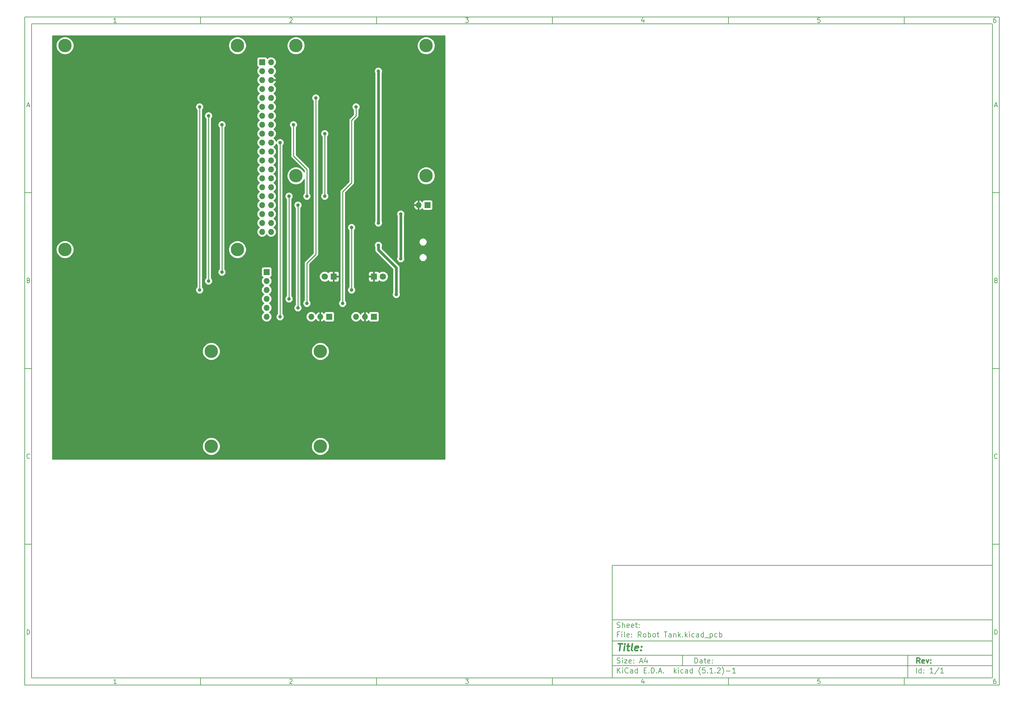
<source format=gbl>
G04 #@! TF.GenerationSoftware,KiCad,Pcbnew,(5.1.2)-1*
G04 #@! TF.CreationDate,2019-07-09T02:23:16-04:00*
G04 #@! TF.ProjectId,Robot Tank,526f626f-7420-4546-916e-6b2e6b696361,rev?*
G04 #@! TF.SameCoordinates,Original*
G04 #@! TF.FileFunction,Copper,L2,Bot*
G04 #@! TF.FilePolarity,Positive*
%FSLAX46Y46*%
G04 Gerber Fmt 4.6, Leading zero omitted, Abs format (unit mm)*
G04 Created by KiCad (PCBNEW (5.1.2)-1) date 2019-07-09 02:23:16*
%MOMM*%
%LPD*%
G04 APERTURE LIST*
%ADD10C,0.100000*%
%ADD11C,0.150000*%
%ADD12C,0.300000*%
%ADD13C,0.400000*%
%ADD14C,3.800000*%
%ADD15O,1.700000X1.700000*%
%ADD16R,1.700000X1.700000*%
%ADD17C,1.800000*%
%ADD18R,1.800000X1.800000*%
%ADD19C,1.000000*%
%ADD20C,0.250000*%
%ADD21C,0.760000*%
%ADD22C,0.254000*%
G04 APERTURE END LIST*
D10*
D11*
X177002200Y-166007200D02*
X177002200Y-198007200D01*
X285002200Y-198007200D01*
X285002200Y-166007200D01*
X177002200Y-166007200D01*
D10*
D11*
X10000000Y-10000000D02*
X10000000Y-200007200D01*
X287002200Y-200007200D01*
X287002200Y-10000000D01*
X10000000Y-10000000D01*
D10*
D11*
X12000000Y-12000000D02*
X12000000Y-198007200D01*
X285002200Y-198007200D01*
X285002200Y-12000000D01*
X12000000Y-12000000D01*
D10*
D11*
X60000000Y-12000000D02*
X60000000Y-10000000D01*
D10*
D11*
X110000000Y-12000000D02*
X110000000Y-10000000D01*
D10*
D11*
X160000000Y-12000000D02*
X160000000Y-10000000D01*
D10*
D11*
X210000000Y-12000000D02*
X210000000Y-10000000D01*
D10*
D11*
X260000000Y-12000000D02*
X260000000Y-10000000D01*
D10*
D11*
X36065476Y-11588095D02*
X35322619Y-11588095D01*
X35694047Y-11588095D02*
X35694047Y-10288095D01*
X35570238Y-10473809D01*
X35446428Y-10597619D01*
X35322619Y-10659523D01*
D10*
D11*
X85322619Y-10411904D02*
X85384523Y-10350000D01*
X85508333Y-10288095D01*
X85817857Y-10288095D01*
X85941666Y-10350000D01*
X86003571Y-10411904D01*
X86065476Y-10535714D01*
X86065476Y-10659523D01*
X86003571Y-10845238D01*
X85260714Y-11588095D01*
X86065476Y-11588095D01*
D10*
D11*
X135260714Y-10288095D02*
X136065476Y-10288095D01*
X135632142Y-10783333D01*
X135817857Y-10783333D01*
X135941666Y-10845238D01*
X136003571Y-10907142D01*
X136065476Y-11030952D01*
X136065476Y-11340476D01*
X136003571Y-11464285D01*
X135941666Y-11526190D01*
X135817857Y-11588095D01*
X135446428Y-11588095D01*
X135322619Y-11526190D01*
X135260714Y-11464285D01*
D10*
D11*
X185941666Y-10721428D02*
X185941666Y-11588095D01*
X185632142Y-10226190D02*
X185322619Y-11154761D01*
X186127380Y-11154761D01*
D10*
D11*
X236003571Y-10288095D02*
X235384523Y-10288095D01*
X235322619Y-10907142D01*
X235384523Y-10845238D01*
X235508333Y-10783333D01*
X235817857Y-10783333D01*
X235941666Y-10845238D01*
X236003571Y-10907142D01*
X236065476Y-11030952D01*
X236065476Y-11340476D01*
X236003571Y-11464285D01*
X235941666Y-11526190D01*
X235817857Y-11588095D01*
X235508333Y-11588095D01*
X235384523Y-11526190D01*
X235322619Y-11464285D01*
D10*
D11*
X285941666Y-10288095D02*
X285694047Y-10288095D01*
X285570238Y-10350000D01*
X285508333Y-10411904D01*
X285384523Y-10597619D01*
X285322619Y-10845238D01*
X285322619Y-11340476D01*
X285384523Y-11464285D01*
X285446428Y-11526190D01*
X285570238Y-11588095D01*
X285817857Y-11588095D01*
X285941666Y-11526190D01*
X286003571Y-11464285D01*
X286065476Y-11340476D01*
X286065476Y-11030952D01*
X286003571Y-10907142D01*
X285941666Y-10845238D01*
X285817857Y-10783333D01*
X285570238Y-10783333D01*
X285446428Y-10845238D01*
X285384523Y-10907142D01*
X285322619Y-11030952D01*
D10*
D11*
X60000000Y-198007200D02*
X60000000Y-200007200D01*
D10*
D11*
X110000000Y-198007200D02*
X110000000Y-200007200D01*
D10*
D11*
X160000000Y-198007200D02*
X160000000Y-200007200D01*
D10*
D11*
X210000000Y-198007200D02*
X210000000Y-200007200D01*
D10*
D11*
X260000000Y-198007200D02*
X260000000Y-200007200D01*
D10*
D11*
X36065476Y-199595295D02*
X35322619Y-199595295D01*
X35694047Y-199595295D02*
X35694047Y-198295295D01*
X35570238Y-198481009D01*
X35446428Y-198604819D01*
X35322619Y-198666723D01*
D10*
D11*
X85322619Y-198419104D02*
X85384523Y-198357200D01*
X85508333Y-198295295D01*
X85817857Y-198295295D01*
X85941666Y-198357200D01*
X86003571Y-198419104D01*
X86065476Y-198542914D01*
X86065476Y-198666723D01*
X86003571Y-198852438D01*
X85260714Y-199595295D01*
X86065476Y-199595295D01*
D10*
D11*
X135260714Y-198295295D02*
X136065476Y-198295295D01*
X135632142Y-198790533D01*
X135817857Y-198790533D01*
X135941666Y-198852438D01*
X136003571Y-198914342D01*
X136065476Y-199038152D01*
X136065476Y-199347676D01*
X136003571Y-199471485D01*
X135941666Y-199533390D01*
X135817857Y-199595295D01*
X135446428Y-199595295D01*
X135322619Y-199533390D01*
X135260714Y-199471485D01*
D10*
D11*
X185941666Y-198728628D02*
X185941666Y-199595295D01*
X185632142Y-198233390D02*
X185322619Y-199161961D01*
X186127380Y-199161961D01*
D10*
D11*
X236003571Y-198295295D02*
X235384523Y-198295295D01*
X235322619Y-198914342D01*
X235384523Y-198852438D01*
X235508333Y-198790533D01*
X235817857Y-198790533D01*
X235941666Y-198852438D01*
X236003571Y-198914342D01*
X236065476Y-199038152D01*
X236065476Y-199347676D01*
X236003571Y-199471485D01*
X235941666Y-199533390D01*
X235817857Y-199595295D01*
X235508333Y-199595295D01*
X235384523Y-199533390D01*
X235322619Y-199471485D01*
D10*
D11*
X285941666Y-198295295D02*
X285694047Y-198295295D01*
X285570238Y-198357200D01*
X285508333Y-198419104D01*
X285384523Y-198604819D01*
X285322619Y-198852438D01*
X285322619Y-199347676D01*
X285384523Y-199471485D01*
X285446428Y-199533390D01*
X285570238Y-199595295D01*
X285817857Y-199595295D01*
X285941666Y-199533390D01*
X286003571Y-199471485D01*
X286065476Y-199347676D01*
X286065476Y-199038152D01*
X286003571Y-198914342D01*
X285941666Y-198852438D01*
X285817857Y-198790533D01*
X285570238Y-198790533D01*
X285446428Y-198852438D01*
X285384523Y-198914342D01*
X285322619Y-199038152D01*
D10*
D11*
X10000000Y-60000000D02*
X12000000Y-60000000D01*
D10*
D11*
X10000000Y-110000000D02*
X12000000Y-110000000D01*
D10*
D11*
X10000000Y-160000000D02*
X12000000Y-160000000D01*
D10*
D11*
X10690476Y-35216666D02*
X11309523Y-35216666D01*
X10566666Y-35588095D02*
X11000000Y-34288095D01*
X11433333Y-35588095D01*
D10*
D11*
X11092857Y-84907142D02*
X11278571Y-84969047D01*
X11340476Y-85030952D01*
X11402380Y-85154761D01*
X11402380Y-85340476D01*
X11340476Y-85464285D01*
X11278571Y-85526190D01*
X11154761Y-85588095D01*
X10659523Y-85588095D01*
X10659523Y-84288095D01*
X11092857Y-84288095D01*
X11216666Y-84350000D01*
X11278571Y-84411904D01*
X11340476Y-84535714D01*
X11340476Y-84659523D01*
X11278571Y-84783333D01*
X11216666Y-84845238D01*
X11092857Y-84907142D01*
X10659523Y-84907142D01*
D10*
D11*
X11402380Y-135464285D02*
X11340476Y-135526190D01*
X11154761Y-135588095D01*
X11030952Y-135588095D01*
X10845238Y-135526190D01*
X10721428Y-135402380D01*
X10659523Y-135278571D01*
X10597619Y-135030952D01*
X10597619Y-134845238D01*
X10659523Y-134597619D01*
X10721428Y-134473809D01*
X10845238Y-134350000D01*
X11030952Y-134288095D01*
X11154761Y-134288095D01*
X11340476Y-134350000D01*
X11402380Y-134411904D01*
D10*
D11*
X10659523Y-185588095D02*
X10659523Y-184288095D01*
X10969047Y-184288095D01*
X11154761Y-184350000D01*
X11278571Y-184473809D01*
X11340476Y-184597619D01*
X11402380Y-184845238D01*
X11402380Y-185030952D01*
X11340476Y-185278571D01*
X11278571Y-185402380D01*
X11154761Y-185526190D01*
X10969047Y-185588095D01*
X10659523Y-185588095D01*
D10*
D11*
X287002200Y-60000000D02*
X285002200Y-60000000D01*
D10*
D11*
X287002200Y-110000000D02*
X285002200Y-110000000D01*
D10*
D11*
X287002200Y-160000000D02*
X285002200Y-160000000D01*
D10*
D11*
X285692676Y-35216666D02*
X286311723Y-35216666D01*
X285568866Y-35588095D02*
X286002200Y-34288095D01*
X286435533Y-35588095D01*
D10*
D11*
X286095057Y-84907142D02*
X286280771Y-84969047D01*
X286342676Y-85030952D01*
X286404580Y-85154761D01*
X286404580Y-85340476D01*
X286342676Y-85464285D01*
X286280771Y-85526190D01*
X286156961Y-85588095D01*
X285661723Y-85588095D01*
X285661723Y-84288095D01*
X286095057Y-84288095D01*
X286218866Y-84350000D01*
X286280771Y-84411904D01*
X286342676Y-84535714D01*
X286342676Y-84659523D01*
X286280771Y-84783333D01*
X286218866Y-84845238D01*
X286095057Y-84907142D01*
X285661723Y-84907142D01*
D10*
D11*
X286404580Y-135464285D02*
X286342676Y-135526190D01*
X286156961Y-135588095D01*
X286033152Y-135588095D01*
X285847438Y-135526190D01*
X285723628Y-135402380D01*
X285661723Y-135278571D01*
X285599819Y-135030952D01*
X285599819Y-134845238D01*
X285661723Y-134597619D01*
X285723628Y-134473809D01*
X285847438Y-134350000D01*
X286033152Y-134288095D01*
X286156961Y-134288095D01*
X286342676Y-134350000D01*
X286404580Y-134411904D01*
D10*
D11*
X285661723Y-185588095D02*
X285661723Y-184288095D01*
X285971247Y-184288095D01*
X286156961Y-184350000D01*
X286280771Y-184473809D01*
X286342676Y-184597619D01*
X286404580Y-184845238D01*
X286404580Y-185030952D01*
X286342676Y-185278571D01*
X286280771Y-185402380D01*
X286156961Y-185526190D01*
X285971247Y-185588095D01*
X285661723Y-185588095D01*
D10*
D11*
X200434342Y-193785771D02*
X200434342Y-192285771D01*
X200791485Y-192285771D01*
X201005771Y-192357200D01*
X201148628Y-192500057D01*
X201220057Y-192642914D01*
X201291485Y-192928628D01*
X201291485Y-193142914D01*
X201220057Y-193428628D01*
X201148628Y-193571485D01*
X201005771Y-193714342D01*
X200791485Y-193785771D01*
X200434342Y-193785771D01*
X202577200Y-193785771D02*
X202577200Y-193000057D01*
X202505771Y-192857200D01*
X202362914Y-192785771D01*
X202077200Y-192785771D01*
X201934342Y-192857200D01*
X202577200Y-193714342D02*
X202434342Y-193785771D01*
X202077200Y-193785771D01*
X201934342Y-193714342D01*
X201862914Y-193571485D01*
X201862914Y-193428628D01*
X201934342Y-193285771D01*
X202077200Y-193214342D01*
X202434342Y-193214342D01*
X202577200Y-193142914D01*
X203077200Y-192785771D02*
X203648628Y-192785771D01*
X203291485Y-192285771D02*
X203291485Y-193571485D01*
X203362914Y-193714342D01*
X203505771Y-193785771D01*
X203648628Y-193785771D01*
X204720057Y-193714342D02*
X204577200Y-193785771D01*
X204291485Y-193785771D01*
X204148628Y-193714342D01*
X204077200Y-193571485D01*
X204077200Y-193000057D01*
X204148628Y-192857200D01*
X204291485Y-192785771D01*
X204577200Y-192785771D01*
X204720057Y-192857200D01*
X204791485Y-193000057D01*
X204791485Y-193142914D01*
X204077200Y-193285771D01*
X205434342Y-193642914D02*
X205505771Y-193714342D01*
X205434342Y-193785771D01*
X205362914Y-193714342D01*
X205434342Y-193642914D01*
X205434342Y-193785771D01*
X205434342Y-192857200D02*
X205505771Y-192928628D01*
X205434342Y-193000057D01*
X205362914Y-192928628D01*
X205434342Y-192857200D01*
X205434342Y-193000057D01*
D10*
D11*
X177002200Y-194507200D02*
X285002200Y-194507200D01*
D10*
D11*
X178434342Y-196585771D02*
X178434342Y-195085771D01*
X179291485Y-196585771D02*
X178648628Y-195728628D01*
X179291485Y-195085771D02*
X178434342Y-195942914D01*
X179934342Y-196585771D02*
X179934342Y-195585771D01*
X179934342Y-195085771D02*
X179862914Y-195157200D01*
X179934342Y-195228628D01*
X180005771Y-195157200D01*
X179934342Y-195085771D01*
X179934342Y-195228628D01*
X181505771Y-196442914D02*
X181434342Y-196514342D01*
X181220057Y-196585771D01*
X181077200Y-196585771D01*
X180862914Y-196514342D01*
X180720057Y-196371485D01*
X180648628Y-196228628D01*
X180577200Y-195942914D01*
X180577200Y-195728628D01*
X180648628Y-195442914D01*
X180720057Y-195300057D01*
X180862914Y-195157200D01*
X181077200Y-195085771D01*
X181220057Y-195085771D01*
X181434342Y-195157200D01*
X181505771Y-195228628D01*
X182791485Y-196585771D02*
X182791485Y-195800057D01*
X182720057Y-195657200D01*
X182577200Y-195585771D01*
X182291485Y-195585771D01*
X182148628Y-195657200D01*
X182791485Y-196514342D02*
X182648628Y-196585771D01*
X182291485Y-196585771D01*
X182148628Y-196514342D01*
X182077200Y-196371485D01*
X182077200Y-196228628D01*
X182148628Y-196085771D01*
X182291485Y-196014342D01*
X182648628Y-196014342D01*
X182791485Y-195942914D01*
X184148628Y-196585771D02*
X184148628Y-195085771D01*
X184148628Y-196514342D02*
X184005771Y-196585771D01*
X183720057Y-196585771D01*
X183577200Y-196514342D01*
X183505771Y-196442914D01*
X183434342Y-196300057D01*
X183434342Y-195871485D01*
X183505771Y-195728628D01*
X183577200Y-195657200D01*
X183720057Y-195585771D01*
X184005771Y-195585771D01*
X184148628Y-195657200D01*
X186005771Y-195800057D02*
X186505771Y-195800057D01*
X186720057Y-196585771D02*
X186005771Y-196585771D01*
X186005771Y-195085771D01*
X186720057Y-195085771D01*
X187362914Y-196442914D02*
X187434342Y-196514342D01*
X187362914Y-196585771D01*
X187291485Y-196514342D01*
X187362914Y-196442914D01*
X187362914Y-196585771D01*
X188077200Y-196585771D02*
X188077200Y-195085771D01*
X188434342Y-195085771D01*
X188648628Y-195157200D01*
X188791485Y-195300057D01*
X188862914Y-195442914D01*
X188934342Y-195728628D01*
X188934342Y-195942914D01*
X188862914Y-196228628D01*
X188791485Y-196371485D01*
X188648628Y-196514342D01*
X188434342Y-196585771D01*
X188077200Y-196585771D01*
X189577200Y-196442914D02*
X189648628Y-196514342D01*
X189577200Y-196585771D01*
X189505771Y-196514342D01*
X189577200Y-196442914D01*
X189577200Y-196585771D01*
X190220057Y-196157200D02*
X190934342Y-196157200D01*
X190077200Y-196585771D02*
X190577200Y-195085771D01*
X191077200Y-196585771D01*
X191577200Y-196442914D02*
X191648628Y-196514342D01*
X191577200Y-196585771D01*
X191505771Y-196514342D01*
X191577200Y-196442914D01*
X191577200Y-196585771D01*
X194577200Y-196585771D02*
X194577200Y-195085771D01*
X194720057Y-196014342D02*
X195148628Y-196585771D01*
X195148628Y-195585771D02*
X194577200Y-196157200D01*
X195791485Y-196585771D02*
X195791485Y-195585771D01*
X195791485Y-195085771D02*
X195720057Y-195157200D01*
X195791485Y-195228628D01*
X195862914Y-195157200D01*
X195791485Y-195085771D01*
X195791485Y-195228628D01*
X197148628Y-196514342D02*
X197005771Y-196585771D01*
X196720057Y-196585771D01*
X196577200Y-196514342D01*
X196505771Y-196442914D01*
X196434342Y-196300057D01*
X196434342Y-195871485D01*
X196505771Y-195728628D01*
X196577200Y-195657200D01*
X196720057Y-195585771D01*
X197005771Y-195585771D01*
X197148628Y-195657200D01*
X198434342Y-196585771D02*
X198434342Y-195800057D01*
X198362914Y-195657200D01*
X198220057Y-195585771D01*
X197934342Y-195585771D01*
X197791485Y-195657200D01*
X198434342Y-196514342D02*
X198291485Y-196585771D01*
X197934342Y-196585771D01*
X197791485Y-196514342D01*
X197720057Y-196371485D01*
X197720057Y-196228628D01*
X197791485Y-196085771D01*
X197934342Y-196014342D01*
X198291485Y-196014342D01*
X198434342Y-195942914D01*
X199791485Y-196585771D02*
X199791485Y-195085771D01*
X199791485Y-196514342D02*
X199648628Y-196585771D01*
X199362914Y-196585771D01*
X199220057Y-196514342D01*
X199148628Y-196442914D01*
X199077200Y-196300057D01*
X199077200Y-195871485D01*
X199148628Y-195728628D01*
X199220057Y-195657200D01*
X199362914Y-195585771D01*
X199648628Y-195585771D01*
X199791485Y-195657200D01*
X202077200Y-197157200D02*
X202005771Y-197085771D01*
X201862914Y-196871485D01*
X201791485Y-196728628D01*
X201720057Y-196514342D01*
X201648628Y-196157200D01*
X201648628Y-195871485D01*
X201720057Y-195514342D01*
X201791485Y-195300057D01*
X201862914Y-195157200D01*
X202005771Y-194942914D01*
X202077200Y-194871485D01*
X203362914Y-195085771D02*
X202648628Y-195085771D01*
X202577200Y-195800057D01*
X202648628Y-195728628D01*
X202791485Y-195657200D01*
X203148628Y-195657200D01*
X203291485Y-195728628D01*
X203362914Y-195800057D01*
X203434342Y-195942914D01*
X203434342Y-196300057D01*
X203362914Y-196442914D01*
X203291485Y-196514342D01*
X203148628Y-196585771D01*
X202791485Y-196585771D01*
X202648628Y-196514342D01*
X202577200Y-196442914D01*
X204077200Y-196442914D02*
X204148628Y-196514342D01*
X204077200Y-196585771D01*
X204005771Y-196514342D01*
X204077200Y-196442914D01*
X204077200Y-196585771D01*
X205577200Y-196585771D02*
X204720057Y-196585771D01*
X205148628Y-196585771D02*
X205148628Y-195085771D01*
X205005771Y-195300057D01*
X204862914Y-195442914D01*
X204720057Y-195514342D01*
X206220057Y-196442914D02*
X206291485Y-196514342D01*
X206220057Y-196585771D01*
X206148628Y-196514342D01*
X206220057Y-196442914D01*
X206220057Y-196585771D01*
X206862914Y-195228628D02*
X206934342Y-195157200D01*
X207077200Y-195085771D01*
X207434342Y-195085771D01*
X207577200Y-195157200D01*
X207648628Y-195228628D01*
X207720057Y-195371485D01*
X207720057Y-195514342D01*
X207648628Y-195728628D01*
X206791485Y-196585771D01*
X207720057Y-196585771D01*
X208220057Y-197157200D02*
X208291485Y-197085771D01*
X208434342Y-196871485D01*
X208505771Y-196728628D01*
X208577200Y-196514342D01*
X208648628Y-196157200D01*
X208648628Y-195871485D01*
X208577200Y-195514342D01*
X208505771Y-195300057D01*
X208434342Y-195157200D01*
X208291485Y-194942914D01*
X208220057Y-194871485D01*
X209362914Y-196014342D02*
X210505771Y-196014342D01*
X212005771Y-196585771D02*
X211148628Y-196585771D01*
X211577200Y-196585771D02*
X211577200Y-195085771D01*
X211434342Y-195300057D01*
X211291485Y-195442914D01*
X211148628Y-195514342D01*
D10*
D11*
X177002200Y-191507200D02*
X285002200Y-191507200D01*
D10*
D12*
X264411485Y-193785771D02*
X263911485Y-193071485D01*
X263554342Y-193785771D02*
X263554342Y-192285771D01*
X264125771Y-192285771D01*
X264268628Y-192357200D01*
X264340057Y-192428628D01*
X264411485Y-192571485D01*
X264411485Y-192785771D01*
X264340057Y-192928628D01*
X264268628Y-193000057D01*
X264125771Y-193071485D01*
X263554342Y-193071485D01*
X265625771Y-193714342D02*
X265482914Y-193785771D01*
X265197200Y-193785771D01*
X265054342Y-193714342D01*
X264982914Y-193571485D01*
X264982914Y-193000057D01*
X265054342Y-192857200D01*
X265197200Y-192785771D01*
X265482914Y-192785771D01*
X265625771Y-192857200D01*
X265697200Y-193000057D01*
X265697200Y-193142914D01*
X264982914Y-193285771D01*
X266197200Y-192785771D02*
X266554342Y-193785771D01*
X266911485Y-192785771D01*
X267482914Y-193642914D02*
X267554342Y-193714342D01*
X267482914Y-193785771D01*
X267411485Y-193714342D01*
X267482914Y-193642914D01*
X267482914Y-193785771D01*
X267482914Y-192857200D02*
X267554342Y-192928628D01*
X267482914Y-193000057D01*
X267411485Y-192928628D01*
X267482914Y-192857200D01*
X267482914Y-193000057D01*
D10*
D11*
X178362914Y-193714342D02*
X178577200Y-193785771D01*
X178934342Y-193785771D01*
X179077200Y-193714342D01*
X179148628Y-193642914D01*
X179220057Y-193500057D01*
X179220057Y-193357200D01*
X179148628Y-193214342D01*
X179077200Y-193142914D01*
X178934342Y-193071485D01*
X178648628Y-193000057D01*
X178505771Y-192928628D01*
X178434342Y-192857200D01*
X178362914Y-192714342D01*
X178362914Y-192571485D01*
X178434342Y-192428628D01*
X178505771Y-192357200D01*
X178648628Y-192285771D01*
X179005771Y-192285771D01*
X179220057Y-192357200D01*
X179862914Y-193785771D02*
X179862914Y-192785771D01*
X179862914Y-192285771D02*
X179791485Y-192357200D01*
X179862914Y-192428628D01*
X179934342Y-192357200D01*
X179862914Y-192285771D01*
X179862914Y-192428628D01*
X180434342Y-192785771D02*
X181220057Y-192785771D01*
X180434342Y-193785771D01*
X181220057Y-193785771D01*
X182362914Y-193714342D02*
X182220057Y-193785771D01*
X181934342Y-193785771D01*
X181791485Y-193714342D01*
X181720057Y-193571485D01*
X181720057Y-193000057D01*
X181791485Y-192857200D01*
X181934342Y-192785771D01*
X182220057Y-192785771D01*
X182362914Y-192857200D01*
X182434342Y-193000057D01*
X182434342Y-193142914D01*
X181720057Y-193285771D01*
X183077200Y-193642914D02*
X183148628Y-193714342D01*
X183077200Y-193785771D01*
X183005771Y-193714342D01*
X183077200Y-193642914D01*
X183077200Y-193785771D01*
X183077200Y-192857200D02*
X183148628Y-192928628D01*
X183077200Y-193000057D01*
X183005771Y-192928628D01*
X183077200Y-192857200D01*
X183077200Y-193000057D01*
X184862914Y-193357200D02*
X185577200Y-193357200D01*
X184720057Y-193785771D02*
X185220057Y-192285771D01*
X185720057Y-193785771D01*
X186862914Y-192785771D02*
X186862914Y-193785771D01*
X186505771Y-192214342D02*
X186148628Y-193285771D01*
X187077200Y-193285771D01*
D10*
D11*
X263434342Y-196585771D02*
X263434342Y-195085771D01*
X264791485Y-196585771D02*
X264791485Y-195085771D01*
X264791485Y-196514342D02*
X264648628Y-196585771D01*
X264362914Y-196585771D01*
X264220057Y-196514342D01*
X264148628Y-196442914D01*
X264077200Y-196300057D01*
X264077200Y-195871485D01*
X264148628Y-195728628D01*
X264220057Y-195657200D01*
X264362914Y-195585771D01*
X264648628Y-195585771D01*
X264791485Y-195657200D01*
X265505771Y-196442914D02*
X265577200Y-196514342D01*
X265505771Y-196585771D01*
X265434342Y-196514342D01*
X265505771Y-196442914D01*
X265505771Y-196585771D01*
X265505771Y-195657200D02*
X265577200Y-195728628D01*
X265505771Y-195800057D01*
X265434342Y-195728628D01*
X265505771Y-195657200D01*
X265505771Y-195800057D01*
X268148628Y-196585771D02*
X267291485Y-196585771D01*
X267720057Y-196585771D02*
X267720057Y-195085771D01*
X267577200Y-195300057D01*
X267434342Y-195442914D01*
X267291485Y-195514342D01*
X269862914Y-195014342D02*
X268577200Y-196942914D01*
X271148628Y-196585771D02*
X270291485Y-196585771D01*
X270720057Y-196585771D02*
X270720057Y-195085771D01*
X270577200Y-195300057D01*
X270434342Y-195442914D01*
X270291485Y-195514342D01*
D10*
D11*
X177002200Y-187507200D02*
X285002200Y-187507200D01*
D10*
D13*
X178714580Y-188211961D02*
X179857438Y-188211961D01*
X179036009Y-190211961D02*
X179286009Y-188211961D01*
X180274104Y-190211961D02*
X180440771Y-188878628D01*
X180524104Y-188211961D02*
X180416961Y-188307200D01*
X180500295Y-188402438D01*
X180607438Y-188307200D01*
X180524104Y-188211961D01*
X180500295Y-188402438D01*
X181107438Y-188878628D02*
X181869342Y-188878628D01*
X181476485Y-188211961D02*
X181262200Y-189926247D01*
X181333628Y-190116723D01*
X181512200Y-190211961D01*
X181702676Y-190211961D01*
X182655057Y-190211961D02*
X182476485Y-190116723D01*
X182405057Y-189926247D01*
X182619342Y-188211961D01*
X184190771Y-190116723D02*
X183988390Y-190211961D01*
X183607438Y-190211961D01*
X183428866Y-190116723D01*
X183357438Y-189926247D01*
X183452676Y-189164342D01*
X183571723Y-188973866D01*
X183774104Y-188878628D01*
X184155057Y-188878628D01*
X184333628Y-188973866D01*
X184405057Y-189164342D01*
X184381247Y-189354819D01*
X183405057Y-189545295D01*
X185155057Y-190021485D02*
X185238390Y-190116723D01*
X185131247Y-190211961D01*
X185047914Y-190116723D01*
X185155057Y-190021485D01*
X185131247Y-190211961D01*
X185286009Y-188973866D02*
X185369342Y-189069104D01*
X185262200Y-189164342D01*
X185178866Y-189069104D01*
X185286009Y-188973866D01*
X185262200Y-189164342D01*
D10*
D11*
X178934342Y-185600057D02*
X178434342Y-185600057D01*
X178434342Y-186385771D02*
X178434342Y-184885771D01*
X179148628Y-184885771D01*
X179720057Y-186385771D02*
X179720057Y-185385771D01*
X179720057Y-184885771D02*
X179648628Y-184957200D01*
X179720057Y-185028628D01*
X179791485Y-184957200D01*
X179720057Y-184885771D01*
X179720057Y-185028628D01*
X180648628Y-186385771D02*
X180505771Y-186314342D01*
X180434342Y-186171485D01*
X180434342Y-184885771D01*
X181791485Y-186314342D02*
X181648628Y-186385771D01*
X181362914Y-186385771D01*
X181220057Y-186314342D01*
X181148628Y-186171485D01*
X181148628Y-185600057D01*
X181220057Y-185457200D01*
X181362914Y-185385771D01*
X181648628Y-185385771D01*
X181791485Y-185457200D01*
X181862914Y-185600057D01*
X181862914Y-185742914D01*
X181148628Y-185885771D01*
X182505771Y-186242914D02*
X182577200Y-186314342D01*
X182505771Y-186385771D01*
X182434342Y-186314342D01*
X182505771Y-186242914D01*
X182505771Y-186385771D01*
X182505771Y-185457200D02*
X182577200Y-185528628D01*
X182505771Y-185600057D01*
X182434342Y-185528628D01*
X182505771Y-185457200D01*
X182505771Y-185600057D01*
X185220057Y-186385771D02*
X184720057Y-185671485D01*
X184362914Y-186385771D02*
X184362914Y-184885771D01*
X184934342Y-184885771D01*
X185077200Y-184957200D01*
X185148628Y-185028628D01*
X185220057Y-185171485D01*
X185220057Y-185385771D01*
X185148628Y-185528628D01*
X185077200Y-185600057D01*
X184934342Y-185671485D01*
X184362914Y-185671485D01*
X186077200Y-186385771D02*
X185934342Y-186314342D01*
X185862914Y-186242914D01*
X185791485Y-186100057D01*
X185791485Y-185671485D01*
X185862914Y-185528628D01*
X185934342Y-185457200D01*
X186077200Y-185385771D01*
X186291485Y-185385771D01*
X186434342Y-185457200D01*
X186505771Y-185528628D01*
X186577200Y-185671485D01*
X186577200Y-186100057D01*
X186505771Y-186242914D01*
X186434342Y-186314342D01*
X186291485Y-186385771D01*
X186077200Y-186385771D01*
X187220057Y-186385771D02*
X187220057Y-184885771D01*
X187220057Y-185457200D02*
X187362914Y-185385771D01*
X187648628Y-185385771D01*
X187791485Y-185457200D01*
X187862914Y-185528628D01*
X187934342Y-185671485D01*
X187934342Y-186100057D01*
X187862914Y-186242914D01*
X187791485Y-186314342D01*
X187648628Y-186385771D01*
X187362914Y-186385771D01*
X187220057Y-186314342D01*
X188791485Y-186385771D02*
X188648628Y-186314342D01*
X188577200Y-186242914D01*
X188505771Y-186100057D01*
X188505771Y-185671485D01*
X188577200Y-185528628D01*
X188648628Y-185457200D01*
X188791485Y-185385771D01*
X189005771Y-185385771D01*
X189148628Y-185457200D01*
X189220057Y-185528628D01*
X189291485Y-185671485D01*
X189291485Y-186100057D01*
X189220057Y-186242914D01*
X189148628Y-186314342D01*
X189005771Y-186385771D01*
X188791485Y-186385771D01*
X189720057Y-185385771D02*
X190291485Y-185385771D01*
X189934342Y-184885771D02*
X189934342Y-186171485D01*
X190005771Y-186314342D01*
X190148628Y-186385771D01*
X190291485Y-186385771D01*
X191720057Y-184885771D02*
X192577200Y-184885771D01*
X192148628Y-186385771D02*
X192148628Y-184885771D01*
X193720057Y-186385771D02*
X193720057Y-185600057D01*
X193648628Y-185457200D01*
X193505771Y-185385771D01*
X193220057Y-185385771D01*
X193077200Y-185457200D01*
X193720057Y-186314342D02*
X193577200Y-186385771D01*
X193220057Y-186385771D01*
X193077200Y-186314342D01*
X193005771Y-186171485D01*
X193005771Y-186028628D01*
X193077200Y-185885771D01*
X193220057Y-185814342D01*
X193577200Y-185814342D01*
X193720057Y-185742914D01*
X194434342Y-185385771D02*
X194434342Y-186385771D01*
X194434342Y-185528628D02*
X194505771Y-185457200D01*
X194648628Y-185385771D01*
X194862914Y-185385771D01*
X195005771Y-185457200D01*
X195077200Y-185600057D01*
X195077200Y-186385771D01*
X195791485Y-186385771D02*
X195791485Y-184885771D01*
X195934342Y-185814342D02*
X196362914Y-186385771D01*
X196362914Y-185385771D02*
X195791485Y-185957200D01*
X197005771Y-186242914D02*
X197077200Y-186314342D01*
X197005771Y-186385771D01*
X196934342Y-186314342D01*
X197005771Y-186242914D01*
X197005771Y-186385771D01*
X197720057Y-186385771D02*
X197720057Y-184885771D01*
X197862914Y-185814342D02*
X198291485Y-186385771D01*
X198291485Y-185385771D02*
X197720057Y-185957200D01*
X198934342Y-186385771D02*
X198934342Y-185385771D01*
X198934342Y-184885771D02*
X198862914Y-184957200D01*
X198934342Y-185028628D01*
X199005771Y-184957200D01*
X198934342Y-184885771D01*
X198934342Y-185028628D01*
X200291485Y-186314342D02*
X200148628Y-186385771D01*
X199862914Y-186385771D01*
X199720057Y-186314342D01*
X199648628Y-186242914D01*
X199577200Y-186100057D01*
X199577200Y-185671485D01*
X199648628Y-185528628D01*
X199720057Y-185457200D01*
X199862914Y-185385771D01*
X200148628Y-185385771D01*
X200291485Y-185457200D01*
X201577200Y-186385771D02*
X201577200Y-185600057D01*
X201505771Y-185457200D01*
X201362914Y-185385771D01*
X201077200Y-185385771D01*
X200934342Y-185457200D01*
X201577200Y-186314342D02*
X201434342Y-186385771D01*
X201077200Y-186385771D01*
X200934342Y-186314342D01*
X200862914Y-186171485D01*
X200862914Y-186028628D01*
X200934342Y-185885771D01*
X201077200Y-185814342D01*
X201434342Y-185814342D01*
X201577200Y-185742914D01*
X202934342Y-186385771D02*
X202934342Y-184885771D01*
X202934342Y-186314342D02*
X202791485Y-186385771D01*
X202505771Y-186385771D01*
X202362914Y-186314342D01*
X202291485Y-186242914D01*
X202220057Y-186100057D01*
X202220057Y-185671485D01*
X202291485Y-185528628D01*
X202362914Y-185457200D01*
X202505771Y-185385771D01*
X202791485Y-185385771D01*
X202934342Y-185457200D01*
X203291485Y-186528628D02*
X204434342Y-186528628D01*
X204791485Y-185385771D02*
X204791485Y-186885771D01*
X204791485Y-185457200D02*
X204934342Y-185385771D01*
X205220057Y-185385771D01*
X205362914Y-185457200D01*
X205434342Y-185528628D01*
X205505771Y-185671485D01*
X205505771Y-186100057D01*
X205434342Y-186242914D01*
X205362914Y-186314342D01*
X205220057Y-186385771D01*
X204934342Y-186385771D01*
X204791485Y-186314342D01*
X206791485Y-186314342D02*
X206648628Y-186385771D01*
X206362914Y-186385771D01*
X206220057Y-186314342D01*
X206148628Y-186242914D01*
X206077200Y-186100057D01*
X206077200Y-185671485D01*
X206148628Y-185528628D01*
X206220057Y-185457200D01*
X206362914Y-185385771D01*
X206648628Y-185385771D01*
X206791485Y-185457200D01*
X207434342Y-186385771D02*
X207434342Y-184885771D01*
X207434342Y-185457200D02*
X207577200Y-185385771D01*
X207862914Y-185385771D01*
X208005771Y-185457200D01*
X208077200Y-185528628D01*
X208148628Y-185671485D01*
X208148628Y-186100057D01*
X208077200Y-186242914D01*
X208005771Y-186314342D01*
X207862914Y-186385771D01*
X207577200Y-186385771D01*
X207434342Y-186314342D01*
D10*
D11*
X177002200Y-181507200D02*
X285002200Y-181507200D01*
D10*
D11*
X178362914Y-183614342D02*
X178577200Y-183685771D01*
X178934342Y-183685771D01*
X179077200Y-183614342D01*
X179148628Y-183542914D01*
X179220057Y-183400057D01*
X179220057Y-183257200D01*
X179148628Y-183114342D01*
X179077200Y-183042914D01*
X178934342Y-182971485D01*
X178648628Y-182900057D01*
X178505771Y-182828628D01*
X178434342Y-182757200D01*
X178362914Y-182614342D01*
X178362914Y-182471485D01*
X178434342Y-182328628D01*
X178505771Y-182257200D01*
X178648628Y-182185771D01*
X179005771Y-182185771D01*
X179220057Y-182257200D01*
X179862914Y-183685771D02*
X179862914Y-182185771D01*
X180505771Y-183685771D02*
X180505771Y-182900057D01*
X180434342Y-182757200D01*
X180291485Y-182685771D01*
X180077200Y-182685771D01*
X179934342Y-182757200D01*
X179862914Y-182828628D01*
X181791485Y-183614342D02*
X181648628Y-183685771D01*
X181362914Y-183685771D01*
X181220057Y-183614342D01*
X181148628Y-183471485D01*
X181148628Y-182900057D01*
X181220057Y-182757200D01*
X181362914Y-182685771D01*
X181648628Y-182685771D01*
X181791485Y-182757200D01*
X181862914Y-182900057D01*
X181862914Y-183042914D01*
X181148628Y-183185771D01*
X183077200Y-183614342D02*
X182934342Y-183685771D01*
X182648628Y-183685771D01*
X182505771Y-183614342D01*
X182434342Y-183471485D01*
X182434342Y-182900057D01*
X182505771Y-182757200D01*
X182648628Y-182685771D01*
X182934342Y-182685771D01*
X183077200Y-182757200D01*
X183148628Y-182900057D01*
X183148628Y-183042914D01*
X182434342Y-183185771D01*
X183577200Y-182685771D02*
X184148628Y-182685771D01*
X183791485Y-182185771D02*
X183791485Y-183471485D01*
X183862914Y-183614342D01*
X184005771Y-183685771D01*
X184148628Y-183685771D01*
X184648628Y-183542914D02*
X184720057Y-183614342D01*
X184648628Y-183685771D01*
X184577200Y-183614342D01*
X184648628Y-183542914D01*
X184648628Y-183685771D01*
X184648628Y-182757200D02*
X184720057Y-182828628D01*
X184648628Y-182900057D01*
X184577200Y-182828628D01*
X184648628Y-182757200D01*
X184648628Y-182900057D01*
D10*
D11*
X197002200Y-191507200D02*
X197002200Y-194507200D01*
D10*
D11*
X261002200Y-191507200D02*
X261002200Y-198007200D01*
D14*
X124090000Y-55170000D03*
X87090000Y-55170000D03*
X124090000Y-18170000D03*
X87090000Y-18170000D03*
X94010000Y-105090000D03*
X94010000Y-132090000D03*
X63010000Y-105090000D03*
X63010000Y-132090000D03*
X21450000Y-76150000D03*
X21450000Y-18150000D03*
X70450000Y-76150000D03*
X70450000Y-18150000D03*
D15*
X80010000Y-71120000D03*
X77470000Y-71120000D03*
X80010000Y-68580000D03*
X77470000Y-68580000D03*
X80010000Y-66040000D03*
X77470000Y-66040000D03*
X80010000Y-63500000D03*
X77470000Y-63500000D03*
X80010000Y-60960000D03*
X77470000Y-60960000D03*
X80010000Y-58420000D03*
X77470000Y-58420000D03*
X80010000Y-55880000D03*
X77470000Y-55880000D03*
X80010000Y-53340000D03*
X77470000Y-53340000D03*
X80010000Y-50800000D03*
X77470000Y-50800000D03*
X80010000Y-48260000D03*
X77470000Y-48260000D03*
X80010000Y-45720000D03*
X77470000Y-45720000D03*
X80010000Y-43180000D03*
X77470000Y-43180000D03*
X80010000Y-40640000D03*
X77470000Y-40640000D03*
X80010000Y-38100000D03*
X77470000Y-38100000D03*
X80010000Y-35560000D03*
X77470000Y-35560000D03*
X80010000Y-33020000D03*
X77470000Y-33020000D03*
X80010000Y-30480000D03*
X77470000Y-30480000D03*
X80010000Y-27940000D03*
X77470000Y-27940000D03*
X80010000Y-25400000D03*
X77470000Y-25400000D03*
X80010000Y-22860000D03*
D16*
X77470000Y-22860000D03*
D17*
X95250000Y-83820000D03*
D18*
X97790000Y-83820000D03*
D17*
X111760000Y-83820000D03*
D18*
X109220000Y-83820000D03*
D15*
X104140000Y-95250000D03*
X106680000Y-95250000D03*
D16*
X109220000Y-95250000D03*
D15*
X91440000Y-95250000D03*
X93980000Y-95250000D03*
D16*
X96520000Y-95250000D03*
D15*
X121920000Y-63500000D03*
D16*
X124460000Y-63500000D03*
D15*
X78740000Y-95250000D03*
X78740000Y-92710000D03*
X78740000Y-90170000D03*
X78740000Y-87630000D03*
X78740000Y-85090000D03*
D16*
X78740000Y-82550000D03*
D19*
X82550000Y-45720000D03*
X82550000Y-95250000D03*
X87630000Y-63500000D03*
X87630000Y-92710000D03*
X95250000Y-60960000D03*
X95250000Y-43180000D03*
X86360000Y-40640000D03*
X90170000Y-60960000D03*
X85090000Y-60960000D03*
X85090000Y-90170000D03*
X66040000Y-40640000D03*
X66040000Y-82550000D03*
X62230000Y-38100000D03*
X62230000Y-85090000D03*
X59690000Y-35560000D03*
X59690000Y-87630000D03*
X104140000Y-35560000D03*
X100330000Y-91440000D03*
X92710000Y-33020000D03*
X90170000Y-91440000D03*
X92710000Y-91440000D03*
X86360000Y-67310000D03*
X96520000Y-27940000D03*
X99060000Y-66040000D03*
X107860000Y-75020000D03*
X114300000Y-69850000D03*
X93980000Y-80010000D03*
X110490000Y-25400000D03*
X115570000Y-88900000D03*
X110490000Y-74930000D03*
X110490000Y-68580000D03*
X116840000Y-66040000D03*
X116840000Y-78740000D03*
X102870000Y-69850000D03*
X102870000Y-87630000D03*
D20*
X82550000Y-45720000D02*
X82550000Y-95250000D01*
X82550000Y-95250000D02*
X82550000Y-95250000D01*
X87630000Y-63500000D02*
X87630000Y-92710000D01*
X87630000Y-92710000D02*
X87630000Y-92710000D01*
X95250000Y-43180000D02*
X95250000Y-60960000D01*
X86360000Y-40640000D02*
X86360000Y-49530000D01*
X90170000Y-60960000D02*
X90170000Y-60960000D01*
X85090000Y-60960000D02*
X85090000Y-90170000D01*
X85090000Y-90170000D02*
X85090000Y-90170000D01*
X86360000Y-49530000D02*
X90170000Y-53340000D01*
X90170000Y-53340000D02*
X90170000Y-60960000D01*
X66040000Y-40640000D02*
X66040000Y-82550000D01*
X66040000Y-82550000D02*
X66040000Y-82550000D01*
X62230000Y-38100000D02*
X62230000Y-80010000D01*
X62230000Y-80010000D02*
X62230000Y-80010000D01*
X62230000Y-80010000D02*
X62230000Y-85090000D01*
X62230000Y-85090000D02*
X62230000Y-85090000D01*
X59690000Y-35560000D02*
X59690000Y-82550000D01*
X59690000Y-82550000D02*
X59690000Y-82550000D01*
X59690000Y-82550000D02*
X59690000Y-87630000D01*
X59690000Y-87630000D02*
X59690000Y-87630000D01*
X104140000Y-35560000D02*
X104140000Y-38100000D01*
X104140000Y-38100000D02*
X102870000Y-39370000D01*
X102870000Y-39370000D02*
X102870000Y-57150000D01*
X102870000Y-57150000D02*
X100330000Y-59690000D01*
X100330000Y-59690000D02*
X100330000Y-91440000D01*
X100330000Y-91440000D02*
X100330000Y-91440000D01*
X92710000Y-63500000D02*
X92710000Y-63500000D01*
X92710000Y-77470000D02*
X92710000Y-33020000D01*
X90170000Y-80010000D02*
X92710000Y-77470000D01*
X90170000Y-91440000D02*
X90170000Y-91440000D01*
X90170000Y-91440000D02*
X90170000Y-80010000D01*
D21*
X97790000Y-62230000D02*
X99060000Y-63500000D01*
X99060000Y-63500000D02*
X99060000Y-66040000D01*
X99060000Y-66040000D02*
X99060000Y-66040000D01*
X107860000Y-75020000D02*
X107860000Y-71210000D01*
X107860000Y-71210000D02*
X107860000Y-71210000D01*
X107860000Y-71210000D02*
X112940000Y-71210000D01*
X112940000Y-71210000D02*
X114300000Y-69850000D01*
X114300000Y-69850000D02*
X114300000Y-69850000D01*
X92710000Y-91440000D02*
X92710000Y-82550000D01*
X92710000Y-82550000D02*
X92710000Y-81280000D01*
X93980000Y-80010000D02*
X93980000Y-80010000D01*
X97790000Y-62230000D02*
X97790000Y-29210000D01*
X97790000Y-29210000D02*
X96520000Y-27940000D01*
X92710000Y-81280000D02*
X93980000Y-80010000D01*
X110490000Y-25400000D02*
X110490000Y-66040000D01*
X115570000Y-88900000D02*
X115570000Y-81280000D01*
X115570000Y-81280000D02*
X110490000Y-76200000D01*
X110490000Y-76200000D02*
X110490000Y-74930000D01*
X110490000Y-74930000D02*
X110490000Y-74930000D01*
X110490000Y-68580000D02*
X110490000Y-66040000D01*
X116840000Y-66040000D02*
X116840000Y-78740000D01*
X116840000Y-78740000D02*
X116840000Y-78740000D01*
D20*
X102870000Y-69850000D02*
X102870000Y-87630000D01*
X102870000Y-87630000D02*
X102870000Y-87630000D01*
D22*
G36*
X129413000Y-135763000D02*
G01*
X17907000Y-135763000D01*
X17907000Y-131840324D01*
X60475000Y-131840324D01*
X60475000Y-132339676D01*
X60572418Y-132829432D01*
X60763512Y-133290773D01*
X61040937Y-133705968D01*
X61394032Y-134059063D01*
X61809227Y-134336488D01*
X62270568Y-134527582D01*
X62760324Y-134625000D01*
X63259676Y-134625000D01*
X63749432Y-134527582D01*
X64210773Y-134336488D01*
X64625968Y-134059063D01*
X64979063Y-133705968D01*
X65256488Y-133290773D01*
X65447582Y-132829432D01*
X65545000Y-132339676D01*
X65545000Y-131840324D01*
X91475000Y-131840324D01*
X91475000Y-132339676D01*
X91572418Y-132829432D01*
X91763512Y-133290773D01*
X92040937Y-133705968D01*
X92394032Y-134059063D01*
X92809227Y-134336488D01*
X93270568Y-134527582D01*
X93760324Y-134625000D01*
X94259676Y-134625000D01*
X94749432Y-134527582D01*
X95210773Y-134336488D01*
X95625968Y-134059063D01*
X95979063Y-133705968D01*
X96256488Y-133290773D01*
X96447582Y-132829432D01*
X96545000Y-132339676D01*
X96545000Y-131840324D01*
X96447582Y-131350568D01*
X96256488Y-130889227D01*
X95979063Y-130474032D01*
X95625968Y-130120937D01*
X95210773Y-129843512D01*
X94749432Y-129652418D01*
X94259676Y-129555000D01*
X93760324Y-129555000D01*
X93270568Y-129652418D01*
X92809227Y-129843512D01*
X92394032Y-130120937D01*
X92040937Y-130474032D01*
X91763512Y-130889227D01*
X91572418Y-131350568D01*
X91475000Y-131840324D01*
X65545000Y-131840324D01*
X65447582Y-131350568D01*
X65256488Y-130889227D01*
X64979063Y-130474032D01*
X64625968Y-130120937D01*
X64210773Y-129843512D01*
X63749432Y-129652418D01*
X63259676Y-129555000D01*
X62760324Y-129555000D01*
X62270568Y-129652418D01*
X61809227Y-129843512D01*
X61394032Y-130120937D01*
X61040937Y-130474032D01*
X60763512Y-130889227D01*
X60572418Y-131350568D01*
X60475000Y-131840324D01*
X17907000Y-131840324D01*
X17907000Y-104840324D01*
X60475000Y-104840324D01*
X60475000Y-105339676D01*
X60572418Y-105829432D01*
X60763512Y-106290773D01*
X61040937Y-106705968D01*
X61394032Y-107059063D01*
X61809227Y-107336488D01*
X62270568Y-107527582D01*
X62760324Y-107625000D01*
X63259676Y-107625000D01*
X63749432Y-107527582D01*
X64210773Y-107336488D01*
X64625968Y-107059063D01*
X64979063Y-106705968D01*
X65256488Y-106290773D01*
X65447582Y-105829432D01*
X65545000Y-105339676D01*
X65545000Y-104840324D01*
X91475000Y-104840324D01*
X91475000Y-105339676D01*
X91572418Y-105829432D01*
X91763512Y-106290773D01*
X92040937Y-106705968D01*
X92394032Y-107059063D01*
X92809227Y-107336488D01*
X93270568Y-107527582D01*
X93760324Y-107625000D01*
X94259676Y-107625000D01*
X94749432Y-107527582D01*
X95210773Y-107336488D01*
X95625968Y-107059063D01*
X95979063Y-106705968D01*
X96256488Y-106290773D01*
X96447582Y-105829432D01*
X96545000Y-105339676D01*
X96545000Y-104840324D01*
X96447582Y-104350568D01*
X96256488Y-103889227D01*
X95979063Y-103474032D01*
X95625968Y-103120937D01*
X95210773Y-102843512D01*
X94749432Y-102652418D01*
X94259676Y-102555000D01*
X93760324Y-102555000D01*
X93270568Y-102652418D01*
X92809227Y-102843512D01*
X92394032Y-103120937D01*
X92040937Y-103474032D01*
X91763512Y-103889227D01*
X91572418Y-104350568D01*
X91475000Y-104840324D01*
X65545000Y-104840324D01*
X65447582Y-104350568D01*
X65256488Y-103889227D01*
X64979063Y-103474032D01*
X64625968Y-103120937D01*
X64210773Y-102843512D01*
X63749432Y-102652418D01*
X63259676Y-102555000D01*
X62760324Y-102555000D01*
X62270568Y-102652418D01*
X61809227Y-102843512D01*
X61394032Y-103120937D01*
X61040937Y-103474032D01*
X60763512Y-103889227D01*
X60572418Y-104350568D01*
X60475000Y-104840324D01*
X17907000Y-104840324D01*
X17907000Y-75900324D01*
X18915000Y-75900324D01*
X18915000Y-76399676D01*
X19012418Y-76889432D01*
X19203512Y-77350773D01*
X19480937Y-77765968D01*
X19834032Y-78119063D01*
X20249227Y-78396488D01*
X20710568Y-78587582D01*
X21200324Y-78685000D01*
X21699676Y-78685000D01*
X22189432Y-78587582D01*
X22650773Y-78396488D01*
X23065968Y-78119063D01*
X23419063Y-77765968D01*
X23696488Y-77350773D01*
X23887582Y-76889432D01*
X23985000Y-76399676D01*
X23985000Y-75900324D01*
X23887582Y-75410568D01*
X23696488Y-74949227D01*
X23419063Y-74534032D01*
X23065968Y-74180937D01*
X22650773Y-73903512D01*
X22189432Y-73712418D01*
X21699676Y-73615000D01*
X21200324Y-73615000D01*
X20710568Y-73712418D01*
X20249227Y-73903512D01*
X19834032Y-74180937D01*
X19480937Y-74534032D01*
X19203512Y-74949227D01*
X19012418Y-75410568D01*
X18915000Y-75900324D01*
X17907000Y-75900324D01*
X17907000Y-35448212D01*
X58555000Y-35448212D01*
X58555000Y-35671788D01*
X58598617Y-35891067D01*
X58684176Y-36097624D01*
X58808388Y-36283520D01*
X58930000Y-36405132D01*
X58930001Y-82512657D01*
X58926323Y-82550000D01*
X58930000Y-82587333D01*
X58930001Y-86784867D01*
X58808388Y-86906480D01*
X58684176Y-87092376D01*
X58598617Y-87298933D01*
X58555000Y-87518212D01*
X58555000Y-87741788D01*
X58598617Y-87961067D01*
X58684176Y-88167624D01*
X58808388Y-88353520D01*
X58966480Y-88511612D01*
X59152376Y-88635824D01*
X59358933Y-88721383D01*
X59578212Y-88765000D01*
X59801788Y-88765000D01*
X60021067Y-88721383D01*
X60227624Y-88635824D01*
X60413520Y-88511612D01*
X60571612Y-88353520D01*
X60695824Y-88167624D01*
X60781383Y-87961067D01*
X60825000Y-87741788D01*
X60825000Y-87518212D01*
X60781383Y-87298933D01*
X60695824Y-87092376D01*
X60571612Y-86906480D01*
X60450000Y-86784868D01*
X60450000Y-82587333D01*
X60453677Y-82550000D01*
X60450000Y-82512667D01*
X60450000Y-37988212D01*
X61095000Y-37988212D01*
X61095000Y-38211788D01*
X61138617Y-38431067D01*
X61224176Y-38637624D01*
X61348388Y-38823520D01*
X61470000Y-38945132D01*
X61470001Y-79972657D01*
X61466323Y-80010000D01*
X61470000Y-80047333D01*
X61470001Y-84244867D01*
X61348388Y-84366480D01*
X61224176Y-84552376D01*
X61138617Y-84758933D01*
X61095000Y-84978212D01*
X61095000Y-85201788D01*
X61138617Y-85421067D01*
X61224176Y-85627624D01*
X61348388Y-85813520D01*
X61506480Y-85971612D01*
X61692376Y-86095824D01*
X61898933Y-86181383D01*
X62118212Y-86225000D01*
X62341788Y-86225000D01*
X62561067Y-86181383D01*
X62767624Y-86095824D01*
X62953520Y-85971612D01*
X63111612Y-85813520D01*
X63235824Y-85627624D01*
X63321383Y-85421067D01*
X63365000Y-85201788D01*
X63365000Y-85090000D01*
X77247815Y-85090000D01*
X77276487Y-85381111D01*
X77361401Y-85661034D01*
X77499294Y-85919014D01*
X77684866Y-86145134D01*
X77910986Y-86330706D01*
X77965791Y-86360000D01*
X77910986Y-86389294D01*
X77684866Y-86574866D01*
X77499294Y-86800986D01*
X77361401Y-87058966D01*
X77276487Y-87338889D01*
X77247815Y-87630000D01*
X77276487Y-87921111D01*
X77361401Y-88201034D01*
X77499294Y-88459014D01*
X77684866Y-88685134D01*
X77910986Y-88870706D01*
X77965791Y-88900000D01*
X77910986Y-88929294D01*
X77684866Y-89114866D01*
X77499294Y-89340986D01*
X77361401Y-89598966D01*
X77276487Y-89878889D01*
X77247815Y-90170000D01*
X77276487Y-90461111D01*
X77361401Y-90741034D01*
X77499294Y-90999014D01*
X77684866Y-91225134D01*
X77910986Y-91410706D01*
X77965791Y-91440000D01*
X77910986Y-91469294D01*
X77684866Y-91654866D01*
X77499294Y-91880986D01*
X77361401Y-92138966D01*
X77276487Y-92418889D01*
X77247815Y-92710000D01*
X77276487Y-93001111D01*
X77361401Y-93281034D01*
X77499294Y-93539014D01*
X77684866Y-93765134D01*
X77910986Y-93950706D01*
X77965791Y-93980000D01*
X77910986Y-94009294D01*
X77684866Y-94194866D01*
X77499294Y-94420986D01*
X77361401Y-94678966D01*
X77276487Y-94958889D01*
X77247815Y-95250000D01*
X77276487Y-95541111D01*
X77361401Y-95821034D01*
X77499294Y-96079014D01*
X77684866Y-96305134D01*
X77910986Y-96490706D01*
X78168966Y-96628599D01*
X78448889Y-96713513D01*
X78667050Y-96735000D01*
X78812950Y-96735000D01*
X79031111Y-96713513D01*
X79311034Y-96628599D01*
X79569014Y-96490706D01*
X79795134Y-96305134D01*
X79980706Y-96079014D01*
X80118599Y-95821034D01*
X80203513Y-95541111D01*
X80232185Y-95250000D01*
X80203513Y-94958889D01*
X80118599Y-94678966D01*
X79980706Y-94420986D01*
X79795134Y-94194866D01*
X79569014Y-94009294D01*
X79514209Y-93980000D01*
X79569014Y-93950706D01*
X79795134Y-93765134D01*
X79980706Y-93539014D01*
X80118599Y-93281034D01*
X80203513Y-93001111D01*
X80232185Y-92710000D01*
X80203513Y-92418889D01*
X80118599Y-92138966D01*
X79980706Y-91880986D01*
X79795134Y-91654866D01*
X79569014Y-91469294D01*
X79514209Y-91440000D01*
X79569014Y-91410706D01*
X79795134Y-91225134D01*
X79980706Y-90999014D01*
X80118599Y-90741034D01*
X80203513Y-90461111D01*
X80232185Y-90170000D01*
X80203513Y-89878889D01*
X80118599Y-89598966D01*
X79980706Y-89340986D01*
X79795134Y-89114866D01*
X79569014Y-88929294D01*
X79514209Y-88900000D01*
X79569014Y-88870706D01*
X79795134Y-88685134D01*
X79980706Y-88459014D01*
X80118599Y-88201034D01*
X80203513Y-87921111D01*
X80232185Y-87630000D01*
X80203513Y-87338889D01*
X80118599Y-87058966D01*
X79980706Y-86800986D01*
X79795134Y-86574866D01*
X79569014Y-86389294D01*
X79514209Y-86360000D01*
X79569014Y-86330706D01*
X79795134Y-86145134D01*
X79980706Y-85919014D01*
X80118599Y-85661034D01*
X80203513Y-85381111D01*
X80232185Y-85090000D01*
X80203513Y-84798889D01*
X80118599Y-84518966D01*
X79980706Y-84260986D01*
X79795134Y-84034866D01*
X79765313Y-84010393D01*
X79834180Y-83989502D01*
X79944494Y-83930537D01*
X80041185Y-83851185D01*
X80120537Y-83754494D01*
X80179502Y-83644180D01*
X80215812Y-83524482D01*
X80228072Y-83400000D01*
X80228072Y-81700000D01*
X80215812Y-81575518D01*
X80179502Y-81455820D01*
X80120537Y-81345506D01*
X80041185Y-81248815D01*
X79944494Y-81169463D01*
X79834180Y-81110498D01*
X79714482Y-81074188D01*
X79590000Y-81061928D01*
X77890000Y-81061928D01*
X77765518Y-81074188D01*
X77645820Y-81110498D01*
X77535506Y-81169463D01*
X77438815Y-81248815D01*
X77359463Y-81345506D01*
X77300498Y-81455820D01*
X77264188Y-81575518D01*
X77251928Y-81700000D01*
X77251928Y-83400000D01*
X77264188Y-83524482D01*
X77300498Y-83644180D01*
X77359463Y-83754494D01*
X77438815Y-83851185D01*
X77535506Y-83930537D01*
X77645820Y-83989502D01*
X77714687Y-84010393D01*
X77684866Y-84034866D01*
X77499294Y-84260986D01*
X77361401Y-84518966D01*
X77276487Y-84798889D01*
X77247815Y-85090000D01*
X63365000Y-85090000D01*
X63365000Y-84978212D01*
X63321383Y-84758933D01*
X63235824Y-84552376D01*
X63111612Y-84366480D01*
X62990000Y-84244868D01*
X62990000Y-80047333D01*
X62993677Y-80010000D01*
X62990000Y-79972667D01*
X62990000Y-40528212D01*
X64905000Y-40528212D01*
X64905000Y-40751788D01*
X64948617Y-40971067D01*
X65034176Y-41177624D01*
X65158388Y-41363520D01*
X65280000Y-41485132D01*
X65280001Y-81704867D01*
X65158388Y-81826480D01*
X65034176Y-82012376D01*
X64948617Y-82218933D01*
X64905000Y-82438212D01*
X64905000Y-82661788D01*
X64948617Y-82881067D01*
X65034176Y-83087624D01*
X65158388Y-83273520D01*
X65316480Y-83431612D01*
X65502376Y-83555824D01*
X65708933Y-83641383D01*
X65928212Y-83685000D01*
X66151788Y-83685000D01*
X66371067Y-83641383D01*
X66577624Y-83555824D01*
X66763520Y-83431612D01*
X66921612Y-83273520D01*
X67045824Y-83087624D01*
X67131383Y-82881067D01*
X67175000Y-82661788D01*
X67175000Y-82438212D01*
X67131383Y-82218933D01*
X67045824Y-82012376D01*
X66921612Y-81826480D01*
X66800000Y-81704868D01*
X66800000Y-75900324D01*
X67915000Y-75900324D01*
X67915000Y-76399676D01*
X68012418Y-76889432D01*
X68203512Y-77350773D01*
X68480937Y-77765968D01*
X68834032Y-78119063D01*
X69249227Y-78396488D01*
X69710568Y-78587582D01*
X70200324Y-78685000D01*
X70699676Y-78685000D01*
X71189432Y-78587582D01*
X71650773Y-78396488D01*
X72065968Y-78119063D01*
X72419063Y-77765968D01*
X72696488Y-77350773D01*
X72887582Y-76889432D01*
X72985000Y-76399676D01*
X72985000Y-75900324D01*
X72887582Y-75410568D01*
X72696488Y-74949227D01*
X72419063Y-74534032D01*
X72065968Y-74180937D01*
X71650773Y-73903512D01*
X71189432Y-73712418D01*
X70699676Y-73615000D01*
X70200324Y-73615000D01*
X69710568Y-73712418D01*
X69249227Y-73903512D01*
X68834032Y-74180937D01*
X68480937Y-74534032D01*
X68203512Y-74949227D01*
X68012418Y-75410568D01*
X67915000Y-75900324D01*
X66800000Y-75900324D01*
X66800000Y-41485132D01*
X66921612Y-41363520D01*
X67045824Y-41177624D01*
X67131383Y-40971067D01*
X67175000Y-40751788D01*
X67175000Y-40528212D01*
X67131383Y-40308933D01*
X67045824Y-40102376D01*
X66921612Y-39916480D01*
X66763520Y-39758388D01*
X66577624Y-39634176D01*
X66371067Y-39548617D01*
X66151788Y-39505000D01*
X65928212Y-39505000D01*
X65708933Y-39548617D01*
X65502376Y-39634176D01*
X65316480Y-39758388D01*
X65158388Y-39916480D01*
X65034176Y-40102376D01*
X64948617Y-40308933D01*
X64905000Y-40528212D01*
X62990000Y-40528212D01*
X62990000Y-38945132D01*
X63111612Y-38823520D01*
X63235824Y-38637624D01*
X63321383Y-38431067D01*
X63365000Y-38211788D01*
X63365000Y-37988212D01*
X63321383Y-37768933D01*
X63235824Y-37562376D01*
X63111612Y-37376480D01*
X62953520Y-37218388D01*
X62767624Y-37094176D01*
X62561067Y-37008617D01*
X62341788Y-36965000D01*
X62118212Y-36965000D01*
X61898933Y-37008617D01*
X61692376Y-37094176D01*
X61506480Y-37218388D01*
X61348388Y-37376480D01*
X61224176Y-37562376D01*
X61138617Y-37768933D01*
X61095000Y-37988212D01*
X60450000Y-37988212D01*
X60450000Y-36405132D01*
X60571612Y-36283520D01*
X60695824Y-36097624D01*
X60781383Y-35891067D01*
X60825000Y-35671788D01*
X60825000Y-35448212D01*
X60781383Y-35228933D01*
X60695824Y-35022376D01*
X60571612Y-34836480D01*
X60413520Y-34678388D01*
X60227624Y-34554176D01*
X60021067Y-34468617D01*
X59801788Y-34425000D01*
X59578212Y-34425000D01*
X59358933Y-34468617D01*
X59152376Y-34554176D01*
X58966480Y-34678388D01*
X58808388Y-34836480D01*
X58684176Y-35022376D01*
X58598617Y-35228933D01*
X58555000Y-35448212D01*
X17907000Y-35448212D01*
X17907000Y-25400000D01*
X75977815Y-25400000D01*
X76006487Y-25691111D01*
X76091401Y-25971034D01*
X76229294Y-26229014D01*
X76414866Y-26455134D01*
X76640986Y-26640706D01*
X76695791Y-26670000D01*
X76640986Y-26699294D01*
X76414866Y-26884866D01*
X76229294Y-27110986D01*
X76091401Y-27368966D01*
X76006487Y-27648889D01*
X75977815Y-27940000D01*
X76006487Y-28231111D01*
X76091401Y-28511034D01*
X76229294Y-28769014D01*
X76414866Y-28995134D01*
X76640986Y-29180706D01*
X76695791Y-29210000D01*
X76640986Y-29239294D01*
X76414866Y-29424866D01*
X76229294Y-29650986D01*
X76091401Y-29908966D01*
X76006487Y-30188889D01*
X75977815Y-30480000D01*
X76006487Y-30771111D01*
X76091401Y-31051034D01*
X76229294Y-31309014D01*
X76414866Y-31535134D01*
X76640986Y-31720706D01*
X76695791Y-31750000D01*
X76640986Y-31779294D01*
X76414866Y-31964866D01*
X76229294Y-32190986D01*
X76091401Y-32448966D01*
X76006487Y-32728889D01*
X75977815Y-33020000D01*
X76006487Y-33311111D01*
X76091401Y-33591034D01*
X76229294Y-33849014D01*
X76414866Y-34075134D01*
X76640986Y-34260706D01*
X76695791Y-34290000D01*
X76640986Y-34319294D01*
X76414866Y-34504866D01*
X76229294Y-34730986D01*
X76091401Y-34988966D01*
X76006487Y-35268889D01*
X75977815Y-35560000D01*
X76006487Y-35851111D01*
X76091401Y-36131034D01*
X76229294Y-36389014D01*
X76414866Y-36615134D01*
X76640986Y-36800706D01*
X76695791Y-36830000D01*
X76640986Y-36859294D01*
X76414866Y-37044866D01*
X76229294Y-37270986D01*
X76091401Y-37528966D01*
X76006487Y-37808889D01*
X75977815Y-38100000D01*
X76006487Y-38391111D01*
X76091401Y-38671034D01*
X76229294Y-38929014D01*
X76414866Y-39155134D01*
X76640986Y-39340706D01*
X76695791Y-39370000D01*
X76640986Y-39399294D01*
X76414866Y-39584866D01*
X76229294Y-39810986D01*
X76091401Y-40068966D01*
X76006487Y-40348889D01*
X75977815Y-40640000D01*
X76006487Y-40931111D01*
X76091401Y-41211034D01*
X76229294Y-41469014D01*
X76414866Y-41695134D01*
X76640986Y-41880706D01*
X76695791Y-41910000D01*
X76640986Y-41939294D01*
X76414866Y-42124866D01*
X76229294Y-42350986D01*
X76091401Y-42608966D01*
X76006487Y-42888889D01*
X75977815Y-43180000D01*
X76006487Y-43471111D01*
X76091401Y-43751034D01*
X76229294Y-44009014D01*
X76414866Y-44235134D01*
X76640986Y-44420706D01*
X76695791Y-44450000D01*
X76640986Y-44479294D01*
X76414866Y-44664866D01*
X76229294Y-44890986D01*
X76091401Y-45148966D01*
X76006487Y-45428889D01*
X75977815Y-45720000D01*
X76006487Y-46011111D01*
X76091401Y-46291034D01*
X76229294Y-46549014D01*
X76414866Y-46775134D01*
X76640986Y-46960706D01*
X76695791Y-46990000D01*
X76640986Y-47019294D01*
X76414866Y-47204866D01*
X76229294Y-47430986D01*
X76091401Y-47688966D01*
X76006487Y-47968889D01*
X75977815Y-48260000D01*
X76006487Y-48551111D01*
X76091401Y-48831034D01*
X76229294Y-49089014D01*
X76414866Y-49315134D01*
X76640986Y-49500706D01*
X76695791Y-49530000D01*
X76640986Y-49559294D01*
X76414866Y-49744866D01*
X76229294Y-49970986D01*
X76091401Y-50228966D01*
X76006487Y-50508889D01*
X75977815Y-50800000D01*
X76006487Y-51091111D01*
X76091401Y-51371034D01*
X76229294Y-51629014D01*
X76414866Y-51855134D01*
X76640986Y-52040706D01*
X76695791Y-52070000D01*
X76640986Y-52099294D01*
X76414866Y-52284866D01*
X76229294Y-52510986D01*
X76091401Y-52768966D01*
X76006487Y-53048889D01*
X75977815Y-53340000D01*
X76006487Y-53631111D01*
X76091401Y-53911034D01*
X76229294Y-54169014D01*
X76414866Y-54395134D01*
X76640986Y-54580706D01*
X76695791Y-54610000D01*
X76640986Y-54639294D01*
X76414866Y-54824866D01*
X76229294Y-55050986D01*
X76091401Y-55308966D01*
X76006487Y-55588889D01*
X75977815Y-55880000D01*
X76006487Y-56171111D01*
X76091401Y-56451034D01*
X76229294Y-56709014D01*
X76414866Y-56935134D01*
X76640986Y-57120706D01*
X76695791Y-57150000D01*
X76640986Y-57179294D01*
X76414866Y-57364866D01*
X76229294Y-57590986D01*
X76091401Y-57848966D01*
X76006487Y-58128889D01*
X75977815Y-58420000D01*
X76006487Y-58711111D01*
X76091401Y-58991034D01*
X76229294Y-59249014D01*
X76414866Y-59475134D01*
X76640986Y-59660706D01*
X76695791Y-59690000D01*
X76640986Y-59719294D01*
X76414866Y-59904866D01*
X76229294Y-60130986D01*
X76091401Y-60388966D01*
X76006487Y-60668889D01*
X75977815Y-60960000D01*
X76006487Y-61251111D01*
X76091401Y-61531034D01*
X76229294Y-61789014D01*
X76414866Y-62015134D01*
X76640986Y-62200706D01*
X76695791Y-62230000D01*
X76640986Y-62259294D01*
X76414866Y-62444866D01*
X76229294Y-62670986D01*
X76091401Y-62928966D01*
X76006487Y-63208889D01*
X75977815Y-63500000D01*
X76006487Y-63791111D01*
X76091401Y-64071034D01*
X76229294Y-64329014D01*
X76414866Y-64555134D01*
X76640986Y-64740706D01*
X76695791Y-64770000D01*
X76640986Y-64799294D01*
X76414866Y-64984866D01*
X76229294Y-65210986D01*
X76091401Y-65468966D01*
X76006487Y-65748889D01*
X75977815Y-66040000D01*
X76006487Y-66331111D01*
X76091401Y-66611034D01*
X76229294Y-66869014D01*
X76414866Y-67095134D01*
X76640986Y-67280706D01*
X76695791Y-67310000D01*
X76640986Y-67339294D01*
X76414866Y-67524866D01*
X76229294Y-67750986D01*
X76091401Y-68008966D01*
X76006487Y-68288889D01*
X75977815Y-68580000D01*
X76006487Y-68871111D01*
X76091401Y-69151034D01*
X76229294Y-69409014D01*
X76414866Y-69635134D01*
X76640986Y-69820706D01*
X76695791Y-69850000D01*
X76640986Y-69879294D01*
X76414866Y-70064866D01*
X76229294Y-70290986D01*
X76091401Y-70548966D01*
X76006487Y-70828889D01*
X75977815Y-71120000D01*
X76006487Y-71411111D01*
X76091401Y-71691034D01*
X76229294Y-71949014D01*
X76414866Y-72175134D01*
X76640986Y-72360706D01*
X76898966Y-72498599D01*
X77178889Y-72583513D01*
X77397050Y-72605000D01*
X77542950Y-72605000D01*
X77761111Y-72583513D01*
X78041034Y-72498599D01*
X78299014Y-72360706D01*
X78525134Y-72175134D01*
X78710706Y-71949014D01*
X78740000Y-71894209D01*
X78769294Y-71949014D01*
X78954866Y-72175134D01*
X79180986Y-72360706D01*
X79438966Y-72498599D01*
X79718889Y-72583513D01*
X79937050Y-72605000D01*
X80082950Y-72605000D01*
X80301111Y-72583513D01*
X80581034Y-72498599D01*
X80839014Y-72360706D01*
X81065134Y-72175134D01*
X81250706Y-71949014D01*
X81388599Y-71691034D01*
X81473513Y-71411111D01*
X81502185Y-71120000D01*
X81473513Y-70828889D01*
X81388599Y-70548966D01*
X81250706Y-70290986D01*
X81065134Y-70064866D01*
X80839014Y-69879294D01*
X80784209Y-69850000D01*
X80839014Y-69820706D01*
X81065134Y-69635134D01*
X81250706Y-69409014D01*
X81388599Y-69151034D01*
X81473513Y-68871111D01*
X81502185Y-68580000D01*
X81473513Y-68288889D01*
X81388599Y-68008966D01*
X81250706Y-67750986D01*
X81065134Y-67524866D01*
X80839014Y-67339294D01*
X80784209Y-67310000D01*
X80839014Y-67280706D01*
X81065134Y-67095134D01*
X81250706Y-66869014D01*
X81388599Y-66611034D01*
X81473513Y-66331111D01*
X81502185Y-66040000D01*
X81473513Y-65748889D01*
X81388599Y-65468966D01*
X81250706Y-65210986D01*
X81065134Y-64984866D01*
X80839014Y-64799294D01*
X80784209Y-64770000D01*
X80839014Y-64740706D01*
X81065134Y-64555134D01*
X81250706Y-64329014D01*
X81388599Y-64071034D01*
X81473513Y-63791111D01*
X81502185Y-63500000D01*
X81473513Y-63208889D01*
X81388599Y-62928966D01*
X81250706Y-62670986D01*
X81065134Y-62444866D01*
X80839014Y-62259294D01*
X80784209Y-62230000D01*
X80839014Y-62200706D01*
X81065134Y-62015134D01*
X81250706Y-61789014D01*
X81388599Y-61531034D01*
X81473513Y-61251111D01*
X81502185Y-60960000D01*
X81473513Y-60668889D01*
X81388599Y-60388966D01*
X81250706Y-60130986D01*
X81065134Y-59904866D01*
X80839014Y-59719294D01*
X80784209Y-59690000D01*
X80839014Y-59660706D01*
X81065134Y-59475134D01*
X81250706Y-59249014D01*
X81388599Y-58991034D01*
X81473513Y-58711111D01*
X81502185Y-58420000D01*
X81473513Y-58128889D01*
X81388599Y-57848966D01*
X81250706Y-57590986D01*
X81065134Y-57364866D01*
X80839014Y-57179294D01*
X80784209Y-57150000D01*
X80839014Y-57120706D01*
X81065134Y-56935134D01*
X81250706Y-56709014D01*
X81388599Y-56451034D01*
X81473513Y-56171111D01*
X81502185Y-55880000D01*
X81473513Y-55588889D01*
X81388599Y-55308966D01*
X81250706Y-55050986D01*
X81065134Y-54824866D01*
X80839014Y-54639294D01*
X80784209Y-54610000D01*
X80839014Y-54580706D01*
X81065134Y-54395134D01*
X81250706Y-54169014D01*
X81388599Y-53911034D01*
X81473513Y-53631111D01*
X81502185Y-53340000D01*
X81473513Y-53048889D01*
X81388599Y-52768966D01*
X81250706Y-52510986D01*
X81065134Y-52284866D01*
X80839014Y-52099294D01*
X80784209Y-52070000D01*
X80839014Y-52040706D01*
X81065134Y-51855134D01*
X81250706Y-51629014D01*
X81388599Y-51371034D01*
X81473513Y-51091111D01*
X81502185Y-50800000D01*
X81473513Y-50508889D01*
X81388599Y-50228966D01*
X81250706Y-49970986D01*
X81065134Y-49744866D01*
X80839014Y-49559294D01*
X80784209Y-49530000D01*
X80839014Y-49500706D01*
X81065134Y-49315134D01*
X81250706Y-49089014D01*
X81388599Y-48831034D01*
X81473513Y-48551111D01*
X81502185Y-48260000D01*
X81473513Y-47968889D01*
X81388599Y-47688966D01*
X81250706Y-47430986D01*
X81065134Y-47204866D01*
X80839014Y-47019294D01*
X80784209Y-46990000D01*
X80839014Y-46960706D01*
X81065134Y-46775134D01*
X81250706Y-46549014D01*
X81388599Y-46291034D01*
X81460219Y-46054935D01*
X81544176Y-46257624D01*
X81668388Y-46443520D01*
X81790000Y-46565132D01*
X81790001Y-94404867D01*
X81668388Y-94526480D01*
X81544176Y-94712376D01*
X81458617Y-94918933D01*
X81415000Y-95138212D01*
X81415000Y-95361788D01*
X81458617Y-95581067D01*
X81544176Y-95787624D01*
X81668388Y-95973520D01*
X81826480Y-96131612D01*
X82012376Y-96255824D01*
X82218933Y-96341383D01*
X82438212Y-96385000D01*
X82661788Y-96385000D01*
X82881067Y-96341383D01*
X83087624Y-96255824D01*
X83273520Y-96131612D01*
X83431612Y-95973520D01*
X83555824Y-95787624D01*
X83641383Y-95581067D01*
X83685000Y-95361788D01*
X83685000Y-95250000D01*
X89947815Y-95250000D01*
X89976487Y-95541111D01*
X90061401Y-95821034D01*
X90199294Y-96079014D01*
X90384866Y-96305134D01*
X90610986Y-96490706D01*
X90868966Y-96628599D01*
X91148889Y-96713513D01*
X91367050Y-96735000D01*
X91512950Y-96735000D01*
X91731111Y-96713513D01*
X92011034Y-96628599D01*
X92269014Y-96490706D01*
X92495134Y-96305134D01*
X92680706Y-96079014D01*
X92715201Y-96014477D01*
X92784822Y-96131355D01*
X92979731Y-96347588D01*
X93213080Y-96521641D01*
X93475901Y-96646825D01*
X93623110Y-96691476D01*
X93853000Y-96570155D01*
X93853000Y-95377000D01*
X93833000Y-95377000D01*
X93833000Y-95123000D01*
X93853000Y-95123000D01*
X93853000Y-93929845D01*
X94107000Y-93929845D01*
X94107000Y-95123000D01*
X94127000Y-95123000D01*
X94127000Y-95377000D01*
X94107000Y-95377000D01*
X94107000Y-96570155D01*
X94336890Y-96691476D01*
X94484099Y-96646825D01*
X94746920Y-96521641D01*
X94980269Y-96347588D01*
X95056034Y-96263534D01*
X95080498Y-96344180D01*
X95139463Y-96454494D01*
X95218815Y-96551185D01*
X95315506Y-96630537D01*
X95425820Y-96689502D01*
X95545518Y-96725812D01*
X95670000Y-96738072D01*
X97370000Y-96738072D01*
X97494482Y-96725812D01*
X97614180Y-96689502D01*
X97724494Y-96630537D01*
X97821185Y-96551185D01*
X97900537Y-96454494D01*
X97959502Y-96344180D01*
X97995812Y-96224482D01*
X98008072Y-96100000D01*
X98008072Y-95250000D01*
X102647815Y-95250000D01*
X102676487Y-95541111D01*
X102761401Y-95821034D01*
X102899294Y-96079014D01*
X103084866Y-96305134D01*
X103310986Y-96490706D01*
X103568966Y-96628599D01*
X103848889Y-96713513D01*
X104067050Y-96735000D01*
X104212950Y-96735000D01*
X104431111Y-96713513D01*
X104711034Y-96628599D01*
X104969014Y-96490706D01*
X105195134Y-96305134D01*
X105380706Y-96079014D01*
X105415201Y-96014477D01*
X105484822Y-96131355D01*
X105679731Y-96347588D01*
X105913080Y-96521641D01*
X106175901Y-96646825D01*
X106323110Y-96691476D01*
X106553000Y-96570155D01*
X106553000Y-95377000D01*
X106533000Y-95377000D01*
X106533000Y-95123000D01*
X106553000Y-95123000D01*
X106553000Y-93929845D01*
X106807000Y-93929845D01*
X106807000Y-95123000D01*
X106827000Y-95123000D01*
X106827000Y-95377000D01*
X106807000Y-95377000D01*
X106807000Y-96570155D01*
X107036890Y-96691476D01*
X107184099Y-96646825D01*
X107446920Y-96521641D01*
X107680269Y-96347588D01*
X107756034Y-96263534D01*
X107780498Y-96344180D01*
X107839463Y-96454494D01*
X107918815Y-96551185D01*
X108015506Y-96630537D01*
X108125820Y-96689502D01*
X108245518Y-96725812D01*
X108370000Y-96738072D01*
X110070000Y-96738072D01*
X110194482Y-96725812D01*
X110314180Y-96689502D01*
X110424494Y-96630537D01*
X110521185Y-96551185D01*
X110600537Y-96454494D01*
X110659502Y-96344180D01*
X110695812Y-96224482D01*
X110708072Y-96100000D01*
X110708072Y-94400000D01*
X110695812Y-94275518D01*
X110659502Y-94155820D01*
X110600537Y-94045506D01*
X110521185Y-93948815D01*
X110424494Y-93869463D01*
X110314180Y-93810498D01*
X110194482Y-93774188D01*
X110070000Y-93761928D01*
X108370000Y-93761928D01*
X108245518Y-93774188D01*
X108125820Y-93810498D01*
X108015506Y-93869463D01*
X107918815Y-93948815D01*
X107839463Y-94045506D01*
X107780498Y-94155820D01*
X107756034Y-94236466D01*
X107680269Y-94152412D01*
X107446920Y-93978359D01*
X107184099Y-93853175D01*
X107036890Y-93808524D01*
X106807000Y-93929845D01*
X106553000Y-93929845D01*
X106323110Y-93808524D01*
X106175901Y-93853175D01*
X105913080Y-93978359D01*
X105679731Y-94152412D01*
X105484822Y-94368645D01*
X105415201Y-94485523D01*
X105380706Y-94420986D01*
X105195134Y-94194866D01*
X104969014Y-94009294D01*
X104711034Y-93871401D01*
X104431111Y-93786487D01*
X104212950Y-93765000D01*
X104067050Y-93765000D01*
X103848889Y-93786487D01*
X103568966Y-93871401D01*
X103310986Y-94009294D01*
X103084866Y-94194866D01*
X102899294Y-94420986D01*
X102761401Y-94678966D01*
X102676487Y-94958889D01*
X102647815Y-95250000D01*
X98008072Y-95250000D01*
X98008072Y-94400000D01*
X97995812Y-94275518D01*
X97959502Y-94155820D01*
X97900537Y-94045506D01*
X97821185Y-93948815D01*
X97724494Y-93869463D01*
X97614180Y-93810498D01*
X97494482Y-93774188D01*
X97370000Y-93761928D01*
X95670000Y-93761928D01*
X95545518Y-93774188D01*
X95425820Y-93810498D01*
X95315506Y-93869463D01*
X95218815Y-93948815D01*
X95139463Y-94045506D01*
X95080498Y-94155820D01*
X95056034Y-94236466D01*
X94980269Y-94152412D01*
X94746920Y-93978359D01*
X94484099Y-93853175D01*
X94336890Y-93808524D01*
X94107000Y-93929845D01*
X93853000Y-93929845D01*
X93623110Y-93808524D01*
X93475901Y-93853175D01*
X93213080Y-93978359D01*
X92979731Y-94152412D01*
X92784822Y-94368645D01*
X92715201Y-94485523D01*
X92680706Y-94420986D01*
X92495134Y-94194866D01*
X92269014Y-94009294D01*
X92011034Y-93871401D01*
X91731111Y-93786487D01*
X91512950Y-93765000D01*
X91367050Y-93765000D01*
X91148889Y-93786487D01*
X90868966Y-93871401D01*
X90610986Y-94009294D01*
X90384866Y-94194866D01*
X90199294Y-94420986D01*
X90061401Y-94678966D01*
X89976487Y-94958889D01*
X89947815Y-95250000D01*
X83685000Y-95250000D01*
X83685000Y-95138212D01*
X83641383Y-94918933D01*
X83555824Y-94712376D01*
X83431612Y-94526480D01*
X83310000Y-94404868D01*
X83310000Y-60848212D01*
X83955000Y-60848212D01*
X83955000Y-61071788D01*
X83998617Y-61291067D01*
X84084176Y-61497624D01*
X84208388Y-61683520D01*
X84330000Y-61805132D01*
X84330001Y-89324867D01*
X84208388Y-89446480D01*
X84084176Y-89632376D01*
X83998617Y-89838933D01*
X83955000Y-90058212D01*
X83955000Y-90281788D01*
X83998617Y-90501067D01*
X84084176Y-90707624D01*
X84208388Y-90893520D01*
X84366480Y-91051612D01*
X84552376Y-91175824D01*
X84758933Y-91261383D01*
X84978212Y-91305000D01*
X85201788Y-91305000D01*
X85421067Y-91261383D01*
X85627624Y-91175824D01*
X85813520Y-91051612D01*
X85971612Y-90893520D01*
X86095824Y-90707624D01*
X86181383Y-90501067D01*
X86225000Y-90281788D01*
X86225000Y-90058212D01*
X86181383Y-89838933D01*
X86095824Y-89632376D01*
X85971612Y-89446480D01*
X85850000Y-89324868D01*
X85850000Y-63388212D01*
X86495000Y-63388212D01*
X86495000Y-63611788D01*
X86538617Y-63831067D01*
X86624176Y-64037624D01*
X86748388Y-64223520D01*
X86870000Y-64345132D01*
X86870001Y-91864867D01*
X86748388Y-91986480D01*
X86624176Y-92172376D01*
X86538617Y-92378933D01*
X86495000Y-92598212D01*
X86495000Y-92821788D01*
X86538617Y-93041067D01*
X86624176Y-93247624D01*
X86748388Y-93433520D01*
X86906480Y-93591612D01*
X87092376Y-93715824D01*
X87298933Y-93801383D01*
X87518212Y-93845000D01*
X87741788Y-93845000D01*
X87961067Y-93801383D01*
X88167624Y-93715824D01*
X88353520Y-93591612D01*
X88511612Y-93433520D01*
X88635824Y-93247624D01*
X88721383Y-93041067D01*
X88765000Y-92821788D01*
X88765000Y-92598212D01*
X88721383Y-92378933D01*
X88635824Y-92172376D01*
X88511612Y-91986480D01*
X88390000Y-91864868D01*
X88390000Y-91328212D01*
X89035000Y-91328212D01*
X89035000Y-91551788D01*
X89078617Y-91771067D01*
X89164176Y-91977624D01*
X89288388Y-92163520D01*
X89446480Y-92321612D01*
X89632376Y-92445824D01*
X89838933Y-92531383D01*
X90058212Y-92575000D01*
X90281788Y-92575000D01*
X90501067Y-92531383D01*
X90707624Y-92445824D01*
X90893520Y-92321612D01*
X91051612Y-92163520D01*
X91175824Y-91977624D01*
X91261383Y-91771067D01*
X91305000Y-91551788D01*
X91305000Y-91328212D01*
X99195000Y-91328212D01*
X99195000Y-91551788D01*
X99238617Y-91771067D01*
X99324176Y-91977624D01*
X99448388Y-92163520D01*
X99606480Y-92321612D01*
X99792376Y-92445824D01*
X99998933Y-92531383D01*
X100218212Y-92575000D01*
X100441788Y-92575000D01*
X100661067Y-92531383D01*
X100867624Y-92445824D01*
X101053520Y-92321612D01*
X101211612Y-92163520D01*
X101335824Y-91977624D01*
X101421383Y-91771067D01*
X101465000Y-91551788D01*
X101465000Y-91328212D01*
X101421383Y-91108933D01*
X101335824Y-90902376D01*
X101211612Y-90716480D01*
X101090000Y-90594868D01*
X101090000Y-69738212D01*
X101735000Y-69738212D01*
X101735000Y-69961788D01*
X101778617Y-70181067D01*
X101864176Y-70387624D01*
X101988388Y-70573520D01*
X102110000Y-70695132D01*
X102110001Y-86784867D01*
X101988388Y-86906480D01*
X101864176Y-87092376D01*
X101778617Y-87298933D01*
X101735000Y-87518212D01*
X101735000Y-87741788D01*
X101778617Y-87961067D01*
X101864176Y-88167624D01*
X101988388Y-88353520D01*
X102146480Y-88511612D01*
X102332376Y-88635824D01*
X102538933Y-88721383D01*
X102758212Y-88765000D01*
X102981788Y-88765000D01*
X103201067Y-88721383D01*
X103407624Y-88635824D01*
X103593520Y-88511612D01*
X103751612Y-88353520D01*
X103875824Y-88167624D01*
X103961383Y-87961067D01*
X104005000Y-87741788D01*
X104005000Y-87518212D01*
X103961383Y-87298933D01*
X103875824Y-87092376D01*
X103751612Y-86906480D01*
X103630000Y-86784868D01*
X103630000Y-84720000D01*
X107681928Y-84720000D01*
X107694188Y-84844482D01*
X107730498Y-84964180D01*
X107789463Y-85074494D01*
X107868815Y-85171185D01*
X107965506Y-85250537D01*
X108075820Y-85309502D01*
X108195518Y-85345812D01*
X108320000Y-85358072D01*
X108934250Y-85355000D01*
X109093000Y-85196250D01*
X109093000Y-83947000D01*
X107843750Y-83947000D01*
X107685000Y-84105750D01*
X107681928Y-84720000D01*
X103630000Y-84720000D01*
X103630000Y-82920000D01*
X107681928Y-82920000D01*
X107685000Y-83534250D01*
X107843750Y-83693000D01*
X109093000Y-83693000D01*
X109093000Y-82443750D01*
X109347000Y-82443750D01*
X109347000Y-83693000D01*
X109367000Y-83693000D01*
X109367000Y-83947000D01*
X109347000Y-83947000D01*
X109347000Y-85196250D01*
X109505750Y-85355000D01*
X110120000Y-85358072D01*
X110244482Y-85345812D01*
X110364180Y-85309502D01*
X110474494Y-85250537D01*
X110571185Y-85171185D01*
X110650537Y-85074494D01*
X110709502Y-84964180D01*
X110715056Y-84945873D01*
X110781495Y-85012312D01*
X111032905Y-85180299D01*
X111312257Y-85296011D01*
X111608816Y-85355000D01*
X111911184Y-85355000D01*
X112207743Y-85296011D01*
X112487095Y-85180299D01*
X112738505Y-85012312D01*
X112952312Y-84798505D01*
X113120299Y-84547095D01*
X113236011Y-84267743D01*
X113295000Y-83971184D01*
X113295000Y-83668816D01*
X113236011Y-83372257D01*
X113120299Y-83092905D01*
X112952312Y-82841495D01*
X112738505Y-82627688D01*
X112487095Y-82459701D01*
X112207743Y-82343989D01*
X111911184Y-82285000D01*
X111608816Y-82285000D01*
X111312257Y-82343989D01*
X111032905Y-82459701D01*
X110781495Y-82627688D01*
X110715056Y-82694127D01*
X110709502Y-82675820D01*
X110650537Y-82565506D01*
X110571185Y-82468815D01*
X110474494Y-82389463D01*
X110364180Y-82330498D01*
X110244482Y-82294188D01*
X110120000Y-82281928D01*
X109505750Y-82285000D01*
X109347000Y-82443750D01*
X109093000Y-82443750D01*
X108934250Y-82285000D01*
X108320000Y-82281928D01*
X108195518Y-82294188D01*
X108075820Y-82330498D01*
X107965506Y-82389463D01*
X107868815Y-82468815D01*
X107789463Y-82565506D01*
X107730498Y-82675820D01*
X107694188Y-82795518D01*
X107681928Y-82920000D01*
X103630000Y-82920000D01*
X103630000Y-74818212D01*
X109355000Y-74818212D01*
X109355000Y-75041788D01*
X109398617Y-75261067D01*
X109475001Y-75445473D01*
X109475000Y-76150139D01*
X109470089Y-76200000D01*
X109475000Y-76249860D01*
X109475000Y-76249862D01*
X109489686Y-76398974D01*
X109547725Y-76590302D01*
X109641975Y-76766632D01*
X109768814Y-76921186D01*
X109807554Y-76952979D01*
X114555001Y-81700427D01*
X114555000Y-88384529D01*
X114478617Y-88568933D01*
X114435000Y-88788212D01*
X114435000Y-89011788D01*
X114478617Y-89231067D01*
X114564176Y-89437624D01*
X114688388Y-89623520D01*
X114846480Y-89781612D01*
X115032376Y-89905824D01*
X115238933Y-89991383D01*
X115458212Y-90035000D01*
X115681788Y-90035000D01*
X115901067Y-89991383D01*
X116107624Y-89905824D01*
X116293520Y-89781612D01*
X116451612Y-89623520D01*
X116575824Y-89437624D01*
X116661383Y-89231067D01*
X116705000Y-89011788D01*
X116705000Y-88788212D01*
X116661383Y-88568933D01*
X116585000Y-88384529D01*
X116585000Y-81329860D01*
X116589911Y-81280000D01*
X116579024Y-81169463D01*
X116570314Y-81081025D01*
X116512275Y-80889697D01*
X116512275Y-80889696D01*
X116418025Y-80713367D01*
X116361896Y-80644974D01*
X116291186Y-80558814D01*
X116252451Y-80527025D01*
X111505000Y-75779575D01*
X111505000Y-75445471D01*
X111581383Y-75261067D01*
X111625000Y-75041788D01*
X111625000Y-74818212D01*
X111581383Y-74598933D01*
X111495824Y-74392376D01*
X111371612Y-74206480D01*
X111213520Y-74048388D01*
X111027624Y-73924176D01*
X110821067Y-73838617D01*
X110601788Y-73795000D01*
X110378212Y-73795000D01*
X110158933Y-73838617D01*
X109952376Y-73924176D01*
X109766480Y-74048388D01*
X109608388Y-74206480D01*
X109484176Y-74392376D01*
X109398617Y-74598933D01*
X109355000Y-74818212D01*
X103630000Y-74818212D01*
X103630000Y-70695132D01*
X103751612Y-70573520D01*
X103875824Y-70387624D01*
X103961383Y-70181067D01*
X104005000Y-69961788D01*
X104005000Y-69738212D01*
X103961383Y-69518933D01*
X103875824Y-69312376D01*
X103751612Y-69126480D01*
X103593520Y-68968388D01*
X103407624Y-68844176D01*
X103201067Y-68758617D01*
X102981788Y-68715000D01*
X102758212Y-68715000D01*
X102538933Y-68758617D01*
X102332376Y-68844176D01*
X102146480Y-68968388D01*
X101988388Y-69126480D01*
X101864176Y-69312376D01*
X101778617Y-69518933D01*
X101735000Y-69738212D01*
X101090000Y-69738212D01*
X101090000Y-60004801D01*
X103381008Y-57713795D01*
X103410001Y-57690001D01*
X103433795Y-57661008D01*
X103433799Y-57661004D01*
X103504973Y-57574277D01*
X103504974Y-57574276D01*
X103575546Y-57442247D01*
X103619003Y-57298986D01*
X103630000Y-57187333D01*
X103630000Y-57187324D01*
X103633676Y-57150001D01*
X103630000Y-57112678D01*
X103630000Y-39684801D01*
X104651003Y-38663799D01*
X104680001Y-38640001D01*
X104774974Y-38524276D01*
X104845546Y-38392247D01*
X104889003Y-38248986D01*
X104900000Y-38137333D01*
X104900000Y-38137324D01*
X104903676Y-38100001D01*
X104900000Y-38062678D01*
X104900000Y-36405132D01*
X105021612Y-36283520D01*
X105145824Y-36097624D01*
X105231383Y-35891067D01*
X105275000Y-35671788D01*
X105275000Y-35448212D01*
X105231383Y-35228933D01*
X105145824Y-35022376D01*
X105021612Y-34836480D01*
X104863520Y-34678388D01*
X104677624Y-34554176D01*
X104471067Y-34468617D01*
X104251788Y-34425000D01*
X104028212Y-34425000D01*
X103808933Y-34468617D01*
X103602376Y-34554176D01*
X103416480Y-34678388D01*
X103258388Y-34836480D01*
X103134176Y-35022376D01*
X103048617Y-35228933D01*
X103005000Y-35448212D01*
X103005000Y-35671788D01*
X103048617Y-35891067D01*
X103134176Y-36097624D01*
X103258388Y-36283520D01*
X103380000Y-36405132D01*
X103380001Y-37785197D01*
X102359003Y-38806196D01*
X102329999Y-38829999D01*
X102274871Y-38897174D01*
X102235026Y-38945724D01*
X102164455Y-39077753D01*
X102164454Y-39077754D01*
X102120997Y-39221015D01*
X102110000Y-39332668D01*
X102110000Y-39332678D01*
X102106324Y-39370000D01*
X102110000Y-39407322D01*
X102110001Y-56835196D01*
X99819003Y-59126196D01*
X99789999Y-59149999D01*
X99734871Y-59217174D01*
X99695026Y-59265724D01*
X99624455Y-59397753D01*
X99624454Y-59397754D01*
X99580997Y-59541015D01*
X99570000Y-59652668D01*
X99570000Y-59652678D01*
X99566324Y-59690000D01*
X99570000Y-59727322D01*
X99570001Y-90594867D01*
X99448388Y-90716480D01*
X99324176Y-90902376D01*
X99238617Y-91108933D01*
X99195000Y-91328212D01*
X91305000Y-91328212D01*
X91261383Y-91108933D01*
X91175824Y-90902376D01*
X91051612Y-90716480D01*
X90930000Y-90594868D01*
X90930000Y-83668816D01*
X93715000Y-83668816D01*
X93715000Y-83971184D01*
X93773989Y-84267743D01*
X93889701Y-84547095D01*
X94057688Y-84798505D01*
X94271495Y-85012312D01*
X94522905Y-85180299D01*
X94802257Y-85296011D01*
X95098816Y-85355000D01*
X95401184Y-85355000D01*
X95697743Y-85296011D01*
X95977095Y-85180299D01*
X96228505Y-85012312D01*
X96294944Y-84945873D01*
X96300498Y-84964180D01*
X96359463Y-85074494D01*
X96438815Y-85171185D01*
X96535506Y-85250537D01*
X96645820Y-85309502D01*
X96765518Y-85345812D01*
X96890000Y-85358072D01*
X97504250Y-85355000D01*
X97663000Y-85196250D01*
X97663000Y-83947000D01*
X97917000Y-83947000D01*
X97917000Y-85196250D01*
X98075750Y-85355000D01*
X98690000Y-85358072D01*
X98814482Y-85345812D01*
X98934180Y-85309502D01*
X99044494Y-85250537D01*
X99141185Y-85171185D01*
X99220537Y-85074494D01*
X99279502Y-84964180D01*
X99315812Y-84844482D01*
X99328072Y-84720000D01*
X99325000Y-84105750D01*
X99166250Y-83947000D01*
X97917000Y-83947000D01*
X97663000Y-83947000D01*
X97643000Y-83947000D01*
X97643000Y-83693000D01*
X97663000Y-83693000D01*
X97663000Y-82443750D01*
X97917000Y-82443750D01*
X97917000Y-83693000D01*
X99166250Y-83693000D01*
X99325000Y-83534250D01*
X99328072Y-82920000D01*
X99315812Y-82795518D01*
X99279502Y-82675820D01*
X99220537Y-82565506D01*
X99141185Y-82468815D01*
X99044494Y-82389463D01*
X98934180Y-82330498D01*
X98814482Y-82294188D01*
X98690000Y-82281928D01*
X98075750Y-82285000D01*
X97917000Y-82443750D01*
X97663000Y-82443750D01*
X97504250Y-82285000D01*
X96890000Y-82281928D01*
X96765518Y-82294188D01*
X96645820Y-82330498D01*
X96535506Y-82389463D01*
X96438815Y-82468815D01*
X96359463Y-82565506D01*
X96300498Y-82675820D01*
X96294944Y-82694127D01*
X96228505Y-82627688D01*
X95977095Y-82459701D01*
X95697743Y-82343989D01*
X95401184Y-82285000D01*
X95098816Y-82285000D01*
X94802257Y-82343989D01*
X94522905Y-82459701D01*
X94271495Y-82627688D01*
X94057688Y-82841495D01*
X93889701Y-83092905D01*
X93773989Y-83372257D01*
X93715000Y-83668816D01*
X90930000Y-83668816D01*
X90930000Y-80324801D01*
X93221009Y-78033794D01*
X93250001Y-78010001D01*
X93273795Y-77981008D01*
X93273799Y-77981004D01*
X93344973Y-77894277D01*
X93344974Y-77894276D01*
X93415546Y-77762247D01*
X93459003Y-77618986D01*
X93470000Y-77507333D01*
X93470000Y-77507324D01*
X93473676Y-77470001D01*
X93470000Y-77432678D01*
X93470000Y-63537333D01*
X93473677Y-63500000D01*
X93470000Y-63462667D01*
X93470000Y-43068212D01*
X94115000Y-43068212D01*
X94115000Y-43291788D01*
X94158617Y-43511067D01*
X94244176Y-43717624D01*
X94368388Y-43903520D01*
X94490000Y-44025132D01*
X94490001Y-60114867D01*
X94368388Y-60236480D01*
X94244176Y-60422376D01*
X94158617Y-60628933D01*
X94115000Y-60848212D01*
X94115000Y-61071788D01*
X94158617Y-61291067D01*
X94244176Y-61497624D01*
X94368388Y-61683520D01*
X94526480Y-61841612D01*
X94712376Y-61965824D01*
X94918933Y-62051383D01*
X95138212Y-62095000D01*
X95361788Y-62095000D01*
X95581067Y-62051383D01*
X95787624Y-61965824D01*
X95973520Y-61841612D01*
X96131612Y-61683520D01*
X96255824Y-61497624D01*
X96341383Y-61291067D01*
X96385000Y-61071788D01*
X96385000Y-60848212D01*
X96341383Y-60628933D01*
X96255824Y-60422376D01*
X96131612Y-60236480D01*
X96010000Y-60114868D01*
X96010000Y-44025132D01*
X96131612Y-43903520D01*
X96255824Y-43717624D01*
X96341383Y-43511067D01*
X96385000Y-43291788D01*
X96385000Y-43068212D01*
X96341383Y-42848933D01*
X96255824Y-42642376D01*
X96131612Y-42456480D01*
X95973520Y-42298388D01*
X95787624Y-42174176D01*
X95581067Y-42088617D01*
X95361788Y-42045000D01*
X95138212Y-42045000D01*
X94918933Y-42088617D01*
X94712376Y-42174176D01*
X94526480Y-42298388D01*
X94368388Y-42456480D01*
X94244176Y-42642376D01*
X94158617Y-42848933D01*
X94115000Y-43068212D01*
X93470000Y-43068212D01*
X93470000Y-33865132D01*
X93591612Y-33743520D01*
X93715824Y-33557624D01*
X93801383Y-33351067D01*
X93845000Y-33131788D01*
X93845000Y-32908212D01*
X93801383Y-32688933D01*
X93715824Y-32482376D01*
X93591612Y-32296480D01*
X93433520Y-32138388D01*
X93247624Y-32014176D01*
X93041067Y-31928617D01*
X92821788Y-31885000D01*
X92598212Y-31885000D01*
X92378933Y-31928617D01*
X92172376Y-32014176D01*
X91986480Y-32138388D01*
X91828388Y-32296480D01*
X91704176Y-32482376D01*
X91618617Y-32688933D01*
X91575000Y-32908212D01*
X91575000Y-33131788D01*
X91618617Y-33351067D01*
X91704176Y-33557624D01*
X91828388Y-33743520D01*
X91950001Y-33865133D01*
X91950000Y-63462664D01*
X91946323Y-63500000D01*
X91950000Y-63537336D01*
X91950000Y-77155197D01*
X89658998Y-79446201D01*
X89630000Y-79469999D01*
X89606202Y-79498997D01*
X89606201Y-79498998D01*
X89535026Y-79585724D01*
X89464454Y-79717754D01*
X89434180Y-79817558D01*
X89420998Y-79861014D01*
X89410001Y-79972667D01*
X89406324Y-80010000D01*
X89410001Y-80047332D01*
X89410000Y-90594868D01*
X89288388Y-90716480D01*
X89164176Y-90902376D01*
X89078617Y-91108933D01*
X89035000Y-91328212D01*
X88390000Y-91328212D01*
X88390000Y-64345132D01*
X88511612Y-64223520D01*
X88635824Y-64037624D01*
X88721383Y-63831067D01*
X88765000Y-63611788D01*
X88765000Y-63388212D01*
X88721383Y-63168933D01*
X88635824Y-62962376D01*
X88511612Y-62776480D01*
X88353520Y-62618388D01*
X88167624Y-62494176D01*
X87961067Y-62408617D01*
X87741788Y-62365000D01*
X87518212Y-62365000D01*
X87298933Y-62408617D01*
X87092376Y-62494176D01*
X86906480Y-62618388D01*
X86748388Y-62776480D01*
X86624176Y-62962376D01*
X86538617Y-63168933D01*
X86495000Y-63388212D01*
X85850000Y-63388212D01*
X85850000Y-61805132D01*
X85971612Y-61683520D01*
X86095824Y-61497624D01*
X86181383Y-61291067D01*
X86225000Y-61071788D01*
X86225000Y-60848212D01*
X86181383Y-60628933D01*
X86095824Y-60422376D01*
X85971612Y-60236480D01*
X85813520Y-60078388D01*
X85627624Y-59954176D01*
X85421067Y-59868617D01*
X85201788Y-59825000D01*
X84978212Y-59825000D01*
X84758933Y-59868617D01*
X84552376Y-59954176D01*
X84366480Y-60078388D01*
X84208388Y-60236480D01*
X84084176Y-60422376D01*
X83998617Y-60628933D01*
X83955000Y-60848212D01*
X83310000Y-60848212D01*
X83310000Y-54920324D01*
X84555000Y-54920324D01*
X84555000Y-55419676D01*
X84652418Y-55909432D01*
X84843512Y-56370773D01*
X85120937Y-56785968D01*
X85474032Y-57139063D01*
X85889227Y-57416488D01*
X86350568Y-57607582D01*
X86840324Y-57705000D01*
X87339676Y-57705000D01*
X87829432Y-57607582D01*
X88290773Y-57416488D01*
X88705968Y-57139063D01*
X89059063Y-56785968D01*
X89336488Y-56370773D01*
X89410000Y-56193299D01*
X89410001Y-60114867D01*
X89288388Y-60236480D01*
X89164176Y-60422376D01*
X89078617Y-60628933D01*
X89035000Y-60848212D01*
X89035000Y-61071788D01*
X89078617Y-61291067D01*
X89164176Y-61497624D01*
X89288388Y-61683520D01*
X89446480Y-61841612D01*
X89632376Y-61965824D01*
X89838933Y-62051383D01*
X90058212Y-62095000D01*
X90281788Y-62095000D01*
X90501067Y-62051383D01*
X90707624Y-61965824D01*
X90893520Y-61841612D01*
X91051612Y-61683520D01*
X91175824Y-61497624D01*
X91261383Y-61291067D01*
X91305000Y-61071788D01*
X91305000Y-60848212D01*
X91261383Y-60628933D01*
X91175824Y-60422376D01*
X91051612Y-60236480D01*
X90930000Y-60114868D01*
X90930000Y-53377325D01*
X90933676Y-53340000D01*
X90930000Y-53302675D01*
X90930000Y-53302667D01*
X90919003Y-53191014D01*
X90875546Y-53047753D01*
X90804974Y-52915724D01*
X90710001Y-52799999D01*
X90681004Y-52776202D01*
X87120000Y-49215199D01*
X87120000Y-41485132D01*
X87241612Y-41363520D01*
X87365824Y-41177624D01*
X87451383Y-40971067D01*
X87495000Y-40751788D01*
X87495000Y-40528212D01*
X87451383Y-40308933D01*
X87365824Y-40102376D01*
X87241612Y-39916480D01*
X87083520Y-39758388D01*
X86897624Y-39634176D01*
X86691067Y-39548617D01*
X86471788Y-39505000D01*
X86248212Y-39505000D01*
X86028933Y-39548617D01*
X85822376Y-39634176D01*
X85636480Y-39758388D01*
X85478388Y-39916480D01*
X85354176Y-40102376D01*
X85268617Y-40308933D01*
X85225000Y-40528212D01*
X85225000Y-40751788D01*
X85268617Y-40971067D01*
X85354176Y-41177624D01*
X85478388Y-41363520D01*
X85600000Y-41485132D01*
X85600001Y-49492668D01*
X85596324Y-49530000D01*
X85610998Y-49678985D01*
X85654454Y-49822246D01*
X85725026Y-49954276D01*
X85796201Y-50041002D01*
X85820000Y-50070001D01*
X85848998Y-50093799D01*
X89410000Y-53654802D01*
X89410000Y-54146701D01*
X89336488Y-53969227D01*
X89059063Y-53554032D01*
X88705968Y-53200937D01*
X88290773Y-52923512D01*
X87829432Y-52732418D01*
X87339676Y-52635000D01*
X86840324Y-52635000D01*
X86350568Y-52732418D01*
X85889227Y-52923512D01*
X85474032Y-53200937D01*
X85120937Y-53554032D01*
X84843512Y-53969227D01*
X84652418Y-54430568D01*
X84555000Y-54920324D01*
X83310000Y-54920324D01*
X83310000Y-46565132D01*
X83431612Y-46443520D01*
X83555824Y-46257624D01*
X83641383Y-46051067D01*
X83685000Y-45831788D01*
X83685000Y-45608212D01*
X83641383Y-45388933D01*
X83555824Y-45182376D01*
X83431612Y-44996480D01*
X83273520Y-44838388D01*
X83087624Y-44714176D01*
X82881067Y-44628617D01*
X82661788Y-44585000D01*
X82438212Y-44585000D01*
X82218933Y-44628617D01*
X82012376Y-44714176D01*
X81826480Y-44838388D01*
X81668388Y-44996480D01*
X81544176Y-45182376D01*
X81460219Y-45385065D01*
X81388599Y-45148966D01*
X81250706Y-44890986D01*
X81065134Y-44664866D01*
X80839014Y-44479294D01*
X80784209Y-44450000D01*
X80839014Y-44420706D01*
X81065134Y-44235134D01*
X81250706Y-44009014D01*
X81388599Y-43751034D01*
X81473513Y-43471111D01*
X81502185Y-43180000D01*
X81473513Y-42888889D01*
X81388599Y-42608966D01*
X81250706Y-42350986D01*
X81065134Y-42124866D01*
X80839014Y-41939294D01*
X80784209Y-41910000D01*
X80839014Y-41880706D01*
X81065134Y-41695134D01*
X81250706Y-41469014D01*
X81388599Y-41211034D01*
X81473513Y-40931111D01*
X81502185Y-40640000D01*
X81473513Y-40348889D01*
X81388599Y-40068966D01*
X81250706Y-39810986D01*
X81065134Y-39584866D01*
X80839014Y-39399294D01*
X80784209Y-39370000D01*
X80839014Y-39340706D01*
X81065134Y-39155134D01*
X81250706Y-38929014D01*
X81388599Y-38671034D01*
X81473513Y-38391111D01*
X81502185Y-38100000D01*
X81473513Y-37808889D01*
X81388599Y-37528966D01*
X81250706Y-37270986D01*
X81065134Y-37044866D01*
X80839014Y-36859294D01*
X80784209Y-36830000D01*
X80839014Y-36800706D01*
X81065134Y-36615134D01*
X81250706Y-36389014D01*
X81388599Y-36131034D01*
X81473513Y-35851111D01*
X81502185Y-35560000D01*
X81473513Y-35268889D01*
X81388599Y-34988966D01*
X81250706Y-34730986D01*
X81065134Y-34504866D01*
X80839014Y-34319294D01*
X80784209Y-34290000D01*
X80839014Y-34260706D01*
X81065134Y-34075134D01*
X81250706Y-33849014D01*
X81388599Y-33591034D01*
X81473513Y-33311111D01*
X81502185Y-33020000D01*
X81473513Y-32728889D01*
X81388599Y-32448966D01*
X81250706Y-32190986D01*
X81065134Y-31964866D01*
X80839014Y-31779294D01*
X80784209Y-31750000D01*
X80839014Y-31720706D01*
X81065134Y-31535134D01*
X81250706Y-31309014D01*
X81388599Y-31051034D01*
X81473513Y-30771111D01*
X81502185Y-30480000D01*
X81473513Y-30188889D01*
X81388599Y-29908966D01*
X81250706Y-29650986D01*
X81065134Y-29424866D01*
X80839014Y-29239294D01*
X80774477Y-29204799D01*
X80891355Y-29135178D01*
X81107588Y-28940269D01*
X81281641Y-28706920D01*
X81406825Y-28444099D01*
X81451476Y-28296890D01*
X81330155Y-28067000D01*
X80137000Y-28067000D01*
X80137000Y-28087000D01*
X79883000Y-28087000D01*
X79883000Y-28067000D01*
X79863000Y-28067000D01*
X79863000Y-27813000D01*
X79883000Y-27813000D01*
X79883000Y-27793000D01*
X80137000Y-27793000D01*
X80137000Y-27813000D01*
X81330155Y-27813000D01*
X81451476Y-27583110D01*
X81406825Y-27435901D01*
X81281641Y-27173080D01*
X81107588Y-26939731D01*
X80891355Y-26744822D01*
X80774477Y-26675201D01*
X80839014Y-26640706D01*
X81065134Y-26455134D01*
X81250706Y-26229014D01*
X81388599Y-25971034D01*
X81473513Y-25691111D01*
X81502185Y-25400000D01*
X81491175Y-25288212D01*
X109355000Y-25288212D01*
X109355000Y-25511788D01*
X109398617Y-25731067D01*
X109475000Y-25915471D01*
X109475001Y-65990137D01*
X109475000Y-68064528D01*
X109398617Y-68248933D01*
X109355000Y-68468212D01*
X109355000Y-68691788D01*
X109398617Y-68911067D01*
X109484176Y-69117624D01*
X109608388Y-69303520D01*
X109766480Y-69461612D01*
X109952376Y-69585824D01*
X110158933Y-69671383D01*
X110378212Y-69715000D01*
X110601788Y-69715000D01*
X110821067Y-69671383D01*
X111027624Y-69585824D01*
X111213520Y-69461612D01*
X111371612Y-69303520D01*
X111495824Y-69117624D01*
X111581383Y-68911067D01*
X111625000Y-68691788D01*
X111625000Y-68468212D01*
X111581383Y-68248933D01*
X111505000Y-68064529D01*
X111505000Y-65928212D01*
X115705000Y-65928212D01*
X115705000Y-66151788D01*
X115748617Y-66371067D01*
X115825000Y-66555471D01*
X115825001Y-78224526D01*
X115748617Y-78408933D01*
X115705000Y-78628212D01*
X115705000Y-78851788D01*
X115748617Y-79071067D01*
X115834176Y-79277624D01*
X115958388Y-79463520D01*
X116116480Y-79621612D01*
X116302376Y-79745824D01*
X116508933Y-79831383D01*
X116728212Y-79875000D01*
X116951788Y-79875000D01*
X117171067Y-79831383D01*
X117377624Y-79745824D01*
X117563520Y-79621612D01*
X117721612Y-79463520D01*
X117845824Y-79277624D01*
X117931383Y-79071067D01*
X117975000Y-78851788D01*
X117975000Y-78628212D01*
X117931383Y-78408933D01*
X117881379Y-78288212D01*
X122055000Y-78288212D01*
X122055000Y-78511788D01*
X122098617Y-78731067D01*
X122184176Y-78937624D01*
X122308388Y-79123520D01*
X122466480Y-79281612D01*
X122652376Y-79405824D01*
X122858933Y-79491383D01*
X123078212Y-79535000D01*
X123301788Y-79535000D01*
X123521067Y-79491383D01*
X123727624Y-79405824D01*
X123913520Y-79281612D01*
X124071612Y-79123520D01*
X124195824Y-78937624D01*
X124281383Y-78731067D01*
X124325000Y-78511788D01*
X124325000Y-78288212D01*
X124281383Y-78068933D01*
X124195824Y-77862376D01*
X124071612Y-77676480D01*
X123913520Y-77518388D01*
X123727624Y-77394176D01*
X123521067Y-77308617D01*
X123301788Y-77265000D01*
X123078212Y-77265000D01*
X122858933Y-77308617D01*
X122652376Y-77394176D01*
X122466480Y-77518388D01*
X122308388Y-77676480D01*
X122184176Y-77862376D01*
X122098617Y-78068933D01*
X122055000Y-78288212D01*
X117881379Y-78288212D01*
X117855000Y-78224529D01*
X117855000Y-73888212D01*
X122055000Y-73888212D01*
X122055000Y-74111788D01*
X122098617Y-74331067D01*
X122184176Y-74537624D01*
X122308388Y-74723520D01*
X122466480Y-74881612D01*
X122652376Y-75005824D01*
X122858933Y-75091383D01*
X123078212Y-75135000D01*
X123301788Y-75135000D01*
X123521067Y-75091383D01*
X123727624Y-75005824D01*
X123913520Y-74881612D01*
X124071612Y-74723520D01*
X124195824Y-74537624D01*
X124281383Y-74331067D01*
X124325000Y-74111788D01*
X124325000Y-73888212D01*
X124281383Y-73668933D01*
X124195824Y-73462376D01*
X124071612Y-73276480D01*
X123913520Y-73118388D01*
X123727624Y-72994176D01*
X123521067Y-72908617D01*
X123301788Y-72865000D01*
X123078212Y-72865000D01*
X122858933Y-72908617D01*
X122652376Y-72994176D01*
X122466480Y-73118388D01*
X122308388Y-73276480D01*
X122184176Y-73462376D01*
X122098617Y-73668933D01*
X122055000Y-73888212D01*
X117855000Y-73888212D01*
X117855000Y-66555471D01*
X117931383Y-66371067D01*
X117975000Y-66151788D01*
X117975000Y-65928212D01*
X117931383Y-65708933D01*
X117845824Y-65502376D01*
X117721612Y-65316480D01*
X117563520Y-65158388D01*
X117377624Y-65034176D01*
X117171067Y-64948617D01*
X116951788Y-64905000D01*
X116728212Y-64905000D01*
X116508933Y-64948617D01*
X116302376Y-65034176D01*
X116116480Y-65158388D01*
X115958388Y-65316480D01*
X115834176Y-65502376D01*
X115748617Y-65708933D01*
X115705000Y-65928212D01*
X111505000Y-65928212D01*
X111505000Y-63856891D01*
X120478519Y-63856891D01*
X120575843Y-64131252D01*
X120724822Y-64381355D01*
X120919731Y-64597588D01*
X121153080Y-64771641D01*
X121415901Y-64896825D01*
X121563110Y-64941476D01*
X121793000Y-64820155D01*
X121793000Y-63627000D01*
X120599186Y-63627000D01*
X120478519Y-63856891D01*
X111505000Y-63856891D01*
X111505000Y-63143109D01*
X120478519Y-63143109D01*
X120599186Y-63373000D01*
X121793000Y-63373000D01*
X121793000Y-62179845D01*
X122047000Y-62179845D01*
X122047000Y-63373000D01*
X122067000Y-63373000D01*
X122067000Y-63627000D01*
X122047000Y-63627000D01*
X122047000Y-64820155D01*
X122276890Y-64941476D01*
X122424099Y-64896825D01*
X122686920Y-64771641D01*
X122920269Y-64597588D01*
X122996034Y-64513534D01*
X123020498Y-64594180D01*
X123079463Y-64704494D01*
X123158815Y-64801185D01*
X123255506Y-64880537D01*
X123365820Y-64939502D01*
X123485518Y-64975812D01*
X123610000Y-64988072D01*
X125310000Y-64988072D01*
X125434482Y-64975812D01*
X125554180Y-64939502D01*
X125664494Y-64880537D01*
X125761185Y-64801185D01*
X125840537Y-64704494D01*
X125899502Y-64594180D01*
X125935812Y-64474482D01*
X125948072Y-64350000D01*
X125948072Y-62650000D01*
X125935812Y-62525518D01*
X125899502Y-62405820D01*
X125840537Y-62295506D01*
X125761185Y-62198815D01*
X125664494Y-62119463D01*
X125554180Y-62060498D01*
X125434482Y-62024188D01*
X125310000Y-62011928D01*
X123610000Y-62011928D01*
X123485518Y-62024188D01*
X123365820Y-62060498D01*
X123255506Y-62119463D01*
X123158815Y-62198815D01*
X123079463Y-62295506D01*
X123020498Y-62405820D01*
X122996034Y-62486466D01*
X122920269Y-62402412D01*
X122686920Y-62228359D01*
X122424099Y-62103175D01*
X122276890Y-62058524D01*
X122047000Y-62179845D01*
X121793000Y-62179845D01*
X121563110Y-62058524D01*
X121415901Y-62103175D01*
X121153080Y-62228359D01*
X120919731Y-62402412D01*
X120724822Y-62618645D01*
X120575843Y-62868748D01*
X120478519Y-63143109D01*
X111505000Y-63143109D01*
X111505000Y-54920324D01*
X121555000Y-54920324D01*
X121555000Y-55419676D01*
X121652418Y-55909432D01*
X121843512Y-56370773D01*
X122120937Y-56785968D01*
X122474032Y-57139063D01*
X122889227Y-57416488D01*
X123350568Y-57607582D01*
X123840324Y-57705000D01*
X124339676Y-57705000D01*
X124829432Y-57607582D01*
X125290773Y-57416488D01*
X125705968Y-57139063D01*
X126059063Y-56785968D01*
X126336488Y-56370773D01*
X126527582Y-55909432D01*
X126625000Y-55419676D01*
X126625000Y-54920324D01*
X126527582Y-54430568D01*
X126336488Y-53969227D01*
X126059063Y-53554032D01*
X125705968Y-53200937D01*
X125290773Y-52923512D01*
X124829432Y-52732418D01*
X124339676Y-52635000D01*
X123840324Y-52635000D01*
X123350568Y-52732418D01*
X122889227Y-52923512D01*
X122474032Y-53200937D01*
X122120937Y-53554032D01*
X121843512Y-53969227D01*
X121652418Y-54430568D01*
X121555000Y-54920324D01*
X111505000Y-54920324D01*
X111505000Y-25915471D01*
X111581383Y-25731067D01*
X111625000Y-25511788D01*
X111625000Y-25288212D01*
X111581383Y-25068933D01*
X111495824Y-24862376D01*
X111371612Y-24676480D01*
X111213520Y-24518388D01*
X111027624Y-24394176D01*
X110821067Y-24308617D01*
X110601788Y-24265000D01*
X110378212Y-24265000D01*
X110158933Y-24308617D01*
X109952376Y-24394176D01*
X109766480Y-24518388D01*
X109608388Y-24676480D01*
X109484176Y-24862376D01*
X109398617Y-25068933D01*
X109355000Y-25288212D01*
X81491175Y-25288212D01*
X81473513Y-25108889D01*
X81388599Y-24828966D01*
X81250706Y-24570986D01*
X81065134Y-24344866D01*
X80839014Y-24159294D01*
X80784209Y-24130000D01*
X80839014Y-24100706D01*
X81065134Y-23915134D01*
X81250706Y-23689014D01*
X81388599Y-23431034D01*
X81473513Y-23151111D01*
X81502185Y-22860000D01*
X81473513Y-22568889D01*
X81388599Y-22288966D01*
X81250706Y-22030986D01*
X81065134Y-21804866D01*
X80839014Y-21619294D01*
X80581034Y-21481401D01*
X80301111Y-21396487D01*
X80082950Y-21375000D01*
X79937050Y-21375000D01*
X79718889Y-21396487D01*
X79438966Y-21481401D01*
X79180986Y-21619294D01*
X78954866Y-21804866D01*
X78930393Y-21834687D01*
X78909502Y-21765820D01*
X78850537Y-21655506D01*
X78771185Y-21558815D01*
X78674494Y-21479463D01*
X78564180Y-21420498D01*
X78444482Y-21384188D01*
X78320000Y-21371928D01*
X76620000Y-21371928D01*
X76495518Y-21384188D01*
X76375820Y-21420498D01*
X76265506Y-21479463D01*
X76168815Y-21558815D01*
X76089463Y-21655506D01*
X76030498Y-21765820D01*
X75994188Y-21885518D01*
X75981928Y-22010000D01*
X75981928Y-23710000D01*
X75994188Y-23834482D01*
X76030498Y-23954180D01*
X76089463Y-24064494D01*
X76168815Y-24161185D01*
X76265506Y-24240537D01*
X76375820Y-24299502D01*
X76444687Y-24320393D01*
X76414866Y-24344866D01*
X76229294Y-24570986D01*
X76091401Y-24828966D01*
X76006487Y-25108889D01*
X75977815Y-25400000D01*
X17907000Y-25400000D01*
X17907000Y-17900324D01*
X18915000Y-17900324D01*
X18915000Y-18399676D01*
X19012418Y-18889432D01*
X19203512Y-19350773D01*
X19480937Y-19765968D01*
X19834032Y-20119063D01*
X20249227Y-20396488D01*
X20710568Y-20587582D01*
X21200324Y-20685000D01*
X21699676Y-20685000D01*
X22189432Y-20587582D01*
X22650773Y-20396488D01*
X23065968Y-20119063D01*
X23419063Y-19765968D01*
X23696488Y-19350773D01*
X23887582Y-18889432D01*
X23985000Y-18399676D01*
X23985000Y-17900324D01*
X67915000Y-17900324D01*
X67915000Y-18399676D01*
X68012418Y-18889432D01*
X68203512Y-19350773D01*
X68480937Y-19765968D01*
X68834032Y-20119063D01*
X69249227Y-20396488D01*
X69710568Y-20587582D01*
X70200324Y-20685000D01*
X70699676Y-20685000D01*
X71189432Y-20587582D01*
X71650773Y-20396488D01*
X72065968Y-20119063D01*
X72419063Y-19765968D01*
X72696488Y-19350773D01*
X72887582Y-18889432D01*
X72985000Y-18399676D01*
X72985000Y-17920324D01*
X84555000Y-17920324D01*
X84555000Y-18419676D01*
X84652418Y-18909432D01*
X84843512Y-19370773D01*
X85120937Y-19785968D01*
X85474032Y-20139063D01*
X85889227Y-20416488D01*
X86350568Y-20607582D01*
X86840324Y-20705000D01*
X87339676Y-20705000D01*
X87829432Y-20607582D01*
X88290773Y-20416488D01*
X88705968Y-20139063D01*
X89059063Y-19785968D01*
X89336488Y-19370773D01*
X89527582Y-18909432D01*
X89625000Y-18419676D01*
X89625000Y-17920324D01*
X121555000Y-17920324D01*
X121555000Y-18419676D01*
X121652418Y-18909432D01*
X121843512Y-19370773D01*
X122120937Y-19785968D01*
X122474032Y-20139063D01*
X122889227Y-20416488D01*
X123350568Y-20607582D01*
X123840324Y-20705000D01*
X124339676Y-20705000D01*
X124829432Y-20607582D01*
X125290773Y-20416488D01*
X125705968Y-20139063D01*
X126059063Y-19785968D01*
X126336488Y-19370773D01*
X126527582Y-18909432D01*
X126625000Y-18419676D01*
X126625000Y-17920324D01*
X126527582Y-17430568D01*
X126336488Y-16969227D01*
X126059063Y-16554032D01*
X125705968Y-16200937D01*
X125290773Y-15923512D01*
X124829432Y-15732418D01*
X124339676Y-15635000D01*
X123840324Y-15635000D01*
X123350568Y-15732418D01*
X122889227Y-15923512D01*
X122474032Y-16200937D01*
X122120937Y-16554032D01*
X121843512Y-16969227D01*
X121652418Y-17430568D01*
X121555000Y-17920324D01*
X89625000Y-17920324D01*
X89527582Y-17430568D01*
X89336488Y-16969227D01*
X89059063Y-16554032D01*
X88705968Y-16200937D01*
X88290773Y-15923512D01*
X87829432Y-15732418D01*
X87339676Y-15635000D01*
X86840324Y-15635000D01*
X86350568Y-15732418D01*
X85889227Y-15923512D01*
X85474032Y-16200937D01*
X85120937Y-16554032D01*
X84843512Y-16969227D01*
X84652418Y-17430568D01*
X84555000Y-17920324D01*
X72985000Y-17920324D01*
X72985000Y-17900324D01*
X72887582Y-17410568D01*
X72696488Y-16949227D01*
X72419063Y-16534032D01*
X72065968Y-16180937D01*
X71650773Y-15903512D01*
X71189432Y-15712418D01*
X70699676Y-15615000D01*
X70200324Y-15615000D01*
X69710568Y-15712418D01*
X69249227Y-15903512D01*
X68834032Y-16180937D01*
X68480937Y-16534032D01*
X68203512Y-16949227D01*
X68012418Y-17410568D01*
X67915000Y-17900324D01*
X23985000Y-17900324D01*
X23887582Y-17410568D01*
X23696488Y-16949227D01*
X23419063Y-16534032D01*
X23065968Y-16180937D01*
X22650773Y-15903512D01*
X22189432Y-15712418D01*
X21699676Y-15615000D01*
X21200324Y-15615000D01*
X20710568Y-15712418D01*
X20249227Y-15903512D01*
X19834032Y-16180937D01*
X19480937Y-16534032D01*
X19203512Y-16949227D01*
X19012418Y-17410568D01*
X18915000Y-17900324D01*
X17907000Y-17900324D01*
X17907000Y-15367000D01*
X129413000Y-15367000D01*
X129413000Y-135763000D01*
X129413000Y-135763000D01*
G37*
X129413000Y-135763000D02*
X17907000Y-135763000D01*
X17907000Y-131840324D01*
X60475000Y-131840324D01*
X60475000Y-132339676D01*
X60572418Y-132829432D01*
X60763512Y-133290773D01*
X61040937Y-133705968D01*
X61394032Y-134059063D01*
X61809227Y-134336488D01*
X62270568Y-134527582D01*
X62760324Y-134625000D01*
X63259676Y-134625000D01*
X63749432Y-134527582D01*
X64210773Y-134336488D01*
X64625968Y-134059063D01*
X64979063Y-133705968D01*
X65256488Y-133290773D01*
X65447582Y-132829432D01*
X65545000Y-132339676D01*
X65545000Y-131840324D01*
X91475000Y-131840324D01*
X91475000Y-132339676D01*
X91572418Y-132829432D01*
X91763512Y-133290773D01*
X92040937Y-133705968D01*
X92394032Y-134059063D01*
X92809227Y-134336488D01*
X93270568Y-134527582D01*
X93760324Y-134625000D01*
X94259676Y-134625000D01*
X94749432Y-134527582D01*
X95210773Y-134336488D01*
X95625968Y-134059063D01*
X95979063Y-133705968D01*
X96256488Y-133290773D01*
X96447582Y-132829432D01*
X96545000Y-132339676D01*
X96545000Y-131840324D01*
X96447582Y-131350568D01*
X96256488Y-130889227D01*
X95979063Y-130474032D01*
X95625968Y-130120937D01*
X95210773Y-129843512D01*
X94749432Y-129652418D01*
X94259676Y-129555000D01*
X93760324Y-129555000D01*
X93270568Y-129652418D01*
X92809227Y-129843512D01*
X92394032Y-130120937D01*
X92040937Y-130474032D01*
X91763512Y-130889227D01*
X91572418Y-131350568D01*
X91475000Y-131840324D01*
X65545000Y-131840324D01*
X65447582Y-131350568D01*
X65256488Y-130889227D01*
X64979063Y-130474032D01*
X64625968Y-130120937D01*
X64210773Y-129843512D01*
X63749432Y-129652418D01*
X63259676Y-129555000D01*
X62760324Y-129555000D01*
X62270568Y-129652418D01*
X61809227Y-129843512D01*
X61394032Y-130120937D01*
X61040937Y-130474032D01*
X60763512Y-130889227D01*
X60572418Y-131350568D01*
X60475000Y-131840324D01*
X17907000Y-131840324D01*
X17907000Y-104840324D01*
X60475000Y-104840324D01*
X60475000Y-105339676D01*
X60572418Y-105829432D01*
X60763512Y-106290773D01*
X61040937Y-106705968D01*
X61394032Y-107059063D01*
X61809227Y-107336488D01*
X62270568Y-107527582D01*
X62760324Y-107625000D01*
X63259676Y-107625000D01*
X63749432Y-107527582D01*
X64210773Y-107336488D01*
X64625968Y-107059063D01*
X64979063Y-106705968D01*
X65256488Y-106290773D01*
X65447582Y-105829432D01*
X65545000Y-105339676D01*
X65545000Y-104840324D01*
X91475000Y-104840324D01*
X91475000Y-105339676D01*
X91572418Y-105829432D01*
X91763512Y-106290773D01*
X92040937Y-106705968D01*
X92394032Y-107059063D01*
X92809227Y-107336488D01*
X93270568Y-107527582D01*
X93760324Y-107625000D01*
X94259676Y-107625000D01*
X94749432Y-107527582D01*
X95210773Y-107336488D01*
X95625968Y-107059063D01*
X95979063Y-106705968D01*
X96256488Y-106290773D01*
X96447582Y-105829432D01*
X96545000Y-105339676D01*
X96545000Y-104840324D01*
X96447582Y-104350568D01*
X96256488Y-103889227D01*
X95979063Y-103474032D01*
X95625968Y-103120937D01*
X95210773Y-102843512D01*
X94749432Y-102652418D01*
X94259676Y-102555000D01*
X93760324Y-102555000D01*
X93270568Y-102652418D01*
X92809227Y-102843512D01*
X92394032Y-103120937D01*
X92040937Y-103474032D01*
X91763512Y-103889227D01*
X91572418Y-104350568D01*
X91475000Y-104840324D01*
X65545000Y-104840324D01*
X65447582Y-104350568D01*
X65256488Y-103889227D01*
X64979063Y-103474032D01*
X64625968Y-103120937D01*
X64210773Y-102843512D01*
X63749432Y-102652418D01*
X63259676Y-102555000D01*
X62760324Y-102555000D01*
X62270568Y-102652418D01*
X61809227Y-102843512D01*
X61394032Y-103120937D01*
X61040937Y-103474032D01*
X60763512Y-103889227D01*
X60572418Y-104350568D01*
X60475000Y-104840324D01*
X17907000Y-104840324D01*
X17907000Y-75900324D01*
X18915000Y-75900324D01*
X18915000Y-76399676D01*
X19012418Y-76889432D01*
X19203512Y-77350773D01*
X19480937Y-77765968D01*
X19834032Y-78119063D01*
X20249227Y-78396488D01*
X20710568Y-78587582D01*
X21200324Y-78685000D01*
X21699676Y-78685000D01*
X22189432Y-78587582D01*
X22650773Y-78396488D01*
X23065968Y-78119063D01*
X23419063Y-77765968D01*
X23696488Y-77350773D01*
X23887582Y-76889432D01*
X23985000Y-76399676D01*
X23985000Y-75900324D01*
X23887582Y-75410568D01*
X23696488Y-74949227D01*
X23419063Y-74534032D01*
X23065968Y-74180937D01*
X22650773Y-73903512D01*
X22189432Y-73712418D01*
X21699676Y-73615000D01*
X21200324Y-73615000D01*
X20710568Y-73712418D01*
X20249227Y-73903512D01*
X19834032Y-74180937D01*
X19480937Y-74534032D01*
X19203512Y-74949227D01*
X19012418Y-75410568D01*
X18915000Y-75900324D01*
X17907000Y-75900324D01*
X17907000Y-35448212D01*
X58555000Y-35448212D01*
X58555000Y-35671788D01*
X58598617Y-35891067D01*
X58684176Y-36097624D01*
X58808388Y-36283520D01*
X58930000Y-36405132D01*
X58930001Y-82512657D01*
X58926323Y-82550000D01*
X58930000Y-82587333D01*
X58930001Y-86784867D01*
X58808388Y-86906480D01*
X58684176Y-87092376D01*
X58598617Y-87298933D01*
X58555000Y-87518212D01*
X58555000Y-87741788D01*
X58598617Y-87961067D01*
X58684176Y-88167624D01*
X58808388Y-88353520D01*
X58966480Y-88511612D01*
X59152376Y-88635824D01*
X59358933Y-88721383D01*
X59578212Y-88765000D01*
X59801788Y-88765000D01*
X60021067Y-88721383D01*
X60227624Y-88635824D01*
X60413520Y-88511612D01*
X60571612Y-88353520D01*
X60695824Y-88167624D01*
X60781383Y-87961067D01*
X60825000Y-87741788D01*
X60825000Y-87518212D01*
X60781383Y-87298933D01*
X60695824Y-87092376D01*
X60571612Y-86906480D01*
X60450000Y-86784868D01*
X60450000Y-82587333D01*
X60453677Y-82550000D01*
X60450000Y-82512667D01*
X60450000Y-37988212D01*
X61095000Y-37988212D01*
X61095000Y-38211788D01*
X61138617Y-38431067D01*
X61224176Y-38637624D01*
X61348388Y-38823520D01*
X61470000Y-38945132D01*
X61470001Y-79972657D01*
X61466323Y-80010000D01*
X61470000Y-80047333D01*
X61470001Y-84244867D01*
X61348388Y-84366480D01*
X61224176Y-84552376D01*
X61138617Y-84758933D01*
X61095000Y-84978212D01*
X61095000Y-85201788D01*
X61138617Y-85421067D01*
X61224176Y-85627624D01*
X61348388Y-85813520D01*
X61506480Y-85971612D01*
X61692376Y-86095824D01*
X61898933Y-86181383D01*
X62118212Y-86225000D01*
X62341788Y-86225000D01*
X62561067Y-86181383D01*
X62767624Y-86095824D01*
X62953520Y-85971612D01*
X63111612Y-85813520D01*
X63235824Y-85627624D01*
X63321383Y-85421067D01*
X63365000Y-85201788D01*
X63365000Y-85090000D01*
X77247815Y-85090000D01*
X77276487Y-85381111D01*
X77361401Y-85661034D01*
X77499294Y-85919014D01*
X77684866Y-86145134D01*
X77910986Y-86330706D01*
X77965791Y-86360000D01*
X77910986Y-86389294D01*
X77684866Y-86574866D01*
X77499294Y-86800986D01*
X77361401Y-87058966D01*
X77276487Y-87338889D01*
X77247815Y-87630000D01*
X77276487Y-87921111D01*
X77361401Y-88201034D01*
X77499294Y-88459014D01*
X77684866Y-88685134D01*
X77910986Y-88870706D01*
X77965791Y-88900000D01*
X77910986Y-88929294D01*
X77684866Y-89114866D01*
X77499294Y-89340986D01*
X77361401Y-89598966D01*
X77276487Y-89878889D01*
X77247815Y-90170000D01*
X77276487Y-90461111D01*
X77361401Y-90741034D01*
X77499294Y-90999014D01*
X77684866Y-91225134D01*
X77910986Y-91410706D01*
X77965791Y-91440000D01*
X77910986Y-91469294D01*
X77684866Y-91654866D01*
X77499294Y-91880986D01*
X77361401Y-92138966D01*
X77276487Y-92418889D01*
X77247815Y-92710000D01*
X77276487Y-93001111D01*
X77361401Y-93281034D01*
X77499294Y-93539014D01*
X77684866Y-93765134D01*
X77910986Y-93950706D01*
X77965791Y-93980000D01*
X77910986Y-94009294D01*
X77684866Y-94194866D01*
X77499294Y-94420986D01*
X77361401Y-94678966D01*
X77276487Y-94958889D01*
X77247815Y-95250000D01*
X77276487Y-95541111D01*
X77361401Y-95821034D01*
X77499294Y-96079014D01*
X77684866Y-96305134D01*
X77910986Y-96490706D01*
X78168966Y-96628599D01*
X78448889Y-96713513D01*
X78667050Y-96735000D01*
X78812950Y-96735000D01*
X79031111Y-96713513D01*
X79311034Y-96628599D01*
X79569014Y-96490706D01*
X79795134Y-96305134D01*
X79980706Y-96079014D01*
X80118599Y-95821034D01*
X80203513Y-95541111D01*
X80232185Y-95250000D01*
X80203513Y-94958889D01*
X80118599Y-94678966D01*
X79980706Y-94420986D01*
X79795134Y-94194866D01*
X79569014Y-94009294D01*
X79514209Y-93980000D01*
X79569014Y-93950706D01*
X79795134Y-93765134D01*
X79980706Y-93539014D01*
X80118599Y-93281034D01*
X80203513Y-93001111D01*
X80232185Y-92710000D01*
X80203513Y-92418889D01*
X80118599Y-92138966D01*
X79980706Y-91880986D01*
X79795134Y-91654866D01*
X79569014Y-91469294D01*
X79514209Y-91440000D01*
X79569014Y-91410706D01*
X79795134Y-91225134D01*
X79980706Y-90999014D01*
X80118599Y-90741034D01*
X80203513Y-90461111D01*
X80232185Y-90170000D01*
X80203513Y-89878889D01*
X80118599Y-89598966D01*
X79980706Y-89340986D01*
X79795134Y-89114866D01*
X79569014Y-88929294D01*
X79514209Y-88900000D01*
X79569014Y-88870706D01*
X79795134Y-88685134D01*
X79980706Y-88459014D01*
X80118599Y-88201034D01*
X80203513Y-87921111D01*
X80232185Y-87630000D01*
X80203513Y-87338889D01*
X80118599Y-87058966D01*
X79980706Y-86800986D01*
X79795134Y-86574866D01*
X79569014Y-86389294D01*
X79514209Y-86360000D01*
X79569014Y-86330706D01*
X79795134Y-86145134D01*
X79980706Y-85919014D01*
X80118599Y-85661034D01*
X80203513Y-85381111D01*
X80232185Y-85090000D01*
X80203513Y-84798889D01*
X80118599Y-84518966D01*
X79980706Y-84260986D01*
X79795134Y-84034866D01*
X79765313Y-84010393D01*
X79834180Y-83989502D01*
X79944494Y-83930537D01*
X80041185Y-83851185D01*
X80120537Y-83754494D01*
X80179502Y-83644180D01*
X80215812Y-83524482D01*
X80228072Y-83400000D01*
X80228072Y-81700000D01*
X80215812Y-81575518D01*
X80179502Y-81455820D01*
X80120537Y-81345506D01*
X80041185Y-81248815D01*
X79944494Y-81169463D01*
X79834180Y-81110498D01*
X79714482Y-81074188D01*
X79590000Y-81061928D01*
X77890000Y-81061928D01*
X77765518Y-81074188D01*
X77645820Y-81110498D01*
X77535506Y-81169463D01*
X77438815Y-81248815D01*
X77359463Y-81345506D01*
X77300498Y-81455820D01*
X77264188Y-81575518D01*
X77251928Y-81700000D01*
X77251928Y-83400000D01*
X77264188Y-83524482D01*
X77300498Y-83644180D01*
X77359463Y-83754494D01*
X77438815Y-83851185D01*
X77535506Y-83930537D01*
X77645820Y-83989502D01*
X77714687Y-84010393D01*
X77684866Y-84034866D01*
X77499294Y-84260986D01*
X77361401Y-84518966D01*
X77276487Y-84798889D01*
X77247815Y-85090000D01*
X63365000Y-85090000D01*
X63365000Y-84978212D01*
X63321383Y-84758933D01*
X63235824Y-84552376D01*
X63111612Y-84366480D01*
X62990000Y-84244868D01*
X62990000Y-80047333D01*
X62993677Y-80010000D01*
X62990000Y-79972667D01*
X62990000Y-40528212D01*
X64905000Y-40528212D01*
X64905000Y-40751788D01*
X64948617Y-40971067D01*
X65034176Y-41177624D01*
X65158388Y-41363520D01*
X65280000Y-41485132D01*
X65280001Y-81704867D01*
X65158388Y-81826480D01*
X65034176Y-82012376D01*
X64948617Y-82218933D01*
X64905000Y-82438212D01*
X64905000Y-82661788D01*
X64948617Y-82881067D01*
X65034176Y-83087624D01*
X65158388Y-83273520D01*
X65316480Y-83431612D01*
X65502376Y-83555824D01*
X65708933Y-83641383D01*
X65928212Y-83685000D01*
X66151788Y-83685000D01*
X66371067Y-83641383D01*
X66577624Y-83555824D01*
X66763520Y-83431612D01*
X66921612Y-83273520D01*
X67045824Y-83087624D01*
X67131383Y-82881067D01*
X67175000Y-82661788D01*
X67175000Y-82438212D01*
X67131383Y-82218933D01*
X67045824Y-82012376D01*
X66921612Y-81826480D01*
X66800000Y-81704868D01*
X66800000Y-75900324D01*
X67915000Y-75900324D01*
X67915000Y-76399676D01*
X68012418Y-76889432D01*
X68203512Y-77350773D01*
X68480937Y-77765968D01*
X68834032Y-78119063D01*
X69249227Y-78396488D01*
X69710568Y-78587582D01*
X70200324Y-78685000D01*
X70699676Y-78685000D01*
X71189432Y-78587582D01*
X71650773Y-78396488D01*
X72065968Y-78119063D01*
X72419063Y-77765968D01*
X72696488Y-77350773D01*
X72887582Y-76889432D01*
X72985000Y-76399676D01*
X72985000Y-75900324D01*
X72887582Y-75410568D01*
X72696488Y-74949227D01*
X72419063Y-74534032D01*
X72065968Y-74180937D01*
X71650773Y-73903512D01*
X71189432Y-73712418D01*
X70699676Y-73615000D01*
X70200324Y-73615000D01*
X69710568Y-73712418D01*
X69249227Y-73903512D01*
X68834032Y-74180937D01*
X68480937Y-74534032D01*
X68203512Y-74949227D01*
X68012418Y-75410568D01*
X67915000Y-75900324D01*
X66800000Y-75900324D01*
X66800000Y-41485132D01*
X66921612Y-41363520D01*
X67045824Y-41177624D01*
X67131383Y-40971067D01*
X67175000Y-40751788D01*
X67175000Y-40528212D01*
X67131383Y-40308933D01*
X67045824Y-40102376D01*
X66921612Y-39916480D01*
X66763520Y-39758388D01*
X66577624Y-39634176D01*
X66371067Y-39548617D01*
X66151788Y-39505000D01*
X65928212Y-39505000D01*
X65708933Y-39548617D01*
X65502376Y-39634176D01*
X65316480Y-39758388D01*
X65158388Y-39916480D01*
X65034176Y-40102376D01*
X64948617Y-40308933D01*
X64905000Y-40528212D01*
X62990000Y-40528212D01*
X62990000Y-38945132D01*
X63111612Y-38823520D01*
X63235824Y-38637624D01*
X63321383Y-38431067D01*
X63365000Y-38211788D01*
X63365000Y-37988212D01*
X63321383Y-37768933D01*
X63235824Y-37562376D01*
X63111612Y-37376480D01*
X62953520Y-37218388D01*
X62767624Y-37094176D01*
X62561067Y-37008617D01*
X62341788Y-36965000D01*
X62118212Y-36965000D01*
X61898933Y-37008617D01*
X61692376Y-37094176D01*
X61506480Y-37218388D01*
X61348388Y-37376480D01*
X61224176Y-37562376D01*
X61138617Y-37768933D01*
X61095000Y-37988212D01*
X60450000Y-37988212D01*
X60450000Y-36405132D01*
X60571612Y-36283520D01*
X60695824Y-36097624D01*
X60781383Y-35891067D01*
X60825000Y-35671788D01*
X60825000Y-35448212D01*
X60781383Y-35228933D01*
X60695824Y-35022376D01*
X60571612Y-34836480D01*
X60413520Y-34678388D01*
X60227624Y-34554176D01*
X60021067Y-34468617D01*
X59801788Y-34425000D01*
X59578212Y-34425000D01*
X59358933Y-34468617D01*
X59152376Y-34554176D01*
X58966480Y-34678388D01*
X58808388Y-34836480D01*
X58684176Y-35022376D01*
X58598617Y-35228933D01*
X58555000Y-35448212D01*
X17907000Y-35448212D01*
X17907000Y-25400000D01*
X75977815Y-25400000D01*
X76006487Y-25691111D01*
X76091401Y-25971034D01*
X76229294Y-26229014D01*
X76414866Y-26455134D01*
X76640986Y-26640706D01*
X76695791Y-26670000D01*
X76640986Y-26699294D01*
X76414866Y-26884866D01*
X76229294Y-27110986D01*
X76091401Y-27368966D01*
X76006487Y-27648889D01*
X75977815Y-27940000D01*
X76006487Y-28231111D01*
X76091401Y-28511034D01*
X76229294Y-28769014D01*
X76414866Y-28995134D01*
X76640986Y-29180706D01*
X76695791Y-29210000D01*
X76640986Y-29239294D01*
X76414866Y-29424866D01*
X76229294Y-29650986D01*
X76091401Y-29908966D01*
X76006487Y-30188889D01*
X75977815Y-30480000D01*
X76006487Y-30771111D01*
X76091401Y-31051034D01*
X76229294Y-31309014D01*
X76414866Y-31535134D01*
X76640986Y-31720706D01*
X76695791Y-31750000D01*
X76640986Y-31779294D01*
X76414866Y-31964866D01*
X76229294Y-32190986D01*
X76091401Y-32448966D01*
X76006487Y-32728889D01*
X75977815Y-33020000D01*
X76006487Y-33311111D01*
X76091401Y-33591034D01*
X76229294Y-33849014D01*
X76414866Y-34075134D01*
X76640986Y-34260706D01*
X76695791Y-34290000D01*
X76640986Y-34319294D01*
X76414866Y-34504866D01*
X76229294Y-34730986D01*
X76091401Y-34988966D01*
X76006487Y-35268889D01*
X75977815Y-35560000D01*
X76006487Y-35851111D01*
X76091401Y-36131034D01*
X76229294Y-36389014D01*
X76414866Y-36615134D01*
X76640986Y-36800706D01*
X76695791Y-36830000D01*
X76640986Y-36859294D01*
X76414866Y-37044866D01*
X76229294Y-37270986D01*
X76091401Y-37528966D01*
X76006487Y-37808889D01*
X75977815Y-38100000D01*
X76006487Y-38391111D01*
X76091401Y-38671034D01*
X76229294Y-38929014D01*
X76414866Y-39155134D01*
X76640986Y-39340706D01*
X76695791Y-39370000D01*
X76640986Y-39399294D01*
X76414866Y-39584866D01*
X76229294Y-39810986D01*
X76091401Y-40068966D01*
X76006487Y-40348889D01*
X75977815Y-40640000D01*
X76006487Y-40931111D01*
X76091401Y-41211034D01*
X76229294Y-41469014D01*
X76414866Y-41695134D01*
X76640986Y-41880706D01*
X76695791Y-41910000D01*
X76640986Y-41939294D01*
X76414866Y-42124866D01*
X76229294Y-42350986D01*
X76091401Y-42608966D01*
X76006487Y-42888889D01*
X75977815Y-43180000D01*
X76006487Y-43471111D01*
X76091401Y-43751034D01*
X76229294Y-44009014D01*
X76414866Y-44235134D01*
X76640986Y-44420706D01*
X76695791Y-44450000D01*
X76640986Y-44479294D01*
X76414866Y-44664866D01*
X76229294Y-44890986D01*
X76091401Y-45148966D01*
X76006487Y-45428889D01*
X75977815Y-45720000D01*
X76006487Y-46011111D01*
X76091401Y-46291034D01*
X76229294Y-46549014D01*
X76414866Y-46775134D01*
X76640986Y-46960706D01*
X76695791Y-46990000D01*
X76640986Y-47019294D01*
X76414866Y-47204866D01*
X76229294Y-47430986D01*
X76091401Y-47688966D01*
X76006487Y-47968889D01*
X75977815Y-48260000D01*
X76006487Y-48551111D01*
X76091401Y-48831034D01*
X76229294Y-49089014D01*
X76414866Y-49315134D01*
X76640986Y-49500706D01*
X76695791Y-49530000D01*
X76640986Y-49559294D01*
X76414866Y-49744866D01*
X76229294Y-49970986D01*
X76091401Y-50228966D01*
X76006487Y-50508889D01*
X75977815Y-50800000D01*
X76006487Y-51091111D01*
X76091401Y-51371034D01*
X76229294Y-51629014D01*
X76414866Y-51855134D01*
X76640986Y-52040706D01*
X76695791Y-52070000D01*
X76640986Y-52099294D01*
X76414866Y-52284866D01*
X76229294Y-52510986D01*
X76091401Y-52768966D01*
X76006487Y-53048889D01*
X75977815Y-53340000D01*
X76006487Y-53631111D01*
X76091401Y-53911034D01*
X76229294Y-54169014D01*
X76414866Y-54395134D01*
X76640986Y-54580706D01*
X76695791Y-54610000D01*
X76640986Y-54639294D01*
X76414866Y-54824866D01*
X76229294Y-55050986D01*
X76091401Y-55308966D01*
X76006487Y-55588889D01*
X75977815Y-55880000D01*
X76006487Y-56171111D01*
X76091401Y-56451034D01*
X76229294Y-56709014D01*
X76414866Y-56935134D01*
X76640986Y-57120706D01*
X76695791Y-57150000D01*
X76640986Y-57179294D01*
X76414866Y-57364866D01*
X76229294Y-57590986D01*
X76091401Y-57848966D01*
X76006487Y-58128889D01*
X75977815Y-58420000D01*
X76006487Y-58711111D01*
X76091401Y-58991034D01*
X76229294Y-59249014D01*
X76414866Y-59475134D01*
X76640986Y-59660706D01*
X76695791Y-59690000D01*
X76640986Y-59719294D01*
X76414866Y-59904866D01*
X76229294Y-60130986D01*
X76091401Y-60388966D01*
X76006487Y-60668889D01*
X75977815Y-60960000D01*
X76006487Y-61251111D01*
X76091401Y-61531034D01*
X76229294Y-61789014D01*
X76414866Y-62015134D01*
X76640986Y-62200706D01*
X76695791Y-62230000D01*
X76640986Y-62259294D01*
X76414866Y-62444866D01*
X76229294Y-62670986D01*
X76091401Y-62928966D01*
X76006487Y-63208889D01*
X75977815Y-63500000D01*
X76006487Y-63791111D01*
X76091401Y-64071034D01*
X76229294Y-64329014D01*
X76414866Y-64555134D01*
X76640986Y-64740706D01*
X76695791Y-64770000D01*
X76640986Y-64799294D01*
X76414866Y-64984866D01*
X76229294Y-65210986D01*
X76091401Y-65468966D01*
X76006487Y-65748889D01*
X75977815Y-66040000D01*
X76006487Y-66331111D01*
X76091401Y-66611034D01*
X76229294Y-66869014D01*
X76414866Y-67095134D01*
X76640986Y-67280706D01*
X76695791Y-67310000D01*
X76640986Y-67339294D01*
X76414866Y-67524866D01*
X76229294Y-67750986D01*
X76091401Y-68008966D01*
X76006487Y-68288889D01*
X75977815Y-68580000D01*
X76006487Y-68871111D01*
X76091401Y-69151034D01*
X76229294Y-69409014D01*
X76414866Y-69635134D01*
X76640986Y-69820706D01*
X76695791Y-69850000D01*
X76640986Y-69879294D01*
X76414866Y-70064866D01*
X76229294Y-70290986D01*
X76091401Y-70548966D01*
X76006487Y-70828889D01*
X75977815Y-71120000D01*
X76006487Y-71411111D01*
X76091401Y-71691034D01*
X76229294Y-71949014D01*
X76414866Y-72175134D01*
X76640986Y-72360706D01*
X76898966Y-72498599D01*
X77178889Y-72583513D01*
X77397050Y-72605000D01*
X77542950Y-72605000D01*
X77761111Y-72583513D01*
X78041034Y-72498599D01*
X78299014Y-72360706D01*
X78525134Y-72175134D01*
X78710706Y-71949014D01*
X78740000Y-71894209D01*
X78769294Y-71949014D01*
X78954866Y-72175134D01*
X79180986Y-72360706D01*
X79438966Y-72498599D01*
X79718889Y-72583513D01*
X79937050Y-72605000D01*
X80082950Y-72605000D01*
X80301111Y-72583513D01*
X80581034Y-72498599D01*
X80839014Y-72360706D01*
X81065134Y-72175134D01*
X81250706Y-71949014D01*
X81388599Y-71691034D01*
X81473513Y-71411111D01*
X81502185Y-71120000D01*
X81473513Y-70828889D01*
X81388599Y-70548966D01*
X81250706Y-70290986D01*
X81065134Y-70064866D01*
X80839014Y-69879294D01*
X80784209Y-69850000D01*
X80839014Y-69820706D01*
X81065134Y-69635134D01*
X81250706Y-69409014D01*
X81388599Y-69151034D01*
X81473513Y-68871111D01*
X81502185Y-68580000D01*
X81473513Y-68288889D01*
X81388599Y-68008966D01*
X81250706Y-67750986D01*
X81065134Y-67524866D01*
X80839014Y-67339294D01*
X80784209Y-67310000D01*
X80839014Y-67280706D01*
X81065134Y-67095134D01*
X81250706Y-66869014D01*
X81388599Y-66611034D01*
X81473513Y-66331111D01*
X81502185Y-66040000D01*
X81473513Y-65748889D01*
X81388599Y-65468966D01*
X81250706Y-65210986D01*
X81065134Y-64984866D01*
X80839014Y-64799294D01*
X80784209Y-64770000D01*
X80839014Y-64740706D01*
X81065134Y-64555134D01*
X81250706Y-64329014D01*
X81388599Y-64071034D01*
X81473513Y-63791111D01*
X81502185Y-63500000D01*
X81473513Y-63208889D01*
X81388599Y-62928966D01*
X81250706Y-62670986D01*
X81065134Y-62444866D01*
X80839014Y-62259294D01*
X80784209Y-62230000D01*
X80839014Y-62200706D01*
X81065134Y-62015134D01*
X81250706Y-61789014D01*
X81388599Y-61531034D01*
X81473513Y-61251111D01*
X81502185Y-60960000D01*
X81473513Y-60668889D01*
X81388599Y-60388966D01*
X81250706Y-60130986D01*
X81065134Y-59904866D01*
X80839014Y-59719294D01*
X80784209Y-59690000D01*
X80839014Y-59660706D01*
X81065134Y-59475134D01*
X81250706Y-59249014D01*
X81388599Y-58991034D01*
X81473513Y-58711111D01*
X81502185Y-58420000D01*
X81473513Y-58128889D01*
X81388599Y-57848966D01*
X81250706Y-57590986D01*
X81065134Y-57364866D01*
X80839014Y-57179294D01*
X80784209Y-57150000D01*
X80839014Y-57120706D01*
X81065134Y-56935134D01*
X81250706Y-56709014D01*
X81388599Y-56451034D01*
X81473513Y-56171111D01*
X81502185Y-55880000D01*
X81473513Y-55588889D01*
X81388599Y-55308966D01*
X81250706Y-55050986D01*
X81065134Y-54824866D01*
X80839014Y-54639294D01*
X80784209Y-54610000D01*
X80839014Y-54580706D01*
X81065134Y-54395134D01*
X81250706Y-54169014D01*
X81388599Y-53911034D01*
X81473513Y-53631111D01*
X81502185Y-53340000D01*
X81473513Y-53048889D01*
X81388599Y-52768966D01*
X81250706Y-52510986D01*
X81065134Y-52284866D01*
X80839014Y-52099294D01*
X80784209Y-52070000D01*
X80839014Y-52040706D01*
X81065134Y-51855134D01*
X81250706Y-51629014D01*
X81388599Y-51371034D01*
X81473513Y-51091111D01*
X81502185Y-50800000D01*
X81473513Y-50508889D01*
X81388599Y-50228966D01*
X81250706Y-49970986D01*
X81065134Y-49744866D01*
X80839014Y-49559294D01*
X80784209Y-49530000D01*
X80839014Y-49500706D01*
X81065134Y-49315134D01*
X81250706Y-49089014D01*
X81388599Y-48831034D01*
X81473513Y-48551111D01*
X81502185Y-48260000D01*
X81473513Y-47968889D01*
X81388599Y-47688966D01*
X81250706Y-47430986D01*
X81065134Y-47204866D01*
X80839014Y-47019294D01*
X80784209Y-46990000D01*
X80839014Y-46960706D01*
X81065134Y-46775134D01*
X81250706Y-46549014D01*
X81388599Y-46291034D01*
X81460219Y-46054935D01*
X81544176Y-46257624D01*
X81668388Y-46443520D01*
X81790000Y-46565132D01*
X81790001Y-94404867D01*
X81668388Y-94526480D01*
X81544176Y-94712376D01*
X81458617Y-94918933D01*
X81415000Y-95138212D01*
X81415000Y-95361788D01*
X81458617Y-95581067D01*
X81544176Y-95787624D01*
X81668388Y-95973520D01*
X81826480Y-96131612D01*
X82012376Y-96255824D01*
X82218933Y-96341383D01*
X82438212Y-96385000D01*
X82661788Y-96385000D01*
X82881067Y-96341383D01*
X83087624Y-96255824D01*
X83273520Y-96131612D01*
X83431612Y-95973520D01*
X83555824Y-95787624D01*
X83641383Y-95581067D01*
X83685000Y-95361788D01*
X83685000Y-95250000D01*
X89947815Y-95250000D01*
X89976487Y-95541111D01*
X90061401Y-95821034D01*
X90199294Y-96079014D01*
X90384866Y-96305134D01*
X90610986Y-96490706D01*
X90868966Y-96628599D01*
X91148889Y-96713513D01*
X91367050Y-96735000D01*
X91512950Y-96735000D01*
X91731111Y-96713513D01*
X92011034Y-96628599D01*
X92269014Y-96490706D01*
X92495134Y-96305134D01*
X92680706Y-96079014D01*
X92715201Y-96014477D01*
X92784822Y-96131355D01*
X92979731Y-96347588D01*
X93213080Y-96521641D01*
X93475901Y-96646825D01*
X93623110Y-96691476D01*
X93853000Y-96570155D01*
X93853000Y-95377000D01*
X93833000Y-95377000D01*
X93833000Y-95123000D01*
X93853000Y-95123000D01*
X93853000Y-93929845D01*
X94107000Y-93929845D01*
X94107000Y-95123000D01*
X94127000Y-95123000D01*
X94127000Y-95377000D01*
X94107000Y-95377000D01*
X94107000Y-96570155D01*
X94336890Y-96691476D01*
X94484099Y-96646825D01*
X94746920Y-96521641D01*
X94980269Y-96347588D01*
X95056034Y-96263534D01*
X95080498Y-96344180D01*
X95139463Y-96454494D01*
X95218815Y-96551185D01*
X95315506Y-96630537D01*
X95425820Y-96689502D01*
X95545518Y-96725812D01*
X95670000Y-96738072D01*
X97370000Y-96738072D01*
X97494482Y-96725812D01*
X97614180Y-96689502D01*
X97724494Y-96630537D01*
X97821185Y-96551185D01*
X97900537Y-96454494D01*
X97959502Y-96344180D01*
X97995812Y-96224482D01*
X98008072Y-96100000D01*
X98008072Y-95250000D01*
X102647815Y-95250000D01*
X102676487Y-95541111D01*
X102761401Y-95821034D01*
X102899294Y-96079014D01*
X103084866Y-96305134D01*
X103310986Y-96490706D01*
X103568966Y-96628599D01*
X103848889Y-96713513D01*
X104067050Y-96735000D01*
X104212950Y-96735000D01*
X104431111Y-96713513D01*
X104711034Y-96628599D01*
X104969014Y-96490706D01*
X105195134Y-96305134D01*
X105380706Y-96079014D01*
X105415201Y-96014477D01*
X105484822Y-96131355D01*
X105679731Y-96347588D01*
X105913080Y-96521641D01*
X106175901Y-96646825D01*
X106323110Y-96691476D01*
X106553000Y-96570155D01*
X106553000Y-95377000D01*
X106533000Y-95377000D01*
X106533000Y-95123000D01*
X106553000Y-95123000D01*
X106553000Y-93929845D01*
X106807000Y-93929845D01*
X106807000Y-95123000D01*
X106827000Y-95123000D01*
X106827000Y-95377000D01*
X106807000Y-95377000D01*
X106807000Y-96570155D01*
X107036890Y-96691476D01*
X107184099Y-96646825D01*
X107446920Y-96521641D01*
X107680269Y-96347588D01*
X107756034Y-96263534D01*
X107780498Y-96344180D01*
X107839463Y-96454494D01*
X107918815Y-96551185D01*
X108015506Y-96630537D01*
X108125820Y-96689502D01*
X108245518Y-96725812D01*
X108370000Y-96738072D01*
X110070000Y-96738072D01*
X110194482Y-96725812D01*
X110314180Y-96689502D01*
X110424494Y-96630537D01*
X110521185Y-96551185D01*
X110600537Y-96454494D01*
X110659502Y-96344180D01*
X110695812Y-96224482D01*
X110708072Y-96100000D01*
X110708072Y-94400000D01*
X110695812Y-94275518D01*
X110659502Y-94155820D01*
X110600537Y-94045506D01*
X110521185Y-93948815D01*
X110424494Y-93869463D01*
X110314180Y-93810498D01*
X110194482Y-93774188D01*
X110070000Y-93761928D01*
X108370000Y-93761928D01*
X108245518Y-93774188D01*
X108125820Y-93810498D01*
X108015506Y-93869463D01*
X107918815Y-93948815D01*
X107839463Y-94045506D01*
X107780498Y-94155820D01*
X107756034Y-94236466D01*
X107680269Y-94152412D01*
X107446920Y-93978359D01*
X107184099Y-93853175D01*
X107036890Y-93808524D01*
X106807000Y-93929845D01*
X106553000Y-93929845D01*
X106323110Y-93808524D01*
X106175901Y-93853175D01*
X105913080Y-93978359D01*
X105679731Y-94152412D01*
X105484822Y-94368645D01*
X105415201Y-94485523D01*
X105380706Y-94420986D01*
X105195134Y-94194866D01*
X104969014Y-94009294D01*
X104711034Y-93871401D01*
X104431111Y-93786487D01*
X104212950Y-93765000D01*
X104067050Y-93765000D01*
X103848889Y-93786487D01*
X103568966Y-93871401D01*
X103310986Y-94009294D01*
X103084866Y-94194866D01*
X102899294Y-94420986D01*
X102761401Y-94678966D01*
X102676487Y-94958889D01*
X102647815Y-95250000D01*
X98008072Y-95250000D01*
X98008072Y-94400000D01*
X97995812Y-94275518D01*
X97959502Y-94155820D01*
X97900537Y-94045506D01*
X97821185Y-93948815D01*
X97724494Y-93869463D01*
X97614180Y-93810498D01*
X97494482Y-93774188D01*
X97370000Y-93761928D01*
X95670000Y-93761928D01*
X95545518Y-93774188D01*
X95425820Y-93810498D01*
X95315506Y-93869463D01*
X95218815Y-93948815D01*
X95139463Y-94045506D01*
X95080498Y-94155820D01*
X95056034Y-94236466D01*
X94980269Y-94152412D01*
X94746920Y-93978359D01*
X94484099Y-93853175D01*
X94336890Y-93808524D01*
X94107000Y-93929845D01*
X93853000Y-93929845D01*
X93623110Y-93808524D01*
X93475901Y-93853175D01*
X93213080Y-93978359D01*
X92979731Y-94152412D01*
X92784822Y-94368645D01*
X92715201Y-94485523D01*
X92680706Y-94420986D01*
X92495134Y-94194866D01*
X92269014Y-94009294D01*
X92011034Y-93871401D01*
X91731111Y-93786487D01*
X91512950Y-93765000D01*
X91367050Y-93765000D01*
X91148889Y-93786487D01*
X90868966Y-93871401D01*
X90610986Y-94009294D01*
X90384866Y-94194866D01*
X90199294Y-94420986D01*
X90061401Y-94678966D01*
X89976487Y-94958889D01*
X89947815Y-95250000D01*
X83685000Y-95250000D01*
X83685000Y-95138212D01*
X83641383Y-94918933D01*
X83555824Y-94712376D01*
X83431612Y-94526480D01*
X83310000Y-94404868D01*
X83310000Y-60848212D01*
X83955000Y-60848212D01*
X83955000Y-61071788D01*
X83998617Y-61291067D01*
X84084176Y-61497624D01*
X84208388Y-61683520D01*
X84330000Y-61805132D01*
X84330001Y-89324867D01*
X84208388Y-89446480D01*
X84084176Y-89632376D01*
X83998617Y-89838933D01*
X83955000Y-90058212D01*
X83955000Y-90281788D01*
X83998617Y-90501067D01*
X84084176Y-90707624D01*
X84208388Y-90893520D01*
X84366480Y-91051612D01*
X84552376Y-91175824D01*
X84758933Y-91261383D01*
X84978212Y-91305000D01*
X85201788Y-91305000D01*
X85421067Y-91261383D01*
X85627624Y-91175824D01*
X85813520Y-91051612D01*
X85971612Y-90893520D01*
X86095824Y-90707624D01*
X86181383Y-90501067D01*
X86225000Y-90281788D01*
X86225000Y-90058212D01*
X86181383Y-89838933D01*
X86095824Y-89632376D01*
X85971612Y-89446480D01*
X85850000Y-89324868D01*
X85850000Y-63388212D01*
X86495000Y-63388212D01*
X86495000Y-63611788D01*
X86538617Y-63831067D01*
X86624176Y-64037624D01*
X86748388Y-64223520D01*
X86870000Y-64345132D01*
X86870001Y-91864867D01*
X86748388Y-91986480D01*
X86624176Y-92172376D01*
X86538617Y-92378933D01*
X86495000Y-92598212D01*
X86495000Y-92821788D01*
X86538617Y-93041067D01*
X86624176Y-93247624D01*
X86748388Y-93433520D01*
X86906480Y-93591612D01*
X87092376Y-93715824D01*
X87298933Y-93801383D01*
X87518212Y-93845000D01*
X87741788Y-93845000D01*
X87961067Y-93801383D01*
X88167624Y-93715824D01*
X88353520Y-93591612D01*
X88511612Y-93433520D01*
X88635824Y-93247624D01*
X88721383Y-93041067D01*
X88765000Y-92821788D01*
X88765000Y-92598212D01*
X88721383Y-92378933D01*
X88635824Y-92172376D01*
X88511612Y-91986480D01*
X88390000Y-91864868D01*
X88390000Y-91328212D01*
X89035000Y-91328212D01*
X89035000Y-91551788D01*
X89078617Y-91771067D01*
X89164176Y-91977624D01*
X89288388Y-92163520D01*
X89446480Y-92321612D01*
X89632376Y-92445824D01*
X89838933Y-92531383D01*
X90058212Y-92575000D01*
X90281788Y-92575000D01*
X90501067Y-92531383D01*
X90707624Y-92445824D01*
X90893520Y-92321612D01*
X91051612Y-92163520D01*
X91175824Y-91977624D01*
X91261383Y-91771067D01*
X91305000Y-91551788D01*
X91305000Y-91328212D01*
X99195000Y-91328212D01*
X99195000Y-91551788D01*
X99238617Y-91771067D01*
X99324176Y-91977624D01*
X99448388Y-92163520D01*
X99606480Y-92321612D01*
X99792376Y-92445824D01*
X99998933Y-92531383D01*
X100218212Y-92575000D01*
X100441788Y-92575000D01*
X100661067Y-92531383D01*
X100867624Y-92445824D01*
X101053520Y-92321612D01*
X101211612Y-92163520D01*
X101335824Y-91977624D01*
X101421383Y-91771067D01*
X101465000Y-91551788D01*
X101465000Y-91328212D01*
X101421383Y-91108933D01*
X101335824Y-90902376D01*
X101211612Y-90716480D01*
X101090000Y-90594868D01*
X101090000Y-69738212D01*
X101735000Y-69738212D01*
X101735000Y-69961788D01*
X101778617Y-70181067D01*
X101864176Y-70387624D01*
X101988388Y-70573520D01*
X102110000Y-70695132D01*
X102110001Y-86784867D01*
X101988388Y-86906480D01*
X101864176Y-87092376D01*
X101778617Y-87298933D01*
X101735000Y-87518212D01*
X101735000Y-87741788D01*
X101778617Y-87961067D01*
X101864176Y-88167624D01*
X101988388Y-88353520D01*
X102146480Y-88511612D01*
X102332376Y-88635824D01*
X102538933Y-88721383D01*
X102758212Y-88765000D01*
X102981788Y-88765000D01*
X103201067Y-88721383D01*
X103407624Y-88635824D01*
X103593520Y-88511612D01*
X103751612Y-88353520D01*
X103875824Y-88167624D01*
X103961383Y-87961067D01*
X104005000Y-87741788D01*
X104005000Y-87518212D01*
X103961383Y-87298933D01*
X103875824Y-87092376D01*
X103751612Y-86906480D01*
X103630000Y-86784868D01*
X103630000Y-84720000D01*
X107681928Y-84720000D01*
X107694188Y-84844482D01*
X107730498Y-84964180D01*
X107789463Y-85074494D01*
X107868815Y-85171185D01*
X107965506Y-85250537D01*
X108075820Y-85309502D01*
X108195518Y-85345812D01*
X108320000Y-85358072D01*
X108934250Y-85355000D01*
X109093000Y-85196250D01*
X109093000Y-83947000D01*
X107843750Y-83947000D01*
X107685000Y-84105750D01*
X107681928Y-84720000D01*
X103630000Y-84720000D01*
X103630000Y-82920000D01*
X107681928Y-82920000D01*
X107685000Y-83534250D01*
X107843750Y-83693000D01*
X109093000Y-83693000D01*
X109093000Y-82443750D01*
X109347000Y-82443750D01*
X109347000Y-83693000D01*
X109367000Y-83693000D01*
X109367000Y-83947000D01*
X109347000Y-83947000D01*
X109347000Y-85196250D01*
X109505750Y-85355000D01*
X110120000Y-85358072D01*
X110244482Y-85345812D01*
X110364180Y-85309502D01*
X110474494Y-85250537D01*
X110571185Y-85171185D01*
X110650537Y-85074494D01*
X110709502Y-84964180D01*
X110715056Y-84945873D01*
X110781495Y-85012312D01*
X111032905Y-85180299D01*
X111312257Y-85296011D01*
X111608816Y-85355000D01*
X111911184Y-85355000D01*
X112207743Y-85296011D01*
X112487095Y-85180299D01*
X112738505Y-85012312D01*
X112952312Y-84798505D01*
X113120299Y-84547095D01*
X113236011Y-84267743D01*
X113295000Y-83971184D01*
X113295000Y-83668816D01*
X113236011Y-83372257D01*
X113120299Y-83092905D01*
X112952312Y-82841495D01*
X112738505Y-82627688D01*
X112487095Y-82459701D01*
X112207743Y-82343989D01*
X111911184Y-82285000D01*
X111608816Y-82285000D01*
X111312257Y-82343989D01*
X111032905Y-82459701D01*
X110781495Y-82627688D01*
X110715056Y-82694127D01*
X110709502Y-82675820D01*
X110650537Y-82565506D01*
X110571185Y-82468815D01*
X110474494Y-82389463D01*
X110364180Y-82330498D01*
X110244482Y-82294188D01*
X110120000Y-82281928D01*
X109505750Y-82285000D01*
X109347000Y-82443750D01*
X109093000Y-82443750D01*
X108934250Y-82285000D01*
X108320000Y-82281928D01*
X108195518Y-82294188D01*
X108075820Y-82330498D01*
X107965506Y-82389463D01*
X107868815Y-82468815D01*
X107789463Y-82565506D01*
X107730498Y-82675820D01*
X107694188Y-82795518D01*
X107681928Y-82920000D01*
X103630000Y-82920000D01*
X103630000Y-74818212D01*
X109355000Y-74818212D01*
X109355000Y-75041788D01*
X109398617Y-75261067D01*
X109475001Y-75445473D01*
X109475000Y-76150139D01*
X109470089Y-76200000D01*
X109475000Y-76249860D01*
X109475000Y-76249862D01*
X109489686Y-76398974D01*
X109547725Y-76590302D01*
X109641975Y-76766632D01*
X109768814Y-76921186D01*
X109807554Y-76952979D01*
X114555001Y-81700427D01*
X114555000Y-88384529D01*
X114478617Y-88568933D01*
X114435000Y-88788212D01*
X114435000Y-89011788D01*
X114478617Y-89231067D01*
X114564176Y-89437624D01*
X114688388Y-89623520D01*
X114846480Y-89781612D01*
X115032376Y-89905824D01*
X115238933Y-89991383D01*
X115458212Y-90035000D01*
X115681788Y-90035000D01*
X115901067Y-89991383D01*
X116107624Y-89905824D01*
X116293520Y-89781612D01*
X116451612Y-89623520D01*
X116575824Y-89437624D01*
X116661383Y-89231067D01*
X116705000Y-89011788D01*
X116705000Y-88788212D01*
X116661383Y-88568933D01*
X116585000Y-88384529D01*
X116585000Y-81329860D01*
X116589911Y-81280000D01*
X116579024Y-81169463D01*
X116570314Y-81081025D01*
X116512275Y-80889697D01*
X116512275Y-80889696D01*
X116418025Y-80713367D01*
X116361896Y-80644974D01*
X116291186Y-80558814D01*
X116252451Y-80527025D01*
X111505000Y-75779575D01*
X111505000Y-75445471D01*
X111581383Y-75261067D01*
X111625000Y-75041788D01*
X111625000Y-74818212D01*
X111581383Y-74598933D01*
X111495824Y-74392376D01*
X111371612Y-74206480D01*
X111213520Y-74048388D01*
X111027624Y-73924176D01*
X110821067Y-73838617D01*
X110601788Y-73795000D01*
X110378212Y-73795000D01*
X110158933Y-73838617D01*
X109952376Y-73924176D01*
X109766480Y-74048388D01*
X109608388Y-74206480D01*
X109484176Y-74392376D01*
X109398617Y-74598933D01*
X109355000Y-74818212D01*
X103630000Y-74818212D01*
X103630000Y-70695132D01*
X103751612Y-70573520D01*
X103875824Y-70387624D01*
X103961383Y-70181067D01*
X104005000Y-69961788D01*
X104005000Y-69738212D01*
X103961383Y-69518933D01*
X103875824Y-69312376D01*
X103751612Y-69126480D01*
X103593520Y-68968388D01*
X103407624Y-68844176D01*
X103201067Y-68758617D01*
X102981788Y-68715000D01*
X102758212Y-68715000D01*
X102538933Y-68758617D01*
X102332376Y-68844176D01*
X102146480Y-68968388D01*
X101988388Y-69126480D01*
X101864176Y-69312376D01*
X101778617Y-69518933D01*
X101735000Y-69738212D01*
X101090000Y-69738212D01*
X101090000Y-60004801D01*
X103381008Y-57713795D01*
X103410001Y-57690001D01*
X103433795Y-57661008D01*
X103433799Y-57661004D01*
X103504973Y-57574277D01*
X103504974Y-57574276D01*
X103575546Y-57442247D01*
X103619003Y-57298986D01*
X103630000Y-57187333D01*
X103630000Y-57187324D01*
X103633676Y-57150001D01*
X103630000Y-57112678D01*
X103630000Y-39684801D01*
X104651003Y-38663799D01*
X104680001Y-38640001D01*
X104774974Y-38524276D01*
X104845546Y-38392247D01*
X104889003Y-38248986D01*
X104900000Y-38137333D01*
X104900000Y-38137324D01*
X104903676Y-38100001D01*
X104900000Y-38062678D01*
X104900000Y-36405132D01*
X105021612Y-36283520D01*
X105145824Y-36097624D01*
X105231383Y-35891067D01*
X105275000Y-35671788D01*
X105275000Y-35448212D01*
X105231383Y-35228933D01*
X105145824Y-35022376D01*
X105021612Y-34836480D01*
X104863520Y-34678388D01*
X104677624Y-34554176D01*
X104471067Y-34468617D01*
X104251788Y-34425000D01*
X104028212Y-34425000D01*
X103808933Y-34468617D01*
X103602376Y-34554176D01*
X103416480Y-34678388D01*
X103258388Y-34836480D01*
X103134176Y-35022376D01*
X103048617Y-35228933D01*
X103005000Y-35448212D01*
X103005000Y-35671788D01*
X103048617Y-35891067D01*
X103134176Y-36097624D01*
X103258388Y-36283520D01*
X103380000Y-36405132D01*
X103380001Y-37785197D01*
X102359003Y-38806196D01*
X102329999Y-38829999D01*
X102274871Y-38897174D01*
X102235026Y-38945724D01*
X102164455Y-39077753D01*
X102164454Y-39077754D01*
X102120997Y-39221015D01*
X102110000Y-39332668D01*
X102110000Y-39332678D01*
X102106324Y-39370000D01*
X102110000Y-39407322D01*
X102110001Y-56835196D01*
X99819003Y-59126196D01*
X99789999Y-59149999D01*
X99734871Y-59217174D01*
X99695026Y-59265724D01*
X99624455Y-59397753D01*
X99624454Y-59397754D01*
X99580997Y-59541015D01*
X99570000Y-59652668D01*
X99570000Y-59652678D01*
X99566324Y-59690000D01*
X99570000Y-59727322D01*
X99570001Y-90594867D01*
X99448388Y-90716480D01*
X99324176Y-90902376D01*
X99238617Y-91108933D01*
X99195000Y-91328212D01*
X91305000Y-91328212D01*
X91261383Y-91108933D01*
X91175824Y-90902376D01*
X91051612Y-90716480D01*
X90930000Y-90594868D01*
X90930000Y-83668816D01*
X93715000Y-83668816D01*
X93715000Y-83971184D01*
X93773989Y-84267743D01*
X93889701Y-84547095D01*
X94057688Y-84798505D01*
X94271495Y-85012312D01*
X94522905Y-85180299D01*
X94802257Y-85296011D01*
X95098816Y-85355000D01*
X95401184Y-85355000D01*
X95697743Y-85296011D01*
X95977095Y-85180299D01*
X96228505Y-85012312D01*
X96294944Y-84945873D01*
X96300498Y-84964180D01*
X96359463Y-85074494D01*
X96438815Y-85171185D01*
X96535506Y-85250537D01*
X96645820Y-85309502D01*
X96765518Y-85345812D01*
X96890000Y-85358072D01*
X97504250Y-85355000D01*
X97663000Y-85196250D01*
X97663000Y-83947000D01*
X97917000Y-83947000D01*
X97917000Y-85196250D01*
X98075750Y-85355000D01*
X98690000Y-85358072D01*
X98814482Y-85345812D01*
X98934180Y-85309502D01*
X99044494Y-85250537D01*
X99141185Y-85171185D01*
X99220537Y-85074494D01*
X99279502Y-84964180D01*
X99315812Y-84844482D01*
X99328072Y-84720000D01*
X99325000Y-84105750D01*
X99166250Y-83947000D01*
X97917000Y-83947000D01*
X97663000Y-83947000D01*
X97643000Y-83947000D01*
X97643000Y-83693000D01*
X97663000Y-83693000D01*
X97663000Y-82443750D01*
X97917000Y-82443750D01*
X97917000Y-83693000D01*
X99166250Y-83693000D01*
X99325000Y-83534250D01*
X99328072Y-82920000D01*
X99315812Y-82795518D01*
X99279502Y-82675820D01*
X99220537Y-82565506D01*
X99141185Y-82468815D01*
X99044494Y-82389463D01*
X98934180Y-82330498D01*
X98814482Y-82294188D01*
X98690000Y-82281928D01*
X98075750Y-82285000D01*
X97917000Y-82443750D01*
X97663000Y-82443750D01*
X97504250Y-82285000D01*
X96890000Y-82281928D01*
X96765518Y-82294188D01*
X96645820Y-82330498D01*
X96535506Y-82389463D01*
X96438815Y-82468815D01*
X96359463Y-82565506D01*
X96300498Y-82675820D01*
X96294944Y-82694127D01*
X96228505Y-82627688D01*
X95977095Y-82459701D01*
X95697743Y-82343989D01*
X95401184Y-82285000D01*
X95098816Y-82285000D01*
X94802257Y-82343989D01*
X94522905Y-82459701D01*
X94271495Y-82627688D01*
X94057688Y-82841495D01*
X93889701Y-83092905D01*
X93773989Y-83372257D01*
X93715000Y-83668816D01*
X90930000Y-83668816D01*
X90930000Y-80324801D01*
X93221009Y-78033794D01*
X93250001Y-78010001D01*
X93273795Y-77981008D01*
X93273799Y-77981004D01*
X93344973Y-77894277D01*
X93344974Y-77894276D01*
X93415546Y-77762247D01*
X93459003Y-77618986D01*
X93470000Y-77507333D01*
X93470000Y-77507324D01*
X93473676Y-77470001D01*
X93470000Y-77432678D01*
X93470000Y-63537333D01*
X93473677Y-63500000D01*
X93470000Y-63462667D01*
X93470000Y-43068212D01*
X94115000Y-43068212D01*
X94115000Y-43291788D01*
X94158617Y-43511067D01*
X94244176Y-43717624D01*
X94368388Y-43903520D01*
X94490000Y-44025132D01*
X94490001Y-60114867D01*
X94368388Y-60236480D01*
X94244176Y-60422376D01*
X94158617Y-60628933D01*
X94115000Y-60848212D01*
X94115000Y-61071788D01*
X94158617Y-61291067D01*
X94244176Y-61497624D01*
X94368388Y-61683520D01*
X94526480Y-61841612D01*
X94712376Y-61965824D01*
X94918933Y-62051383D01*
X95138212Y-62095000D01*
X95361788Y-62095000D01*
X95581067Y-62051383D01*
X95787624Y-61965824D01*
X95973520Y-61841612D01*
X96131612Y-61683520D01*
X96255824Y-61497624D01*
X96341383Y-61291067D01*
X96385000Y-61071788D01*
X96385000Y-60848212D01*
X96341383Y-60628933D01*
X96255824Y-60422376D01*
X96131612Y-60236480D01*
X96010000Y-60114868D01*
X96010000Y-44025132D01*
X96131612Y-43903520D01*
X96255824Y-43717624D01*
X96341383Y-43511067D01*
X96385000Y-43291788D01*
X96385000Y-43068212D01*
X96341383Y-42848933D01*
X96255824Y-42642376D01*
X96131612Y-42456480D01*
X95973520Y-42298388D01*
X95787624Y-42174176D01*
X95581067Y-42088617D01*
X95361788Y-42045000D01*
X95138212Y-42045000D01*
X94918933Y-42088617D01*
X94712376Y-42174176D01*
X94526480Y-42298388D01*
X94368388Y-42456480D01*
X94244176Y-42642376D01*
X94158617Y-42848933D01*
X94115000Y-43068212D01*
X93470000Y-43068212D01*
X93470000Y-33865132D01*
X93591612Y-33743520D01*
X93715824Y-33557624D01*
X93801383Y-33351067D01*
X93845000Y-33131788D01*
X93845000Y-32908212D01*
X93801383Y-32688933D01*
X93715824Y-32482376D01*
X93591612Y-32296480D01*
X93433520Y-32138388D01*
X93247624Y-32014176D01*
X93041067Y-31928617D01*
X92821788Y-31885000D01*
X92598212Y-31885000D01*
X92378933Y-31928617D01*
X92172376Y-32014176D01*
X91986480Y-32138388D01*
X91828388Y-32296480D01*
X91704176Y-32482376D01*
X91618617Y-32688933D01*
X91575000Y-32908212D01*
X91575000Y-33131788D01*
X91618617Y-33351067D01*
X91704176Y-33557624D01*
X91828388Y-33743520D01*
X91950001Y-33865133D01*
X91950000Y-63462664D01*
X91946323Y-63500000D01*
X91950000Y-63537336D01*
X91950000Y-77155197D01*
X89658998Y-79446201D01*
X89630000Y-79469999D01*
X89606202Y-79498997D01*
X89606201Y-79498998D01*
X89535026Y-79585724D01*
X89464454Y-79717754D01*
X89434180Y-79817558D01*
X89420998Y-79861014D01*
X89410001Y-79972667D01*
X89406324Y-80010000D01*
X89410001Y-80047332D01*
X89410000Y-90594868D01*
X89288388Y-90716480D01*
X89164176Y-90902376D01*
X89078617Y-91108933D01*
X89035000Y-91328212D01*
X88390000Y-91328212D01*
X88390000Y-64345132D01*
X88511612Y-64223520D01*
X88635824Y-64037624D01*
X88721383Y-63831067D01*
X88765000Y-63611788D01*
X88765000Y-63388212D01*
X88721383Y-63168933D01*
X88635824Y-62962376D01*
X88511612Y-62776480D01*
X88353520Y-62618388D01*
X88167624Y-62494176D01*
X87961067Y-62408617D01*
X87741788Y-62365000D01*
X87518212Y-62365000D01*
X87298933Y-62408617D01*
X87092376Y-62494176D01*
X86906480Y-62618388D01*
X86748388Y-62776480D01*
X86624176Y-62962376D01*
X86538617Y-63168933D01*
X86495000Y-63388212D01*
X85850000Y-63388212D01*
X85850000Y-61805132D01*
X85971612Y-61683520D01*
X86095824Y-61497624D01*
X86181383Y-61291067D01*
X86225000Y-61071788D01*
X86225000Y-60848212D01*
X86181383Y-60628933D01*
X86095824Y-60422376D01*
X85971612Y-60236480D01*
X85813520Y-60078388D01*
X85627624Y-59954176D01*
X85421067Y-59868617D01*
X85201788Y-59825000D01*
X84978212Y-59825000D01*
X84758933Y-59868617D01*
X84552376Y-59954176D01*
X84366480Y-60078388D01*
X84208388Y-60236480D01*
X84084176Y-60422376D01*
X83998617Y-60628933D01*
X83955000Y-60848212D01*
X83310000Y-60848212D01*
X83310000Y-54920324D01*
X84555000Y-54920324D01*
X84555000Y-55419676D01*
X84652418Y-55909432D01*
X84843512Y-56370773D01*
X85120937Y-56785968D01*
X85474032Y-57139063D01*
X85889227Y-57416488D01*
X86350568Y-57607582D01*
X86840324Y-57705000D01*
X87339676Y-57705000D01*
X87829432Y-57607582D01*
X88290773Y-57416488D01*
X88705968Y-57139063D01*
X89059063Y-56785968D01*
X89336488Y-56370773D01*
X89410000Y-56193299D01*
X89410001Y-60114867D01*
X89288388Y-60236480D01*
X89164176Y-60422376D01*
X89078617Y-60628933D01*
X89035000Y-60848212D01*
X89035000Y-61071788D01*
X89078617Y-61291067D01*
X89164176Y-61497624D01*
X89288388Y-61683520D01*
X89446480Y-61841612D01*
X89632376Y-61965824D01*
X89838933Y-62051383D01*
X90058212Y-62095000D01*
X90281788Y-62095000D01*
X90501067Y-62051383D01*
X90707624Y-61965824D01*
X90893520Y-61841612D01*
X91051612Y-61683520D01*
X91175824Y-61497624D01*
X91261383Y-61291067D01*
X91305000Y-61071788D01*
X91305000Y-60848212D01*
X91261383Y-60628933D01*
X91175824Y-60422376D01*
X91051612Y-60236480D01*
X90930000Y-60114868D01*
X90930000Y-53377325D01*
X90933676Y-53340000D01*
X90930000Y-53302675D01*
X90930000Y-53302667D01*
X90919003Y-53191014D01*
X90875546Y-53047753D01*
X90804974Y-52915724D01*
X90710001Y-52799999D01*
X90681004Y-52776202D01*
X87120000Y-49215199D01*
X87120000Y-41485132D01*
X87241612Y-41363520D01*
X87365824Y-41177624D01*
X87451383Y-40971067D01*
X87495000Y-40751788D01*
X87495000Y-40528212D01*
X87451383Y-40308933D01*
X87365824Y-40102376D01*
X87241612Y-39916480D01*
X87083520Y-39758388D01*
X86897624Y-39634176D01*
X86691067Y-39548617D01*
X86471788Y-39505000D01*
X86248212Y-39505000D01*
X86028933Y-39548617D01*
X85822376Y-39634176D01*
X85636480Y-39758388D01*
X85478388Y-39916480D01*
X85354176Y-40102376D01*
X85268617Y-40308933D01*
X85225000Y-40528212D01*
X85225000Y-40751788D01*
X85268617Y-40971067D01*
X85354176Y-41177624D01*
X85478388Y-41363520D01*
X85600000Y-41485132D01*
X85600001Y-49492668D01*
X85596324Y-49530000D01*
X85610998Y-49678985D01*
X85654454Y-49822246D01*
X85725026Y-49954276D01*
X85796201Y-50041002D01*
X85820000Y-50070001D01*
X85848998Y-50093799D01*
X89410000Y-53654802D01*
X89410000Y-54146701D01*
X89336488Y-53969227D01*
X89059063Y-53554032D01*
X88705968Y-53200937D01*
X88290773Y-52923512D01*
X87829432Y-52732418D01*
X87339676Y-52635000D01*
X86840324Y-52635000D01*
X86350568Y-52732418D01*
X85889227Y-52923512D01*
X85474032Y-53200937D01*
X85120937Y-53554032D01*
X84843512Y-53969227D01*
X84652418Y-54430568D01*
X84555000Y-54920324D01*
X83310000Y-54920324D01*
X83310000Y-46565132D01*
X83431612Y-46443520D01*
X83555824Y-46257624D01*
X83641383Y-46051067D01*
X83685000Y-45831788D01*
X83685000Y-45608212D01*
X83641383Y-45388933D01*
X83555824Y-45182376D01*
X83431612Y-44996480D01*
X83273520Y-44838388D01*
X83087624Y-44714176D01*
X82881067Y-44628617D01*
X82661788Y-44585000D01*
X82438212Y-44585000D01*
X82218933Y-44628617D01*
X82012376Y-44714176D01*
X81826480Y-44838388D01*
X81668388Y-44996480D01*
X81544176Y-45182376D01*
X81460219Y-45385065D01*
X81388599Y-45148966D01*
X81250706Y-44890986D01*
X81065134Y-44664866D01*
X80839014Y-44479294D01*
X80784209Y-44450000D01*
X80839014Y-44420706D01*
X81065134Y-44235134D01*
X81250706Y-44009014D01*
X81388599Y-43751034D01*
X81473513Y-43471111D01*
X81502185Y-43180000D01*
X81473513Y-42888889D01*
X81388599Y-42608966D01*
X81250706Y-42350986D01*
X81065134Y-42124866D01*
X80839014Y-41939294D01*
X80784209Y-41910000D01*
X80839014Y-41880706D01*
X81065134Y-41695134D01*
X81250706Y-41469014D01*
X81388599Y-41211034D01*
X81473513Y-40931111D01*
X81502185Y-40640000D01*
X81473513Y-40348889D01*
X81388599Y-40068966D01*
X81250706Y-39810986D01*
X81065134Y-39584866D01*
X80839014Y-39399294D01*
X80784209Y-39370000D01*
X80839014Y-39340706D01*
X81065134Y-39155134D01*
X81250706Y-38929014D01*
X81388599Y-38671034D01*
X81473513Y-38391111D01*
X81502185Y-38100000D01*
X81473513Y-37808889D01*
X81388599Y-37528966D01*
X81250706Y-37270986D01*
X81065134Y-37044866D01*
X80839014Y-36859294D01*
X80784209Y-36830000D01*
X80839014Y-36800706D01*
X81065134Y-36615134D01*
X81250706Y-36389014D01*
X81388599Y-36131034D01*
X81473513Y-35851111D01*
X81502185Y-35560000D01*
X81473513Y-35268889D01*
X81388599Y-34988966D01*
X81250706Y-34730986D01*
X81065134Y-34504866D01*
X80839014Y-34319294D01*
X80784209Y-34290000D01*
X80839014Y-34260706D01*
X81065134Y-34075134D01*
X81250706Y-33849014D01*
X81388599Y-33591034D01*
X81473513Y-33311111D01*
X81502185Y-33020000D01*
X81473513Y-32728889D01*
X81388599Y-32448966D01*
X81250706Y-32190986D01*
X81065134Y-31964866D01*
X80839014Y-31779294D01*
X80784209Y-31750000D01*
X80839014Y-31720706D01*
X81065134Y-31535134D01*
X81250706Y-31309014D01*
X81388599Y-31051034D01*
X81473513Y-30771111D01*
X81502185Y-30480000D01*
X81473513Y-30188889D01*
X81388599Y-29908966D01*
X81250706Y-29650986D01*
X81065134Y-29424866D01*
X80839014Y-29239294D01*
X80774477Y-29204799D01*
X80891355Y-29135178D01*
X81107588Y-28940269D01*
X81281641Y-28706920D01*
X81406825Y-28444099D01*
X81451476Y-28296890D01*
X81330155Y-28067000D01*
X80137000Y-28067000D01*
X80137000Y-28087000D01*
X79883000Y-28087000D01*
X79883000Y-28067000D01*
X79863000Y-28067000D01*
X79863000Y-27813000D01*
X79883000Y-27813000D01*
X79883000Y-27793000D01*
X80137000Y-27793000D01*
X80137000Y-27813000D01*
X81330155Y-27813000D01*
X81451476Y-27583110D01*
X81406825Y-27435901D01*
X81281641Y-27173080D01*
X81107588Y-26939731D01*
X80891355Y-26744822D01*
X80774477Y-26675201D01*
X80839014Y-26640706D01*
X81065134Y-26455134D01*
X81250706Y-26229014D01*
X81388599Y-25971034D01*
X81473513Y-25691111D01*
X81502185Y-25400000D01*
X81491175Y-25288212D01*
X109355000Y-25288212D01*
X109355000Y-25511788D01*
X109398617Y-25731067D01*
X109475000Y-25915471D01*
X109475001Y-65990137D01*
X109475000Y-68064528D01*
X109398617Y-68248933D01*
X109355000Y-68468212D01*
X109355000Y-68691788D01*
X109398617Y-68911067D01*
X109484176Y-69117624D01*
X109608388Y-69303520D01*
X109766480Y-69461612D01*
X109952376Y-69585824D01*
X110158933Y-69671383D01*
X110378212Y-69715000D01*
X110601788Y-69715000D01*
X110821067Y-69671383D01*
X111027624Y-69585824D01*
X111213520Y-69461612D01*
X111371612Y-69303520D01*
X111495824Y-69117624D01*
X111581383Y-68911067D01*
X111625000Y-68691788D01*
X111625000Y-68468212D01*
X111581383Y-68248933D01*
X111505000Y-68064529D01*
X111505000Y-65928212D01*
X115705000Y-65928212D01*
X115705000Y-66151788D01*
X115748617Y-66371067D01*
X115825000Y-66555471D01*
X115825001Y-78224526D01*
X115748617Y-78408933D01*
X115705000Y-78628212D01*
X115705000Y-78851788D01*
X115748617Y-79071067D01*
X115834176Y-79277624D01*
X115958388Y-79463520D01*
X116116480Y-79621612D01*
X116302376Y-79745824D01*
X116508933Y-79831383D01*
X116728212Y-79875000D01*
X116951788Y-79875000D01*
X117171067Y-79831383D01*
X117377624Y-79745824D01*
X117563520Y-79621612D01*
X117721612Y-79463520D01*
X117845824Y-79277624D01*
X117931383Y-79071067D01*
X117975000Y-78851788D01*
X117975000Y-78628212D01*
X117931383Y-78408933D01*
X117881379Y-78288212D01*
X122055000Y-78288212D01*
X122055000Y-78511788D01*
X122098617Y-78731067D01*
X122184176Y-78937624D01*
X122308388Y-79123520D01*
X122466480Y-79281612D01*
X122652376Y-79405824D01*
X122858933Y-79491383D01*
X123078212Y-79535000D01*
X123301788Y-79535000D01*
X123521067Y-79491383D01*
X123727624Y-79405824D01*
X123913520Y-79281612D01*
X124071612Y-79123520D01*
X124195824Y-78937624D01*
X124281383Y-78731067D01*
X124325000Y-78511788D01*
X124325000Y-78288212D01*
X124281383Y-78068933D01*
X124195824Y-77862376D01*
X124071612Y-77676480D01*
X123913520Y-77518388D01*
X123727624Y-77394176D01*
X123521067Y-77308617D01*
X123301788Y-77265000D01*
X123078212Y-77265000D01*
X122858933Y-77308617D01*
X122652376Y-77394176D01*
X122466480Y-77518388D01*
X122308388Y-77676480D01*
X122184176Y-77862376D01*
X122098617Y-78068933D01*
X122055000Y-78288212D01*
X117881379Y-78288212D01*
X117855000Y-78224529D01*
X117855000Y-73888212D01*
X122055000Y-73888212D01*
X122055000Y-74111788D01*
X122098617Y-74331067D01*
X122184176Y-74537624D01*
X122308388Y-74723520D01*
X122466480Y-74881612D01*
X122652376Y-75005824D01*
X122858933Y-75091383D01*
X123078212Y-75135000D01*
X123301788Y-75135000D01*
X123521067Y-75091383D01*
X123727624Y-75005824D01*
X123913520Y-74881612D01*
X124071612Y-74723520D01*
X124195824Y-74537624D01*
X124281383Y-74331067D01*
X124325000Y-74111788D01*
X124325000Y-73888212D01*
X124281383Y-73668933D01*
X124195824Y-73462376D01*
X124071612Y-73276480D01*
X123913520Y-73118388D01*
X123727624Y-72994176D01*
X123521067Y-72908617D01*
X123301788Y-72865000D01*
X123078212Y-72865000D01*
X122858933Y-72908617D01*
X122652376Y-72994176D01*
X122466480Y-73118388D01*
X122308388Y-73276480D01*
X122184176Y-73462376D01*
X122098617Y-73668933D01*
X122055000Y-73888212D01*
X117855000Y-73888212D01*
X117855000Y-66555471D01*
X117931383Y-66371067D01*
X117975000Y-66151788D01*
X117975000Y-65928212D01*
X117931383Y-65708933D01*
X117845824Y-65502376D01*
X117721612Y-65316480D01*
X117563520Y-65158388D01*
X117377624Y-65034176D01*
X117171067Y-64948617D01*
X116951788Y-64905000D01*
X116728212Y-64905000D01*
X116508933Y-64948617D01*
X116302376Y-65034176D01*
X116116480Y-65158388D01*
X115958388Y-65316480D01*
X115834176Y-65502376D01*
X115748617Y-65708933D01*
X115705000Y-65928212D01*
X111505000Y-65928212D01*
X111505000Y-63856891D01*
X120478519Y-63856891D01*
X120575843Y-64131252D01*
X120724822Y-64381355D01*
X120919731Y-64597588D01*
X121153080Y-64771641D01*
X121415901Y-64896825D01*
X121563110Y-64941476D01*
X121793000Y-64820155D01*
X121793000Y-63627000D01*
X120599186Y-63627000D01*
X120478519Y-63856891D01*
X111505000Y-63856891D01*
X111505000Y-63143109D01*
X120478519Y-63143109D01*
X120599186Y-63373000D01*
X121793000Y-63373000D01*
X121793000Y-62179845D01*
X122047000Y-62179845D01*
X122047000Y-63373000D01*
X122067000Y-63373000D01*
X122067000Y-63627000D01*
X122047000Y-63627000D01*
X122047000Y-64820155D01*
X122276890Y-64941476D01*
X122424099Y-64896825D01*
X122686920Y-64771641D01*
X122920269Y-64597588D01*
X122996034Y-64513534D01*
X123020498Y-64594180D01*
X123079463Y-64704494D01*
X123158815Y-64801185D01*
X123255506Y-64880537D01*
X123365820Y-64939502D01*
X123485518Y-64975812D01*
X123610000Y-64988072D01*
X125310000Y-64988072D01*
X125434482Y-64975812D01*
X125554180Y-64939502D01*
X125664494Y-64880537D01*
X125761185Y-64801185D01*
X125840537Y-64704494D01*
X125899502Y-64594180D01*
X125935812Y-64474482D01*
X125948072Y-64350000D01*
X125948072Y-62650000D01*
X125935812Y-62525518D01*
X125899502Y-62405820D01*
X125840537Y-62295506D01*
X125761185Y-62198815D01*
X125664494Y-62119463D01*
X125554180Y-62060498D01*
X125434482Y-62024188D01*
X125310000Y-62011928D01*
X123610000Y-62011928D01*
X123485518Y-62024188D01*
X123365820Y-62060498D01*
X123255506Y-62119463D01*
X123158815Y-62198815D01*
X123079463Y-62295506D01*
X123020498Y-62405820D01*
X122996034Y-62486466D01*
X122920269Y-62402412D01*
X122686920Y-62228359D01*
X122424099Y-62103175D01*
X122276890Y-62058524D01*
X122047000Y-62179845D01*
X121793000Y-62179845D01*
X121563110Y-62058524D01*
X121415901Y-62103175D01*
X121153080Y-62228359D01*
X120919731Y-62402412D01*
X120724822Y-62618645D01*
X120575843Y-62868748D01*
X120478519Y-63143109D01*
X111505000Y-63143109D01*
X111505000Y-54920324D01*
X121555000Y-54920324D01*
X121555000Y-55419676D01*
X121652418Y-55909432D01*
X121843512Y-56370773D01*
X122120937Y-56785968D01*
X122474032Y-57139063D01*
X122889227Y-57416488D01*
X123350568Y-57607582D01*
X123840324Y-57705000D01*
X124339676Y-57705000D01*
X124829432Y-57607582D01*
X125290773Y-57416488D01*
X125705968Y-57139063D01*
X126059063Y-56785968D01*
X126336488Y-56370773D01*
X126527582Y-55909432D01*
X126625000Y-55419676D01*
X126625000Y-54920324D01*
X126527582Y-54430568D01*
X126336488Y-53969227D01*
X126059063Y-53554032D01*
X125705968Y-53200937D01*
X125290773Y-52923512D01*
X124829432Y-52732418D01*
X124339676Y-52635000D01*
X123840324Y-52635000D01*
X123350568Y-52732418D01*
X122889227Y-52923512D01*
X122474032Y-53200937D01*
X122120937Y-53554032D01*
X121843512Y-53969227D01*
X121652418Y-54430568D01*
X121555000Y-54920324D01*
X111505000Y-54920324D01*
X111505000Y-25915471D01*
X111581383Y-25731067D01*
X111625000Y-25511788D01*
X111625000Y-25288212D01*
X111581383Y-25068933D01*
X111495824Y-24862376D01*
X111371612Y-24676480D01*
X111213520Y-24518388D01*
X111027624Y-24394176D01*
X110821067Y-24308617D01*
X110601788Y-24265000D01*
X110378212Y-24265000D01*
X110158933Y-24308617D01*
X109952376Y-24394176D01*
X109766480Y-24518388D01*
X109608388Y-24676480D01*
X109484176Y-24862376D01*
X109398617Y-25068933D01*
X109355000Y-25288212D01*
X81491175Y-25288212D01*
X81473513Y-25108889D01*
X81388599Y-24828966D01*
X81250706Y-24570986D01*
X81065134Y-24344866D01*
X80839014Y-24159294D01*
X80784209Y-24130000D01*
X80839014Y-24100706D01*
X81065134Y-23915134D01*
X81250706Y-23689014D01*
X81388599Y-23431034D01*
X81473513Y-23151111D01*
X81502185Y-22860000D01*
X81473513Y-22568889D01*
X81388599Y-22288966D01*
X81250706Y-22030986D01*
X81065134Y-21804866D01*
X80839014Y-21619294D01*
X80581034Y-21481401D01*
X80301111Y-21396487D01*
X80082950Y-21375000D01*
X79937050Y-21375000D01*
X79718889Y-21396487D01*
X79438966Y-21481401D01*
X79180986Y-21619294D01*
X78954866Y-21804866D01*
X78930393Y-21834687D01*
X78909502Y-21765820D01*
X78850537Y-21655506D01*
X78771185Y-21558815D01*
X78674494Y-21479463D01*
X78564180Y-21420498D01*
X78444482Y-21384188D01*
X78320000Y-21371928D01*
X76620000Y-21371928D01*
X76495518Y-21384188D01*
X76375820Y-21420498D01*
X76265506Y-21479463D01*
X76168815Y-21558815D01*
X76089463Y-21655506D01*
X76030498Y-21765820D01*
X75994188Y-21885518D01*
X75981928Y-22010000D01*
X75981928Y-23710000D01*
X75994188Y-23834482D01*
X76030498Y-23954180D01*
X76089463Y-24064494D01*
X76168815Y-24161185D01*
X76265506Y-24240537D01*
X76375820Y-24299502D01*
X76444687Y-24320393D01*
X76414866Y-24344866D01*
X76229294Y-24570986D01*
X76091401Y-24828966D01*
X76006487Y-25108889D01*
X75977815Y-25400000D01*
X17907000Y-25400000D01*
X17907000Y-17900324D01*
X18915000Y-17900324D01*
X18915000Y-18399676D01*
X19012418Y-18889432D01*
X19203512Y-19350773D01*
X19480937Y-19765968D01*
X19834032Y-20119063D01*
X20249227Y-20396488D01*
X20710568Y-20587582D01*
X21200324Y-20685000D01*
X21699676Y-20685000D01*
X22189432Y-20587582D01*
X22650773Y-20396488D01*
X23065968Y-20119063D01*
X23419063Y-19765968D01*
X23696488Y-19350773D01*
X23887582Y-18889432D01*
X23985000Y-18399676D01*
X23985000Y-17900324D01*
X67915000Y-17900324D01*
X67915000Y-18399676D01*
X68012418Y-18889432D01*
X68203512Y-19350773D01*
X68480937Y-19765968D01*
X68834032Y-20119063D01*
X69249227Y-20396488D01*
X69710568Y-20587582D01*
X70200324Y-20685000D01*
X70699676Y-20685000D01*
X71189432Y-20587582D01*
X71650773Y-20396488D01*
X72065968Y-20119063D01*
X72419063Y-19765968D01*
X72696488Y-19350773D01*
X72887582Y-18889432D01*
X72985000Y-18399676D01*
X72985000Y-17920324D01*
X84555000Y-17920324D01*
X84555000Y-18419676D01*
X84652418Y-18909432D01*
X84843512Y-19370773D01*
X85120937Y-19785968D01*
X85474032Y-20139063D01*
X85889227Y-20416488D01*
X86350568Y-20607582D01*
X86840324Y-20705000D01*
X87339676Y-20705000D01*
X87829432Y-20607582D01*
X88290773Y-20416488D01*
X88705968Y-20139063D01*
X89059063Y-19785968D01*
X89336488Y-19370773D01*
X89527582Y-18909432D01*
X89625000Y-18419676D01*
X89625000Y-17920324D01*
X121555000Y-17920324D01*
X121555000Y-18419676D01*
X121652418Y-18909432D01*
X121843512Y-19370773D01*
X122120937Y-19785968D01*
X122474032Y-20139063D01*
X122889227Y-20416488D01*
X123350568Y-20607582D01*
X123840324Y-20705000D01*
X124339676Y-20705000D01*
X124829432Y-20607582D01*
X125290773Y-20416488D01*
X125705968Y-20139063D01*
X126059063Y-19785968D01*
X126336488Y-19370773D01*
X126527582Y-18909432D01*
X126625000Y-18419676D01*
X126625000Y-17920324D01*
X126527582Y-17430568D01*
X126336488Y-16969227D01*
X126059063Y-16554032D01*
X125705968Y-16200937D01*
X125290773Y-15923512D01*
X124829432Y-15732418D01*
X124339676Y-15635000D01*
X123840324Y-15635000D01*
X123350568Y-15732418D01*
X122889227Y-15923512D01*
X122474032Y-16200937D01*
X122120937Y-16554032D01*
X121843512Y-16969227D01*
X121652418Y-17430568D01*
X121555000Y-17920324D01*
X89625000Y-17920324D01*
X89527582Y-17430568D01*
X89336488Y-16969227D01*
X89059063Y-16554032D01*
X88705968Y-16200937D01*
X88290773Y-15923512D01*
X87829432Y-15732418D01*
X87339676Y-15635000D01*
X86840324Y-15635000D01*
X86350568Y-15732418D01*
X85889227Y-15923512D01*
X85474032Y-16200937D01*
X85120937Y-16554032D01*
X84843512Y-16969227D01*
X84652418Y-17430568D01*
X84555000Y-17920324D01*
X72985000Y-17920324D01*
X72985000Y-17900324D01*
X72887582Y-17410568D01*
X72696488Y-16949227D01*
X72419063Y-16534032D01*
X72065968Y-16180937D01*
X71650773Y-15903512D01*
X71189432Y-15712418D01*
X70699676Y-15615000D01*
X70200324Y-15615000D01*
X69710568Y-15712418D01*
X69249227Y-15903512D01*
X68834032Y-16180937D01*
X68480937Y-16534032D01*
X68203512Y-16949227D01*
X68012418Y-17410568D01*
X67915000Y-17900324D01*
X23985000Y-17900324D01*
X23887582Y-17410568D01*
X23696488Y-16949227D01*
X23419063Y-16534032D01*
X23065968Y-16180937D01*
X22650773Y-15903512D01*
X22189432Y-15712418D01*
X21699676Y-15615000D01*
X21200324Y-15615000D01*
X20710568Y-15712418D01*
X20249227Y-15903512D01*
X19834032Y-16180937D01*
X19480937Y-16534032D01*
X19203512Y-16949227D01*
X19012418Y-17410568D01*
X18915000Y-17900324D01*
X17907000Y-17900324D01*
X17907000Y-15367000D01*
X129413000Y-15367000D01*
X129413000Y-135763000D01*
M02*

</source>
